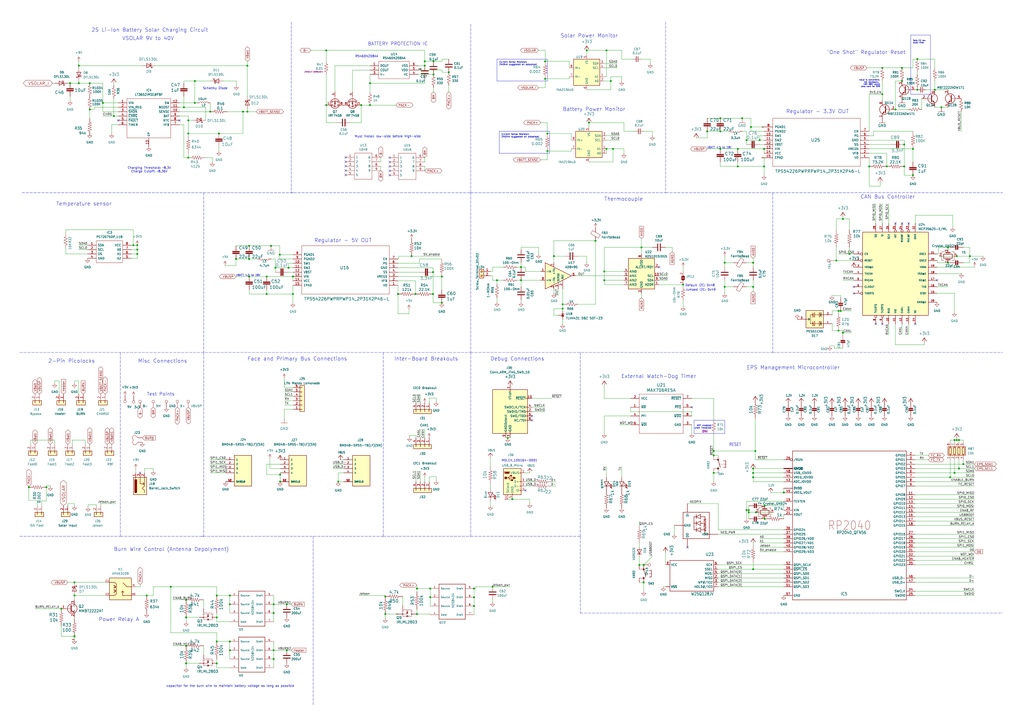
<source format=kicad_sch>
(kicad_sch (version 20231120) (generator "eeschema") (generator_version "8.0")
  (paper "A2")
  (title_block (title "Electrical Power System Circuitry") (rev "V1") (company "Blue Dot Foundation") (comment 1 "By: Nicole Maggard and Michael Pham"))
  (lib_symbols
    (symbol "1049:1049" (pin_names (offset 0.762))
      (property "Reference" "U" (at 16.51 7.62 0))
      (property "Value" "1049" (at 16.51 5.08 0))
      (symbol "1049_0_0"
        (pin passive line (at 0 0 0) (length 5.08) (name "1") (number "1"))
        (pin passive line (at 0 -2.54 0) (length 5.08) (name "2") (number "2"))
        (pin passive line (at 0 -5.08 0) (length 5.08) (name "3") (number "3"))
        (pin passive line (at 0 -7.62 0) (length 5.08) (name "4") (number "4"))
        (pin passive line (at 0 -10.16 0) (length 5.08) (name "5") (number "5"))
        (pin passive line (at 20.32 0 180) (length 5.08) (name "6") (number "6"))
        (pin passive line (at 20.32 -2.54 180) (length 5.08) (name "7") (number "7"))
        (pin passive line (at 20.32 -5.08 180) (length 5.08) (name "8") (number "8"))
        (pin passive line (at 20.32 -7.62 180) (length 5.08) (name "9") (number "9"))
      )
    )
    (symbol "APAN3105:APAN3105" (pin_names (offset 1.016))
      (property "Reference" "K" (at -5.0833 8.1333 0))
      (property "Value" "APAN3105" (at -5.0813 -7.622 0))
      (symbol "APAN3105_0_0"
        (pin passive line (at -7.62 5.08 0) (length 2.54) (name "~") (number "C1"))
        (pin passive line (at -7.62 -2.54 0) (length 2.54) (name "~") (number "C2"))
        (pin passive line (at 10.16 2.54 180) (length 2.54) (name "~") (number "M"))
        (pin passive line (at 10.16 -2.54 180) (length 2.54) (name "~") (number "NO"))
      )
    )
    (symbol "Adafruit Ethernet FeatherWing-eagle-import:CAP_CERAMIC0603_NO"
      (property "Reference" "C" (at -2.29 1.25 90))
      (symbol "CAP_CERAMIC0603_NO_1_0"
        (pin passive line (at 0 5.08 270) (length 2.54) (name "1") (number "1"))
        (pin passive line (at 0 -2.54 90) (length 2.54) (name "2") (number "2"))
      )
    )
    (symbol "Adafruit ItsyBitsy RP2040-eagle-import:+3V3" (power)
      (property "Value" "+3V3" (at -2.54 -5.08 90))
      (symbol "+3V3_1_0"
        (pin power_in line (at 0 -2.54 90) (length 2.54) (name "+3V3") (number "1"))
      )
    )
    (symbol "Adafruit ItsyBitsy RP2040-eagle-import:1.2V" (power)
      (property "Value" "1.2V" (at -1.524 1.016 0))
      (symbol "1.2V_1_0"
        (pin power_in line (at 0 -2.54 90) (length 2.54) (name "1.2V") (number "1"))
      )
    )
    (symbol "Adafruit ItsyBitsy RP2040-eagle-import:CAP_CERAMIC_0402NO"
      (property "Reference" "C" (at -2.29 1.25 90))
      (property "Value" "CAP_CERAMIC_0402NO" (at 2.3 1.25 90))
      (symbol "CAP_CERAMIC_0402NO_1_0"
        (pin passive line (at 0 5.08 270) (length 2.54) (name "1") (number "1"))
        (pin passive line (at 0 -2.54 90) (length 2.54) (name "2") (number "2"))
      )
    )
    (symbol "Adafruit ItsyBitsy RP2040-eagle-import:CAP_CERAMIC_0603MP"
      (property "Reference" "C" (at -2.29 1.25 90))
      (property "Value" "CAP_CERAMIC_0603MP" (at 2.3 1.25 90))
      (symbol "CAP_CERAMIC_0603MP_1_0"
        (pin passive line (at 0 5.08 270) (length 2.54) (name "1") (number "1"))
        (pin passive line (at 0 -2.54 90) (length 2.54) (name "2") (number "2"))
      )
    )
    (symbol "Adafruit ItsyBitsy RP2040-eagle-import:DIODESOD-323F"
      (property "Reference" "D16" (at -2.54 2.54 0))
      (property "Value" "NSR0320" (at -2.54 -3.81 0))
      (symbol "DIODESOD-323F_1_0"
        (pin passive line (at 2.54 0 180) (length 2.54) (name "1") (number "1"))
        (pin passive line (at -2.54 0 0) (length 2.54) (name "2") (number "2"))
      )
    )
    (symbol "Adafruit ItsyBitsy RP2040-eagle-import:LED0603_NOOUTLINE"
      (property "Reference" "D13" (at -1.27 4.445 0))
      (property "Value" "Blue" (at -1.27 -2.794 0))
      (symbol "LED0603_NOOUTLINE_1_0"
        (pin passive line (at 2.54 0 180) (length 2.54) (name "1") (number "1"))
        (pin passive line (at -5.08 0 0) (length 2.54) (name "2") (number "2"))
      )
    )
    (symbol "Adafruit ItsyBitsy RP2040-eagle-import:RP2040_QFN56"
      (property "Reference" "IC3" (at -5.08 -40.64 0))
      (property "Value" "RP2040_QFN56" (at -7.62 -5.08 0))
      (symbol "RP2040_QFN56_1_0"
        (text "RP2040" (at 0 0 0) (effects (font (size 5.08 4.318))))
        (pin power_in line (at -38.1 33.02 0) (length 5.08) (name "IOVDD") (number "1"))
        (pin power_in line (at -38.1 33.02 0) (length 5.08) (name "IOVDD") (number "10"))
        (pin bidirectional line (at 38.1 17.78 180) (length 5.08) (name "GPIO8") (number "11"))
        (pin bidirectional line (at 38.1 15.24 180) (length 5.08) (name "GPIO9") (number "12"))
        (pin bidirectional line (at 38.1 12.7 180) (length 5.08) (name "GPIO10") (number "13"))
        (pin bidirectional line (at 38.1 10.16 180) (length 5.08) (name "GPIO11") (number "14"))
        (pin bidirectional line (at 38.1 7.62 180) (length 5.08) (name "GPIO12") (number "15"))
        (pin bidirectional line (at 38.1 5.08 180) (length 5.08) (name "GPIO13") (number "16"))
        (pin bidirectional line (at 38.1 2.54 180) (length 5.08) (name "GPIO14") (number "17"))
        (pin bidirectional line (at 38.1 0 180) (length 5.08) (name "GPIO15") (number "18"))
        (pin input line (at -38.1 13.97 0) (length 5.08) (name "TESTEN") (number "19"))
        (pin bidirectional line (at 38.1 40.64 180) (length 5.08) (name "GPIO0") (number "2"))
        (pin input line (at -38.1 8.89 0) (length 5.08) (name "XIN") (number "20"))
        (pin output line (at -38.1 6.35 0) (length 5.08) (name "XOUT") (number "21"))
        (pin power_in line (at -38.1 33.02 0) (length 5.08) (name "IOVDD") (number "22"))
        (pin power_in line (at -38.1 21.59 0) (length 5.08) (name "DVDD") (number "23"))
        (pin bidirectional line (at 38.1 -38.1 180) (length 5.08) (name "SWCLK") (number "24"))
        (pin bidirectional line (at 38.1 -40.64 180) (length 5.08) (name "SWDIO") (number "25"))
        (pin bidirectional inverted (at -38.1 38.1 0) (length 5.08) (name "/RUN") (number "26"))
        (pin bidirectional line (at 38.1 -5.08 180) (length 5.08) (name "GPIO16") (number "27"))
        (pin bidirectional line (at 38.1 -7.62 180) (length 5.08) (name "GPIO17") (number "28"))
        (pin bidirectional line (at 38.1 -10.16 180) (length 5.08) (name "GPIO18") (number "29"))
        (pin bidirectional line (at 38.1 38.1 180) (length 5.08) (name "GPIO1") (number "3"))
        (pin bidirectional line (at 38.1 -12.7 180) (length 5.08) (name "GPIO19") (number "30"))
        (pin bidirectional line (at 38.1 -15.24 180) (length 5.08) (name "GPIO20") (number "31"))
        (pin bidirectional line (at 38.1 -17.78 180) (length 5.08) (name "GPIO21") (number "32"))
        (pin power_in line (at -38.1 33.02 0) (length 5.08) (name "IOVDD") (number "33"))
        (pin bidirectional line (at 38.1 -20.32 180) (length 5.08) (name "GPIO22") (number "34"))
        (pin bidirectional line (at 38.1 -22.86 180) (length 5.08) (name "GPIO23") (number "35"))
        (pin bidirectional line (at -38.1 -2.54 0) (length 5.08) (name "GPIO24") (number "36"))
        (pin bidirectional line (at -38.1 -5.08 0) (length 5.08) (name "GPIO25") (number "37"))
        (pin bidirectional line (at -38.1 -7.62 0) (length 5.08) (name "GPIO26/AD0") (number "38"))
        (pin bidirectional line (at -38.1 -10.16 0) (length 5.08) (name "GPIO27/AD1") (number "39"))
        (pin bidirectional line (at 38.1 35.56 180) (length 5.08) (name "GPIO2") (number "4"))
        (pin bidirectional line (at -38.1 -12.7 0) (length 5.08) (name "GPIO28/AD2") (number "40"))
        (pin bidirectional line (at -38.1 -15.24 0) (length 5.08) (name "GPIO29/AD3") (number "41"))
        (pin power_in line (at -38.1 33.02 0) (length 5.08) (name "IOVDD") (number "42"))
        (pin power_in line (at -38.1 25.4 0) (length 5.08) (name "ADC_IOVDD") (number "43"))
        (pin power_in line (at -38.1 27.94 0) (length 5.08) (name "VREG_IOVDD") (number "44"))
        (pin power_in line (at -38.1 19.05 0) (length 5.08) (name "VREG_VOUT") (number "45"))
        (pin bidirectional line (at 38.1 -30.48 180) (length 5.08) (name "USB_D-") (number "46"))
        (pin bidirectional line (at 38.1 -33.02 180) (length 5.08) (name "USB_D+") (number "47"))
        (pin power_in line (at -38.1 30.48 0) (length 5.08) (name "USB_IOVDD") (number "48"))
        (pin power_in line (at -38.1 33.02 0) (length 5.08) (name "IOVDD") (number "49"))
        (pin bidirectional line (at 38.1 33.02 180) (length 5.08) (name "GPIO3") (number "5"))
        (pin power_in line (at -38.1 21.59 0) (length 5.08) (name "DVDD") (number "50"))
        (pin bidirectional line (at -38.1 -35.56 0) (length 5.08) (name "QSPI_SD3") (number "51"))
        (pin bidirectional line (at -38.1 -22.86 0) (length 5.08) (name "QSPI_SCLK") (number "52"))
        (pin bidirectional line (at -38.1 -27.94 0) (length 5.08) (name "QSPI_SD0") (number "53"))
        (pin bidirectional line (at -38.1 -33.02 0) (length 5.08) (name "QSPI_SD2") (number "54"))
        (pin bidirectional line (at -38.1 -30.48 0) (length 5.08) (name "QSPI_SD1") (number "55"))
        (pin bidirectional line (at -38.1 -25.4 0) (length 5.08) (name "~{QSPI_CS}") (number "56"))
        (pin power_in line (at -38.1 -40.64 0) (length 5.08) (name "GND") (number "57"))
        (pin bidirectional line (at 38.1 30.48 180) (length 5.08) (name "GPIO4") (number "6"))
        (pin bidirectional line (at 38.1 27.94 180) (length 5.08) (name "GPIO5") (number "7"))
        (pin bidirectional line (at 38.1 25.4 180) (length 5.08) (name "GPIO6") (number "8"))
        (pin bidirectional line (at 38.1 22.86 180) (length 5.08) (name "GPIO7") (number "9"))
      )
    )
    (symbol "Adafruit ItsyBitsy RP2040-eagle-import:SPIFLASH_8PIN_4X4"
      (property "Reference" "U8" (at -12.7 12.7 0))
      (property "Value" "W25Q128JV" (at -12.7 -10.16 0))
      (symbol "SPIFLASH_8PIN_4X4_1_0"
        (pin bidirectional line (at -15.24 5.08 0) (length 2.54) (name "SSEL") (number "1"))
        (pin bidirectional line (at -15.24 0 0) (length 2.54) (name "MISO") (number "2"))
        (pin bidirectional line (at -15.24 -2.54 0) (length 2.54) (name "WP#/IO2") (number "3"))
        (pin bidirectional line (at 15.24 -5.08 180) (length 2.54) (name "VSS") (number "4"))
        (pin bidirectional line (at -15.24 2.54 0) (length 2.54) (name "MOSI") (number "5"))
        (pin bidirectional line (at -15.24 7.62 0) (length 2.54) (name "SCK") (number "6"))
        (pin bidirectional line (at -15.24 -5.08 0) (length 2.54) (name "HOLD#/IO3") (number "7"))
        (pin bidirectional line (at 15.24 7.62 180) (length 2.54) (name "VCC") (number "8"))
        (pin bidirectional line (at 15.24 -5.08 180) (length 2.54) (name "VSS") (number "PAD"))
      )
    )
    (symbol "Adafruit ItsyBitsy RP2040-eagle-import:SWITCH_TACT_SMT4.6X2.8"
      (property "Reference" "SW" (at -2.54 6.35 0))
      (property "Value" "SWITCH_TACT_SMT4.6X2.8" (at -2.54 -5.08 0))
      (symbol "SWITCH_TACT_SMT4.6X2.8_1_0"
        (pin passive line (at -5.08 0 0) (length 2.54) (name "P") (number "A"))
        (pin passive line (at -5.08 -2.54 0) (length 2.54) (name "P1") (number "A'"))
        (pin passive line (at 5.08 0 180) (length 2.54) (name "S") (number "B"))
        (pin passive line (at 5.08 -2.54 180) (length 2.54) (name "S1") (number "B'"))
      )
    )
    (symbol "Adafruit ItsyBitsy RP2040-eagle-import:VBUS" (power)
      (property "Value" "VBUS" (at -1.524 1.016 0))
      (symbol "VBUS_1_0"
        (pin power_in line (at 0 -2.54 90) (length 2.54) (name "VBUS") (number "1"))
      )
    )
    (symbol "Adafruit ItsyBitsy RP2040-eagle-import:WS2812B_SK6805_1515"
      (symbol "WS2812B_SK6805_1515_1_0"
        (text "WS2812B" (at -4.064 8.382 0) (effects (font (size 1.27 1.0795)) (justify left bottom)))
        (pin power_in line (at 5.08 15.24 270) (length 5.08) (name "VDD") (number "1"))
        (pin output line (at 12.7 -2.54 180) (length 5.08) (name "DO") (number "2"))
        (pin power_in line (at 0 -10.16 90) (length 5.08) (name "GND") (number "3"))
        (pin input line (at -12.7 -2.54 0) (length 5.08) (name "DI") (number "4"))
      )
    )
    (symbol "Analog_ADC:ADS1015IDGS"
      (property "Reference" "U" (at 2.54 13.97 0))
      (property "Value" "ADS1015IDGS" (at 7.62 11.43 0))
      (symbol "ADS1015IDGS_1_1"
        (pin input line (at 10.16 -5.08 180) (length 2.54) (name "ADDR") (number "1"))
        (pin input line (at 10.16 0 180) (length 2.54) (name "SCL") (number "10"))
        (pin output line (at 10.16 5.08 180) (length 2.54) (name "ALERT/RDY") (number "2"))
        (pin power_in line (at 0 -10.16 90) (length 2.54) (name "GND") (number "3"))
        (pin input line (at -10.16 2.54 0) (length 2.54) (name "AIN0") (number "4"))
        (pin input line (at -10.16 0 0) (length 2.54) (name "AIN1") (number "5"))
        (pin input line (at -10.16 -2.54 0) (length 2.54) (name "AIN2") (number "6"))
        (pin input line (at -10.16 -5.08 0) (length 2.54) (name "AIN3") (number "7"))
        (pin power_in line (at 0 12.7 270) (length 2.54) (name "VDD") (number "8"))
        (pin bidirectional line (at 10.16 -2.54 180) (length 2.54) (name "SDA") (number "9"))
      )
    )
    (symbol "Analog_ADC:INA219AxD"
      (property "Reference" "U" (at -6.35 8.89 0))
      (property "Value" "INA219AxD" (at 5.08 8.89 0))
      (symbol "INA219AxD_1_1"
        (pin input line (at 10.16 -2.54 180) (length 2.54) (name "A1") (number "1"))
        (pin input line (at 10.16 -5.08 180) (length 2.54) (name "A0") (number "2"))
        (pin bidirectional line (at 10.16 5.08 180) (length 2.54) (name "SDA") (number "3"))
        (pin input line (at 10.16 2.54 180) (length 2.54) (name "SCL") (number "4"))
        (pin power_in line (at 0 10.16 270) (length 2.54) (name "VS") (number "5"))
        (pin power_in line (at 0 -10.16 90) (length 2.54) (name "GND") (number "6"))
        (pin input line (at -10.16 -2.54 0) (length 2.54) (name "IN-") (number "7"))
        (pin input line (at -10.16 2.54 0) (length 2.54) (name "IN+") (number "8"))
      )
    )
    (symbol "Antenna:Burn_Wire"
      (property "Reference" "J3" (at -3.058 1.778 0))
      (property "Value" "~" (at 5.842 -2.413 0))
      (symbol "Burn_Wire_1_0"
        (pin passive line (at 0 -1.27 180) (length 2.54) (name "Power") (number "1"))
        (pin passive line (at 0 -3.81 180) (length 2.54) (name "GND") (number "2"))
      )
    )
    (symbol "BM04B-SRSS-TB_LF__SN_:BM04B-SRSS-TB(LF)(SN)" (pin_names (offset 1.016))
      (property "Reference" "J" (at -5.08 10.922 0))
      (property "Value" "BM04B-SRSS-TB(LF)(SN)" (at -5.08 -10.16 0))
      (symbol "BM04B-SRSS-TB(LF)(SN)_0_0"
        (pin passive line (at -10.16 7.62 0) (length 5.08) (name "1") (number "1"))
        (pin passive line (at -10.16 5.08 0) (length 5.08) (name "2") (number "2"))
        (pin passive line (at -10.16 2.54 0) (length 5.08) (name "3") (number "3"))
        (pin passive line (at -10.16 0 0) (length 5.08) (name "4") (number "4"))
        (pin passive line (at -10.16 -5.08 0) (length 5.08) (name "SHIELD") (number "S1"))
        (pin passive line (at -10.16 -5.08 0) (length 5.08) (name "SHIELD") (number "S2"))
      )
    )
    (symbol "Connector:Barrel_Jack_Switch" (pin_names hide)
      (property "Reference" "J" (at 0 5.334 0))
      (property "Value" "Barrel_Jack_Switch" (at 0 -5.08 0))
      (symbol "Barrel_Jack_Switch_1_1"
        (pin passive line (at 7.62 2.54 180) (length 2.54) (name "~") (number "1"))
        (pin passive line (at 7.62 -2.54 180) (length 2.54) (name "~") (number "2"))
        (pin passive line (at 7.62 0 180) (length 2.54) (name "~") (number "3"))
      )
    )
    (symbol "Connector:Conn_ARM_JTAG_SWD_10" (pin_names (offset 1.016))
      (property "Reference" "J" (at -2.54 16.51 0))
      (property "Value" "Conn_ARM_JTAG_SWD_10" (at -2.54 13.97 0))
      (symbol "Conn_ARM_JTAG_SWD_10_1_1"
        (pin power_in line (at 0 15.24 270) (length 2.54) (name "VTref") (number "1"))
        (pin open_collector line (at 12.7 7.62 180) (length 2.54) (name "~{RESET}") (number "10"))
        (pin bidirectional line (at 12.7 0 180) (length 2.54) (name "SWDIO/TMS") (number "2"))
        (pin power_in line (at 0 -15.24 90) (length 2.54) (name "GND") (number "3"))
        (pin output line (at 12.7 2.54 180) (length 2.54) (name "SWDCLK/TCK") (number "4"))
        (pin passive line (at 0 -15.24 90) (length 2.54) hide (name "GND") (number "5"))
        (pin input line (at 12.7 -2.54 180) (length 2.54) (name "SWO/TDO") (number "6"))
        (pin no_connect line (at -10.16 0 0) (length 2.54) hide (name "KEY") (number "7"))
        (pin output line (at 12.7 -5.08 180) (length 2.54) (name "NC/TDI") (number "8"))
        (pin passive line (at -2.54 -15.24 90) (length 2.54) (name "GNDDetect") (number "9"))
      )
    )
    (symbol "Connector:Screw_Terminal_01x02" (pin_names (offset 1.016) hide)
      (property "Reference" "J" (at 0 2.54 0))
      (property "Value" "Screw_Terminal_01x02" (at 0 -5.08 0))
      (symbol "Screw_Terminal_01x02_1_1"
        (pin passive line (at -5.08 0 0) (length 3.81) (name "Pin_1") (number "1"))
        (pin passive line (at -5.08 -2.54 0) (length 3.81) (name "Pin_2") (number "2"))
      )
    )
    (symbol "Connector:TestPoint" (pin_numbers hide) (pin_names (offset 0.762) hide)
      (property "Reference" "TP" (at 0 6.858 0))
      (property "Value" "TestPoint" (at 0 5.08 0))
      (symbol "TestPoint_1_1"
        (pin passive line (at 0 0 90) (length 2.54) (name "1") (number "1"))
      )
    )
    (symbol "Connector:USB_B_Micro" (pin_names (offset 1.016))
      (property "Reference" "J8" (at 0 11.938 0))
      (property "Value" "USB_B_Micro" (at 0 9.398 0))
      (symbol "USB_B_Micro_1_1"
        (pin power_out line (at 7.62 5.08 180) (length 2.54) (name "VBUS") (number "1"))
        (pin bidirectional line (at 7.62 -2.54 180) (length 2.54) (name "D-") (number "2"))
        (pin bidirectional line (at 7.62 0 180) (length 2.54) (name "D+") (number "3"))
        (pin passive line (at 7.62 -5.08 180) (length 2.54) (name "ID") (number "4"))
        (pin power_out line (at 0 -10.16 90) (length 2.54) (name "GND") (number "5"))
        (pin passive line (at -2.54 -10.16 90) (length 2.54) (name "Shield") (number "SH1"))
      )
    )
    (symbol "Connector_Generic:Conn_01x02" (pin_names (offset 1.016) hide)
      (property "Reference" "J" (at 0 2.54 0))
      (property "Value" "Conn_01x02" (at 0 -5.08 0))
      (symbol "Conn_01x02_1_1"
        (pin passive line (at -5.08 0 0) (length 3.81) (name "Pin_1") (number "1"))
        (pin passive line (at -5.08 -2.54 0) (length 3.81) (name "Pin_2") (number "2"))
      )
    )
    (symbol "Connector_Generic:Conn_01x04" (pin_names (offset 1.016) hide)
      (property "Reference" "J" (at 0 5.08 0))
      (property "Value" "Conn_01x04" (at 0 -7.62 0))
      (symbol "Conn_01x04_1_1"
        (pin passive line (at -5.08 2.54 0) (length 3.81) (name "Pin_1") (number "1"))
        (pin passive line (at -5.08 0 0) (length 3.81) (name "Pin_2") (number "2"))
        (pin passive line (at -5.08 -2.54 0) (length 3.81) (name "Pin_3") (number "3"))
        (pin passive line (at -5.08 -5.08 0) (length 3.81) (name "Pin_4") (number "4"))
      )
    )
    (symbol "Connector_Generic:Conn_01x06" (pin_names (offset 1.016) hide)
      (property "Reference" "J" (at 0 7.62 0))
      (property "Value" "Conn_01x06" (at 0 -10.16 0))
      (symbol "Conn_01x06_1_1"
        (pin passive line (at -5.08 5.08 0) (length 3.81) (name "Pin_1") (number "1"))
        (pin passive line (at -5.08 2.54 0) (length 3.81) (name "Pin_2") (number "2"))
        (pin passive line (at -5.08 0 0) (length 3.81) (name "Pin_3") (number "3"))
        (pin passive line (at -5.08 -2.54 0) (length 3.81) (name "Pin_4") (number "4"))
        (pin passive line (at -5.08 -5.08 0) (length 3.81) (name "Pin_5") (number "5"))
        (pin passive line (at -5.08 -7.62 0) (length 3.81) (name "Pin_6") (number "6"))
      )
    )
    (symbol "Device:C" (pin_numbers hide) (pin_names (offset 0.254))
      (property "Reference" "C" (at 0.635 2.54 0))
      (property "Value" "C" (at 0.635 -2.54 0))
      (symbol "C_1_1"
        (pin passive line (at 0 3.81 270) (length 2.794) (name "~") (number "1"))
        (pin passive line (at 0 -3.81 90) (length 2.794) (name "~") (number "2"))
      )
    )
    (symbol "Device:C_Small" (pin_numbers hide) (pin_names (offset 0.254) hide)
      (property "Reference" "C" (at 0.254 1.778 0))
      (property "Value" "C_Small" (at 0.254 -2.032 0))
      (symbol "C_Small_1_1"
        (pin passive line (at 0 2.54 270) (length 2.032) (name "~") (number "1"))
        (pin passive line (at 0 -2.54 90) (length 2.032) (name "~") (number "2"))
      )
    )
    (symbol "Device:Crystal_GND24" (pin_names (offset 1.016) hide)
      (property "Reference" "Y" (at 3.175 5.08 0))
      (property "Value" "Crystal_GND24" (at 3.175 3.175 0))
      (symbol "Crystal_GND24_1_1"
        (pin passive line (at -3.81 0 0) (length 1.27) (name "1") (number "1"))
        (pin passive line (at 0 5.08 270) (length 1.27) (name "2") (number "2"))
        (pin passive line (at 3.81 0 180) (length 1.27) (name "3") (number "3"))
        (pin passive line (at 0 -5.08 90) (length 1.27) (name "4") (number "4"))
      )
    )
    (symbol "Device:D_Schottky" (pin_numbers hide) (pin_names (offset 1.016) hide)
      (property "Reference" "D" (at 0 2.54 0))
      (property "Value" "D_Schottky" (at 0 -2.54 0))
      (symbol "D_Schottky_1_1"
        (pin passive line (at -3.81 0 0) (length 2.54) (name "K") (number "1"))
        (pin passive line (at 3.81 0 180) (length 2.54) (name "A") (number "2"))
      )
    )
    (symbol "Device:FerriteBead" (pin_numbers hide) (pin_names (offset 0))
      (property "Reference" "FB" (at -3.81 0.635 90))
      (property "Value" "FerriteBead" (at 3.81 0 90))
      (symbol "FerriteBead_1_1"
        (pin passive line (at 0 3.81 270) (length 2.54) (name "~") (number "1"))
        (pin passive line (at 0 -3.81 90) (length 2.54) (name "~") (number "2"))
      )
    )
    (symbol "Device:L" (pin_numbers hide) (pin_names (offset 1.016) hide)
      (property "Reference" "L" (at -1.27 0 90))
      (property "Value" "L" (at 1.905 0 90))
      (symbol "L_1_1"
        (pin passive line (at 0 3.81 270) (length 1.27) (name "1") (number "1"))
        (pin passive line (at 0 -3.81 90) (length 1.27) (name "2") (number "2"))
      )
    )
    (symbol "Device:R_Pack04" (pin_names (offset 0) hide)
      (property "Reference" "RN" (at -7.62 0 90))
      (property "Value" "R_Pack04" (at 5.08 0 90))
      (symbol "R_Pack04_1_1"
        (pin passive line (at -5.08 -5.08 90) (length 2.54) (name "R1.1") (number "1"))
        (pin passive line (at -2.54 -5.08 90) (length 2.54) (name "R2.1") (number "2"))
        (pin passive line (at 0 -5.08 90) (length 2.54) (name "R3.1") (number "3"))
        (pin passive line (at 2.54 -5.08 90) (length 2.54) (name "R4.1") (number "4"))
        (pin passive line (at 2.54 5.08 270) (length 2.54) (name "R4.2") (number "5"))
        (pin passive line (at 0 5.08 270) (length 2.54) (name "R3.2") (number "6"))
        (pin passive line (at -2.54 5.08 270) (length 2.54) (name "R2.2") (number "7"))
        (pin passive line (at -5.08 5.08 270) (length 2.54) (name "R1.2") (number "8"))
      )
    )
    (symbol "Device:R_US" (pin_numbers hide) (pin_names (offset 0))
      (property "Reference" "R" (at 2.54 0 90))
      (property "Value" "R_US" (at -2.54 0 90))
      (symbol "R_US_1_1"
        (pin passive line (at 0 3.81 270) (length 1.27) (name "~") (number "1"))
        (pin passive line (at 0 -3.81 90) (length 1.27) (name "~") (number "2"))
      )
    )
    (symbol "Jumper:SolderJumper_2_Open" (pin_names (offset 0) hide)
      (property "Reference" "JP" (at 0 2.032 0))
      (property "Value" "SolderJumper_2_Open" (at 0 -2.54 0))
      (symbol "SolderJumper_2_Open_1_1"
        (pin passive line (at -3.81 0 0) (length 2.54) (name "A") (number "1"))
        (pin passive line (at 3.81 0 180) (length 2.54) (name "B") (number "2"))
      )
    )
    (symbol "LED0603_NOOUTLINE_1"
      (property "Reference" "D14" (at -1.27 4.445 0))
      (property "Value" "green" (at -1.27 -2.794 0))
      (symbol "LED0603_NOOUTLINE_1_1_0"
        (pin passive line (at 2.54 0 180) (length 2.54) (name "1") (number "1"))
        (pin passive line (at -5.08 0 0) (length 2.54) (name "2") (number "2"))
      )
    )
    (symbol "LED0603_NOOUTLINE_2"
      (property "Reference" "D15" (at -1.27 4.445 0))
      (property "Value" "red" (at -1.27 -2.794 0))
      (symbol "LED0603_NOOUTLINE_2_1_0"
        (pin passive line (at 2.54 0 180) (length 2.54) (name "1") (number "1"))
        (pin passive line (at -5.08 0 0) (length 2.54) (name "2") (number "2"))
      )
    )
    (symbol "LT3652IMSE#PBF:LT3652IMSE#PBF" (pin_names (offset 0.762))
      (property "Reference" "IC" (at 31.75 7.62 0))
      (property "Value" "LT3652IMSE#PBF" (at 31.75 5.08 0))
      (symbol "LT3652IMSE#PBF_0_0"
        (pin passive line (at 0 0 0) (length 5.08) (name "VIN") (number "1"))
        (pin passive line (at 35.56 -5.08 180) (length 5.08) (name "SENSE") (number "10"))
        (pin passive line (at 35.56 -2.54 180) (length 5.08) (name "BOOST") (number "11"))
        (pin passive line (at 35.56 0 180) (length 5.08) (name "SW") (number "12"))
        (pin passive line (at 17.78 -25.4 90) (length 5.08) (name "EP") (number "13"))
        (pin passive line (at 0 -2.54 0) (length 5.08) (name "VIN_REG") (number "2"))
        (pin passive line (at 0 -5.08 0) (length 5.08) (name "~{SHDN}") (number "3"))
        (pin passive line (at 0 -7.62 0) (length 5.08) (name "~{CHRG}") (number "4"))
        (pin passive line (at 0 -10.16 0) (length 5.08) (name "~{FAULT}") (number "5"))
        (pin passive line (at 0 -12.7 0) (length 5.08) (name "TIMER") (number "6"))
        (pin passive line (at 35.56 -12.7 180) (length 5.08) (name "VFB") (number "7"))
        (pin passive line (at 35.56 -10.16 180) (length 5.08) (name "NTC") (number "8"))
        (pin passive line (at 35.56 -7.62 180) (length 5.08) (name "BAT") (number "9"))
      )
    )
    (symbol "MCP25625-E_ML:MCP25625-E/ML" (pin_names (offset 1.016))
      (property "Reference" "U" (at 40.652 -33.0298 0))
      (property "Value" "MCP25625-E{slash}ML" (at 40.6941 -35.6074 0))
      (symbol "MCP25625-E/ML_0_0"
        (pin bidirectional inverted (at -5.08 0 0) (length 5.08) (name "CS") (number "1"))
        (pin bidirectional line (at 15.24 -40.64 90) (length 5.08) (name "RXD") (number "10"))
        (pin bidirectional line (at 19.05 -40.64 90) (length 5.08) (name "VIO") (number "11"))
        (pin bidirectional line (at 22.86 -40.64 90) (length 5.08) (name "CANL") (number "12"))
        (pin bidirectional line (at 26.67 -40.64 90) (length 5.08) (name "CANH") (number "13"))
        (pin bidirectional line (at 30.48 -40.64 90) (length 5.08) (name "NC") (number "14"))
        (pin bidirectional line (at 43.18 -22.86 180) (length 5.08) (name "STBY") (number "15"))
        (pin bidirectional line (at 43.18 -19.05 180) (length 5.08) (name "TXD") (number "16"))
        (pin bidirectional line (at 43.18 -15.24 180) (length 5.08) (name "NC@1") (number "17"))
        (pin bidirectional line (at 43.18 -11.43 180) (length 5.08) (name "VSS@1") (number "18"))
        (pin bidirectional line (at 43.18 -7.62 180) (length 5.08) (name "VDDA") (number "19"))
        (pin bidirectional inverted (at -5.08 -3.81 0) (length 5.08) (name "RESET") (number "2"))
        (pin bidirectional line (at 43.18 -3.81 180) (length 5.08) (name "OSC2") (number "20"))
        (pin bidirectional line (at 43.18 0 180) (length 5.08) (name "OSC1") (number "21"))
        (pin bidirectional line (at 30.48 17.78 270) (length 5.08) (name "GND") (number "22"))
        (pin bidirectional inverted (at 26.67 17.78 270) (length 5.08) (name "RX1BF") (number "23"))
        (pin bidirectional inverted (at 22.86 17.78 270) (length 5.08) (name "RX0BF") (number "24"))
        (pin bidirectional inverted (at 19.05 17.78 270) (length 5.08) (name "INT") (number "25"))
        (pin bidirectional line (at 15.24 17.78 270) (length 5.08) (name "SCK") (number "26"))
        (pin bidirectional line (at 11.43 17.78 270) (length 5.08) (name "SI") (number "27"))
        (pin bidirectional line (at 7.62 17.78 270) (length 5.08) (name "SO") (number "28"))
        (pin bidirectional line (at 43.18 -27.94 180) (length 5.08) (name "GND@1") (number "29"))
        (pin bidirectional line (at -5.08 -7.62 0) (length 5.08) (name "VDD@1") (number "3"))
        (pin bidirectional line (at -5.08 -11.43 0) (length 5.08) (name "TXCAN") (number "4"))
        (pin bidirectional line (at -5.08 -15.24 0) (length 5.08) (name "RXCAN") (number "5"))
        (pin bidirectional line (at -5.08 -19.05 0) (length 5.08) (name "CLKOUT") (number "6"))
        (pin bidirectional inverted (at -5.08 -22.86 0) (length 5.08) (name "TX0RTS") (number "7"))
        (pin bidirectional inverted (at 7.62 -40.64 90) (length 5.08) (name "TX1RTS") (number "8"))
        (pin bidirectional inverted (at 11.43 -40.64 90) (length 5.08) (name "TX2RTS") (number "9"))
      )
    )
    (symbol "Max_Lib:GND" (power) (pin_names (offset 1.016))
      (property "Value" "GND" (at -2.54 -2.54 0))
      (symbol "GND_1_0"
        (pin power_in line (at 0 2.54 270) (length 2.54) (name "GND") (number "1"))
      )
    )
    (symbol "PCT2075DP_118:PCT2075DP,118" (pin_names (offset 0.762))
      (property "Reference" "IC" (at 21.59 7.62 0))
      (property "Value" "PCT2075DP,118" (at 21.59 5.08 0))
      (symbol "PCT2075DP,118_0_0"
        (pin passive line (at 0 0 0) (length 5.08) (name "SDA") (number "1"))
        (pin passive line (at 0 -2.54 0) (length 5.08) (name "SCL") (number "2"))
        (pin passive line (at 0 -5.08 0) (length 5.08) (name "OS") (number "3"))
        (pin passive line (at 0 -7.62 0) (length 5.08) (name "GND") (number "4"))
        (pin passive line (at 25.4 -7.62 180) (length 5.08) (name "A2") (number "5"))
        (pin passive line (at 25.4 -5.08 180) (length 5.08) (name "A1") (number "6"))
        (pin passive line (at 25.4 -2.54 180) (length 5.08) (name "A0") (number "7"))
        (pin passive line (at 25.4 0 180) (length 5.08) (name "VCC") (number "8"))
      )
    )
    (symbol "PESD1CAN:PESD1CAN" (pin_names (offset 1.016))
      (property "Reference" "D" (at 0 11.4366 0))
      (property "Value" "PESD1CAN" (at 0 -2.542 0))
      (symbol "PESD1CAN_0_0"
        (pin bidirectional line (at -5.08 7.62 0) (length 5.08) (name "1") (number "1"))
        (pin bidirectional line (at -5.08 2.54 0) (length 5.08) (name "2") (number "2"))
        (pin bidirectional line (at 15.24 5.08 180) (length 5.08) (name "3") (number "3"))
      )
    )
    (symbol "Reference_Voltage:TL431DBZ" (pin_numbers hide) (pin_names hide)
      (property "Reference" "U" (at -2.54 2.54 0))
      (property "Value" "TL431DBZ" (at 0 -2.54 0))
      (symbol "TL431DBZ_1_1"
        (pin passive line (at 2.54 0 180) (length 2.54) (name "K") (number "1"))
        (pin passive line (at 0 2.54 270) (length 2.54) (name "REF") (number "2"))
        (pin passive line (at -2.54 0 0) (length 2.54) (name "A") (number "3"))
      )
    )
    (symbol "Sensor_Temperature:AD8495"
      (property "Reference" "U" (at 5.08 3.81 0))
      (property "Value" "AD8495" (at 8.89 -3.81 0))
      (symbol "AD8495_1_1"
        (pin input line (at -10.16 2.54 0) (length 2.54) (name "-IN") (number "1"))
        (pin input line (at 2.54 -7.62 90) (length 5.08) (name "REF") (number "2"))
        (pin power_in line (at -2.54 -7.62 90) (length 2.54) (name "-Vs") (number "3"))
        (pin no_connect line (at -5.08 0 180) (length 2.54) hide (name "NC") (number "4"))
        (pin passive line (at 0 -7.62 90) (length 3.81) (name "SENSE") (number "5"))
        (pin output line (at 10.16 0 180) (length 2.54) (name "~") (number "6"))
        (pin power_in line (at -2.54 7.62 270) (length 2.54) (name "+Vs") (number "7"))
        (pin input line (at -10.16 -2.54 0) (length 2.54) (name "+IN") (number "8"))
      )
    )
    (symbol "Transistor_BJT:MBT2222ADW1T1" (pin_names (offset 0) hide)
      (property "Reference" "Q" (at 5.08 1.27 0))
      (property "Value" "MBT2222ADW1T1" (at 5.08 -1.27 0))
      (symbol "MBT2222ADW1T1_1_1"
        (pin passive line (at 2.54 -5.08 90) (length 2.54) (name "E1") (number "1"))
        (pin input line (at -5.08 0 0) (length 2.54) (name "B1") (number "2"))
        (pin passive line (at 2.54 5.08 270) (length 2.54) (name "C1") (number "6"))
      )
      (symbol "MBT2222ADW1T1_2_1"
        (pin passive line (at 2.54 5.08 270) (length 2.54) (name "C2") (number "3"))
        (pin passive line (at 2.54 -5.08 90) (length 2.54) (name "E2") (number "4"))
        (pin input line (at -5.08 0 0) (length 2.54) (name "B2") (number "5"))
      )
    )
    (symbol "Transistor_FET:IRF7404" (pin_names hide)
      (property "Reference" "Q" (at 5.08 1.905 0))
      (property "Value" "IRF7404" (at 5.08 0 0))
      (symbol "IRF7404_1_1"
        (pin passive line (at 2.54 -5.08 90) (length 2.54) (name "S") (number "1"))
        (pin passive line (at 2.54 -5.08 90) (length 2.54) hide (name "S") (number "2"))
        (pin passive line (at 2.54 -5.08 90) (length 2.54) hide (name "S") (number "3"))
        (pin passive line (at -5.08 0 0) (length 2.54) (name "G") (number "4"))
        (pin passive line (at 2.54 5.08 270) (length 2.54) hide (name "D") (number "5"))
        (pin passive line (at 2.54 5.08 270) (length 2.54) hide (name "D") (number "6"))
        (pin passive line (at 2.54 5.08 270) (length 2.54) hide (name "D") (number "7"))
        (pin passive line (at 2.54 5.08 270) (length 2.54) (name "D") (number "8"))
      )
    )
    (symbol "batteryboard-rescue:R5460N233AF-symbols" (pin_names (offset 0.762))
      (property "Reference" "U" (at 12.7 3.81 0))
      (property "Value" "R5460N233AF-symbols" (at 7.62 -8.89 0))
      (symbol "R5460N233AF-symbols_0_0"
        (pin unspecified line (at 0 0 0) (length 5.08) (name "DOUT") (number "1"))
        (pin unspecified line (at 0 -2.54 0) (length 5.08) (name "COUT") (number "2"))
        (pin unspecified line (at 0 -5.08 0) (length 5.08) (name "V-") (number "3"))
        (pin unspecified line (at 27.94 -5.08 180) (length 5.08) (name "VC") (number "4"))
        (pin unspecified line (at 27.94 -2.54 180) (length 5.08) (name "VDD") (number "5"))
        (pin unspecified line (at 27.94 0 180) (length 5.08) (name "VSS") (number "6"))
      )
    )
    (symbol "mainboard:1.0UF-0603-16V-10%" (pin_names (offset 1.016))
      (property "Reference" "C" (at 1.524 2.921 0))
      (property "Value" "1.0UF-0603-16V-10%" (at 1.524 -2.159 0))
      (symbol "1.0UF-0603-16V-10%_1_0"
        (pin passive line (at 0 5.08 270) (length 2.54) (name "1") (number "1"))
        (pin passive line (at 0 -2.54 90) (length 2.54) (name "2") (number "2"))
      )
    )
    (symbol "mainboard:10KOHM-1_10W-1%(0603)0603" (pin_names (offset 1.016))
      (property "Reference" "R" (at -3.81 1.4986 0))
      (property "Value" "10KOHM-1_10W-1%(0603)0603" (at -3.81 -3.302 0))
      (symbol "10KOHM-1_10W-1%(0603)0603_1_0"
        (pin passive line (at -5.08 0 0) (length 2.54) (name "1") (number "1"))
        (pin passive line (at 5.08 0 180) (length 2.54) (name "2") (number "2"))
      )
    )
    (symbol "mainboard:10UF-0603-6.3V-20%" (pin_names (offset 1.016))
      (property "Reference" "C" (at 1.524 2.921 0))
      (property "Value" "10UF-0603-6.3V-20%" (at 1.524 -2.159 0))
      (symbol "10UF-0603-6.3V-20%_1_0"
        (pin passive line (at 0 5.08 270) (length 2.54) (name "1") (number "1"))
        (pin passive line (at 0 -2.54 90) (length 2.54) (name "2") (number "2"))
      )
    )
    (symbol "mainboard:22UF-0805-6.3V-20%" (pin_names (offset 1.016))
      (property "Reference" "C" (at 1.524 2.921 0))
      (property "Value" "22UF-0805-6.3V-20%" (at 1.524 -2.159 0))
      (symbol "22UF-0805-6.3V-20%_1_0"
        (pin passive line (at 0 5.08 270) (length 2.54) (name "1") (number "1"))
        (pin passive line (at 0 -2.54 90) (length 2.54) (name "2") (number "2"))
      )
    )
    (symbol "mainboard:22UF-1210-16V-20%" (pin_names (offset 1.016))
      (property "Reference" "C" (at 1.524 2.921 0))
      (property "Value" "22UF-1210-16V-20%" (at 1.524 -2.159 0))
      (symbol "22UF-1210-16V-20%_1_0"
        (pin passive line (at 0 5.08 270) (length 2.54) (name "1") (number "1"))
        (pin passive line (at 0 -2.54 90) (length 2.54) (name "2") (number "2"))
      )
    )
    (symbol "mainboard:3.3NF-0603-100V-10%" (pin_names (offset 1.016))
      (property "Reference" "C" (at 1.524 2.921 0))
      (property "Value" "3.3NF-0603-100V-10%" (at 1.524 -2.159 0))
      (symbol "3.3NF-0603-100V-10%_1_0"
        (pin passive line (at 0 5.08 270) (length 2.54) (name "1") (number "1"))
        (pin passive line (at 0 -2.54 90) (length 2.54) (name "2") (number "2"))
      )
    )
    (symbol "mainboard:GND" (power) (pin_names (offset 1.016))
      (property "Value" "GND" (at -2.54 -2.54 0))
      (symbol "GND_1_0"
        (pin power_in line (at 0 2.54 270) (length 2.54) (name "GND") (number "1"))
      )
    )
    (symbol "mainboard:IRLML2803TRPBF" (pin_names (offset 1.016))
      (property "Reference" "Q" (at -11.43 1.27 0))
      (property "Value" "IRLML2803TRPBF" (at -11.43 3.81 0))
      (symbol "IRLML2803TRPBF_1_0"
        (pin passive line (at -2.54 -2.54 0) (length 2.54) (name "G") (number "1"))
        (pin passive line (at 2.54 -5.08 90) (length 2.54) (name "S") (number "2"))
        (pin passive line (at 2.54 5.08 270) (length 2.54) (name "D") (number "3"))
      )
    )
    (symbol "mainboard:MAX708RESA-T" (pin_names (offset 1.016))
      (property "Reference" "U" (at 15.5956 9.1186 0))
      (property "Value" "MAX708RESA-T" (at 14.9606 6.5786 0))
      (symbol "MAX708RESA-T_1_0"
        (pin input line (at 2.54 -2.54 0) (length 5.08) (name "~{MR}") (number "1"))
        (pin power_in line (at 2.54 2.54 0) (length 5.08) (name "VCC") (number "2"))
        (pin power_in line (at 38.1 -12.7 180) (length 5.08) (name "GND") (number "3"))
        (pin input line (at 2.54 -7.62 0) (length 5.08) (name "PFI") (number "4"))
        (pin output line (at 38.1 -2.54 180) (length 5.08) (name "~{PFO}") (number "5"))
        (pin input line (at 2.54 -12.7 0) (length 5.08) (name "~{WDI}") (number "6"))
        (pin output line (at 38.1 2.54 180) (length 5.08) (name "~{RESET}") (number "7"))
        (pin output line (at 38.1 -7.62 180) (length 5.08) (name "~{WDO}") (number "8"))
      )
    )
    (symbol "mainboard:MMBT2222AT" (pin_names (offset 1.016) hide)
      (property "Reference" "Q" (at -8.89 3.81 0))
      (property "Value" "MMBT2222AT" (at 2.54 -1.27 0))
      (symbol "MMBT2222AT_1_1"
        (pin input line (at -7.62 0 0) (length 2.54) (name "B") (number "1"))
        (pin passive line (at 0 -5.08 90) (length 2.54) (name "E") (number "2"))
        (pin passive line (at 0 5.08 270) (length 2.54) (name "C") (number "3"))
      )
    )
    (symbol "mainboard:NDS8434" (pin_names (offset 1.016))
      (symbol "NDS8434_0_0"
        (pin bidirectional line (at -12.7 7.62 0) (length 5.08) (name "Source") (number "1"))
        (pin bidirectional line (at -12.7 2.54 0) (length 5.08) (name "Source") (number "2"))
        (pin bidirectional line (at -12.7 -2.54 0) (length 5.08) (name "Source") (number "3"))
        (pin bidirectional line (at -12.7 -7.62 0) (length 5.08) (name "Gate") (number "4"))
        (pin bidirectional line (at 12.7 7.62 180) (length 5.08) (name "Drain") (number "5"))
        (pin bidirectional line (at 12.7 2.54 180) (length 5.08) (name "Drain") (number "6"))
        (pin bidirectional line (at 12.7 -7.62 180) (length 5.08) (name "Drain") (number "7"))
        (pin bidirectional line (at 12.7 -2.54 180) (length 5.08) (name "Drain") (number "8"))
      )
    )
    (symbol "mainboard:R-US_R0603" (pin_names (offset 1.016))
      (property "Reference" "R" (at -3.81 1.4986 0))
      (property "Value" "R-US_R0603" (at -3.81 -3.302 0))
      (symbol "R-US_R0603_1_0"
        (pin passive line (at -5.08 0 0) (length 2.54) (name "1") (number "1"))
        (pin passive line (at 5.08 0 180) (length 2.54) (name "2") (number "2"))
      )
    )
    (symbol "mainboard:R-US_R2512" (pin_names (offset 1.016))
      (property "Reference" "R" (at -3.81 1.4986 0))
      (property "Value" "R-US_R2512" (at -3.81 -3.302 0))
      (symbol "R-US_R2512_1_0"
        (pin passive line (at -5.08 0 0) (length 2.54) (name "1") (number "1"))
        (pin passive line (at 5.08 0 180) (length 2.54) (name "2") (number "2"))
      )
    )
    (symbol "mainboard:RESISTOR0603" (pin_names (offset 1.016))
      (property "Reference" "R" (at 0 1.524 0))
      (property "Value" "RESISTOR0603" (at 0 -1.524 0))
      (symbol "RESISTOR0603_1_0"
        (pin passive line (at -5.08 0 0) (length 2.54) (name "1") (number "1"))
        (pin passive line (at 5.08 0 180) (length 2.54) (name "2") (number "2"))
      )
    )
    (symbol "mainboard:TPS54226PWPRPWP14_2P31X2P46-L" (pin_names (offset 1.016))
      (property "Reference" "U" (at 28.2956 9.1186 0))
      (property "Value" "TPS54226PWPRPWP14_2P31X2P46-L" (at 27.6606 6.5786 0))
      (symbol "TPS54226PWPRPWP14_2P31X2P46-L_1_0"
        (pin output line (at 2.54 0 0) (length 5.08) (name "VO") (number "1"))
        (pin passive line (at 63.5 -12.7 180) (length 5.08) (name "SW1") (number "10"))
        (pin passive line (at 63.5 -10.16 180) (length 5.08) (name "SW2") (number "11"))
        (pin input line (at 63.5 -7.62 180) (length 5.08) (name "VBST") (number "12"))
        (pin input line (at 63.5 -5.08 180) (length 5.08) (name "VIN") (number "13"))
        (pin input line (at 63.5 -2.54 180) (length 5.08) (name "VCC") (number "14"))
        (pin passive line (at 63.5 0 180) (length 5.08) (name "EPAD") (number "15"))
        (pin input line (at 2.54 -2.54 0) (length 5.08) (name "VFB") (number "2"))
        (pin output line (at 2.54 -5.08 0) (length 5.08) (name "VREG5") (number "3"))
        (pin passive line (at 2.54 -7.62 0) (length 5.08) (name "SS") (number "4"))
        (pin power_in line (at 2.54 -10.16 0) (length 5.08) (name "GND") (number "5"))
        (pin output line (at 2.54 -12.7 0) (length 5.08) (name "PG") (number "6"))
        (pin input line (at 2.54 -15.24 0) (length 5.08) (name "EN") (number "7"))
        (pin power_in line (at 63.5 -17.78 180) (length 5.08) (name "PGND1") (number "8"))
        (pin power_in line (at 63.5 -15.24 180) (length 5.08) (name "PGND2") (number "9"))
      )
    )
    (symbol "power:+3V3" (power) (pin_names (offset 0))
      (property "Value" "+3V3" (at 0 3.556 0))
      (symbol "+3V3_1_1"
        (pin power_in line (at 0 0 90) (length 0) hide (name "+3V3") (number "1"))
      )
    )
    (symbol "power:+5V" (power) (pin_names (offset 0))
      (property "Value" "+5V" (at 0 3.556 0))
      (symbol "+5V_1_1"
        (pin power_in line (at 0 0 90) (length 0) hide (name "+5V") (number "1"))
      )
    )
    (symbol "power:+9V" (power) (pin_numbers hide) (pin_names (offset 0) hide)
      (property "Value" "+9V" (at 0 3.556 0))
      (symbol "+9V_1_1"
        (pin power_in line (at 0 0 90) (length 0) (name "~") (number "1"))
      )
    )
    (symbol "power:GND" (power) (pin_names (offset 0))
      (property "Value" "GND" (at 0 -3.81 0))
      (symbol "GND_1_1"
        (pin power_in line (at 0 0 270) (length 0) hide (name "GND") (number "1"))
      )
    )
    (symbol "solar-panel-side-Z-rescue:+3.3V-power" (power) (pin_names (offset 0))
      (property "Value" "+3.3V-power" (at 0 3.556 0))
      (symbol "+3.3V-power_1_1"
        (pin power_in line (at 0 0 90) (length 0) hide (name "+3V3") (number "1"))
      )
    )
  )
  (junction (at 136.906 150.241))
  (junction (at 43.18 337.82))
  (junction (at 274.9804 351.536))
  (junction (at 433.07 81.28))
  (junction (at 144.526 142.621))
  (junction (at 169.926 160.401))
  (junction (at 127 77.47))
  (junction (at 133.35 372.11))
  (junction (at 144.526 160.401))
  (junction (at 427.99 96.52))
  (junction (at 326.39 179.07))
  (junction (at 373.4054 327.7108))
  (junction (at 443.611 300.99))
  (junction (at 443.23 96.52))
  (junction (at 443.23 86.36))
  (junction (at 140.97 64.77))
  (junction (at 345.44 139.7))
  (junction (at 43.18 369.0874))
  (junction (at 435.61 73.66))
  (junction (at 351.79 86.36))
  (junction (at 436.88 271.78))
  (junction (at 144.526 150.241))
  (junction (at 487.68 180.34))
  (junction (at 249.5804 341.376))
  (junction (at 434.34 295.91))
  (junction (at 436.88 152.4))
  (junction (at 316.23 45.72))
  (junction (at 556.26 271.78))
  (junction (at 492.76 147.32))
  (junction (at 351.79 29.21))
  (junction (at 154.686 170.561))
  (junction (at 52.07 63.5))
  (junction (at 133.35 350.52))
  (junction (at 438.531 297.18))
  (junction (at 157.226 142.621))
  (junction (at 167.386 155.321))
  (junction (at 532.13 34.29))
  (junction (at 241.046 170.561))
  (junction (at 294.5384 254))
  (junction (at 488.95 193.04))
  (junction (at 542.29 52.07))
  (junction (at 251.46 43.18))
  (junction (at 436.88 330.2))
  (junction (at 45.72 48.26))
  (junction (at 99.06 340.36))
  (junction (at 551.18 276.86))
  (junction (at 554.99 255.27))
  (junction (at 251.206 170.561))
  (junction (at 246.38 35.56))
  (junction (at 59.69 59.69))
  (junction (at 45.72 38.1))
  (junction (at 43.1292 369.0874))
  (junction (at 436.88 274.32))
  (junction (at 420.37 152.4))
  (junction (at 285.75 340.36))
  (junction (at 553.72 274.32))
  (junction (at 410.21 76.2))
  (junction (at 246.38 38.1))
  (junction (at 433.07 295.91))
  (junction (at 238.76 148.59))
  (junction (at 355.6 86.36))
  (junction (at 214.63 48.26))
  (junction (at 214.63 60.96))
  (junction (at 125.73 358.14))
  (junction (at 166.37 350.52))
  (junction (at 249.5804 346.456))
  (junction (at 341.63 71.12))
  (junction (at 133.35 345.44))
  (junction (at 77.343 142.24))
  (junction (at 317.5 77.47))
  (junction (at 43.18 369.1128))
  (junction (at 488.95 127))
  (junction (at 523.24 39.37))
  (junction (at 486.41 180.34))
  (junction (at 79.629 144.78))
  (junction (at 189.23 29.21))
  (junction (at 297.18 289.56))
  (junction (at 40.64 48.26))
  (junction (at 16.764 282.6512))
  (junction (at 532.13 52.07))
  (junction (at 143.51 38.1))
  (junction (at 159.766 155.321))
  (junction (at 350.52 157.48))
  (junction (at 546.1 62.23))
  (junction (at 43.18 345.44))
  (junction (at 553.72 255.27))
  (junction (at 321.31 148.59))
  (junction (at 125.73 345.44))
  (junction (at 52.07 48.26))
  (junction (at 427.99 86.36))
  (junction (at 109.22 77.47))
  (junction (at 524.51 96.52))
  (junction (at 274.9804 346.456))
  (junction (at 162.4838 275.336))
  (junction (at 106.68 62.23))
  (junction (at 420.37 166.37))
  (junction (at 514.35 96.52))
  (junction (at 373.38 327.66))
  (junction (at 554.99 148.59))
  (junction (at 162.306 147.701))
  (junction (at 417.83 76.2))
  (junction (at 511.81 39.37))
  (junction (at 241.8588 356.1842))
  (junction (at 396.24 165.1))
  (junction (at 256.286 160.401))
  (junction (at 109.22 69.85))
  (junction (at 158.75 377.19))
  (junction (at 326.39 176.53))
  (junction (at 504.19 96.52))
  (junction (at 154.686 160.401))
  (junction (at 209.55 60.96))
  (junction (at 166.37 377.19))
  (junction (at 79.629 142.24))
  (junction (at 158.75 355.6))
  (junction (at 66.04 67.31))
  (junction (at 434.34 297.18))
  (junction (at 372.11 143.51))
  (junction (at 529.59 101.6))
  (junction (at 158.75 350.52))
  (junction (at 107.95 384.81))
  (junction (at 169.926 170.561))
  (junction (at 443.611 293.37))
  (junction (at 438.15 261.62))
  (junction (at 523.24 46.99))
  (junction (at 35.56 353.06))
  (junction (at 354.33 46.99))
  (junction (at 288.29 162.56))
  (junction (at 223.4946 356.1842))
  (junction (at 511.81 54.61))
  (junction (at 370.8654 327.7108))
  (junction (at 414.02 274.32))
  (junction (at 107.95 374.65))
  (junction (at 414.02 264.16))
  (junction (at 440.69 81.28))
  (junction (at 125.73 372.11))
  (junction (at 121.92 64.77))
  (junction (at 241.8588 341.4014))
  (junction (at 558.8 269.24))
  (junction (at 26.924 282.6512))
  (junction (at 162.4838 279.4))
  (junction (at 260.35 41.91))
  (junction (at 143.51 64.77))
  (junction (at 340.36 29.21))
  (junction (at 430.53 68.58))
  (junction (at 251.206 157.861))
  (junction (at 417.83 68.58))
  (junction (at 486.41 191.77))
  (junction (at 109.22 91.44))
  (junction (at 529.59 86.36))
  (junction (at 454.66 285.75))
  (junction (at 417.83 86.36))
  (junction (at 196.215 279.4))
  (junction (at 223.4946 346.0242))
  (junction (at 302.26 162.56))
  (junction (at 373.4054 337.8708))
  (junction (at 350.52 162.56))
  (junction (at 549.91 143.51))
  (junction (at 549.91 152.4))
  (junction (at 302.26 154.94))
  (junction (at 125.73 384.81))
  (junction (at 556.26 255.27))
  (junction (at 113.03 46.99))
  (junction (at 107.95 358.14))
  (junction (at 317.5 87.63))
  (junction (at 274.9804 341.376))
  (junction (at 485.14 151.13))
  (junction (at 256.286 175.641))
  (junction (at 158.75 382.27))
  (junction (at 113.03 59.69))
  (junction (at 107.95 347.98))
  (junction (at 79.629 147.32))
  (junction (at 251.46 35.56))
  (junction (at 436.88 166.37))
  (junction (at 562.61 148.59))
  (junction (at 436.88 276.86))
  (junction (at 414.02 261.62))
  (junction (at 519.43 63.5))
  (junction (at 230.886 170.561))
  (junction (at 316.23 35.56))
  (junction (at 133.35 377.19))
  (junction (at 189.23 60.96))
  (junction (at 524.51 83.82))
  (junction (at 85.09 345.44))
  (no_connect (at 68.58 69.85))
  (no_connect (at 104.14 69.85))
  (no_connect (at 495.3 166.37))
  (no_connect (at 401.32 236.22))
  (no_connect (at 519.43 129.54))
  (no_connect (at 398.78 317.5))
  (no_connect (at 523.24 129.54))
  (no_connect (at 495.3 170.18))
  (no_connect (at 200.533 93.853))
  (no_connect (at 226.06 101.6))
  (no_connect (at 226.06 99.06))
  (no_connect (at 226.06 96.52))
  (no_connect (at 200.533 101.473))
  (no_connect (at 226.06 93.98))
  (no_connect (at 200.533 91.313))
  (no_connect (at 200.533 96.393))
  (no_connect (at 200.533 98.933))
  (no_connect (at 226.06 91.44))
  (no_connect (at 527.05 129.54))
  (no_connect (at 508 187.96))
  (no_connect (at 81.28 274.32))
  (no_connect (at 530.86 187.96))
  (no_connect (at 511.81 187.96))
  (no_connect (at 543.56 162.56))
  (no_connect (at 308.61 241.3))
  (no_connect (at 382.27 154.94))
  (no_connect (at 304.8 284.48))
  (no_connect (at 308.61 243.84))
  (polyline (pts (xy 118.237 111.76) (xy 118.11 204.47)) (stroke (width 0) (type dash)))
  (wire (pts (xy 551.18 276.86) (xy 565.15 276.86)))
  (polyline (pts (xy 12.7 111.76) (xy 273.05 111.76)) (stroke (width 0) (type dash)))
  (wire (pts (xy 196.215 274.32) (xy 196.215 279.4)))
  (wire (pts (xy 304.8 157.48) (xy 304.8 154.94)))
  (wire (pts (xy 166.37 350.52) (xy 168.91 350.52)))
  (wire (pts (xy 519.43 187.96) (xy 519.43 199.9742)))
  (wire (pts (xy 317.5 87.63) (xy 317.5 92.71)))
  (wire (pts (xy 39.37 337.82) (xy 43.18 337.82)))
  (wire (pts (xy 39.37 292.1) (xy 39.37 293.37)))
  (wire (pts (xy 320.04 279.4) (xy 322.58 279.4)))
  (wire (pts (xy 237.236 181.991) (xy 237.236 179.451)))
  (wire (pts (xy 543.6616 151.13) (xy 543.56 151.13)))
  (wire (pts (xy 243.84 248.92) (xy 243.84 254)))
  (polyline (pts (xy 528.32 54.61) (xy 528.32 20.32)))
  (wire (pts (xy 351.79 86.36) (xy 355.6 86.36)))
  (wire (pts (xy 530.86 269.24) (xy 558.8 269.24)))
  (wire (pts (xy 143.51 35.56) (xy 143.51 38.1)))
  (polyline (pts (xy 386.08 12.7) (xy 386.08 111.76)) (stroke (width 0) (type dash)))
  (wire (pts (xy 335.28 176.53) (xy 345.44 176.53)))
  (wire (pts (xy 443.23 78.74) (xy 440.69 78.74)))
  (wire (pts (xy 143.51 63.5) (xy 143.51 64.77)))
  (wire (pts (xy 109.22 91.44) (xy 106.68 91.44)))
  (wire (pts (xy 511.81 46.99) (xy 511.81 54.61)))
  (wire (pts (xy 121.92 269.24) (xy 130.81 269.24)))
  (wire (pts (xy 302.26 173.99) (xy 302.26 175.26)))
  (wire (pts (xy 326.39 185.42) (xy 326.39 187.96)))
  (wire (pts (xy 302.26 144.78) (xy 302.26 143.51)))
  (wire (pts (xy 169.926 170.561) (xy 169.926 175.641)))
  (wire (pts (xy 454.66 271.78) (xy 436.88 271.78)))
  (wire (pts (xy 403.86 80.01) (xy 410.21 80.01)))
  (wire (pts (xy 565.15 297.18) (xy 530.86 297.18)))
  (wire (pts (xy 252.984 276.606) (xy 252.984 278.765)))
  (wire (pts (xy 360.68 46.99) (xy 360.68 44.45)))
  (wire (pts (xy 435.61 76.2) (xy 443.23 76.2)))
  (wire (pts (xy 119.38 62.23) (xy 106.68 62.23)))
  (wire (pts (xy 246.38 48.26) (xy 214.63 48.26)))
  (wire (pts (xy 288.29 162.56) (xy 292.1 162.56)))
  (wire (pts (xy 355.6 93.98) (xy 355.6 86.36)))
  (wire (pts (xy 79.629 144.78) (xy 79.629 142.24)))
  (polyline (pts (xy 288.29 46.99) (xy 288.29 34.29)))
  (wire (pts (xy 350.52 157.48) (xy 350.52 143.51)))
  (wire (pts (xy 246.38 91.44) (xy 246.38 93.98)))
  (wire (pts (xy 275.9964 341.376) (xy 274.9804 341.376)))
  (wire (pts (xy 530.86 342.9) (xy 565.15 342.9)))
  (wire (pts (xy 68.58 62.23) (xy 54.61 62.23)))
  (wire (pts (xy 144.526 150.241) (xy 149.606 150.241)))
  (polyline (pts (xy 273.05 311.15) (xy 273.05 204.47)) (stroke (width 0) (type dash)))
  (wire (pts (xy 340.36 29.21) (xy 351.79 29.21)))
  (wire (pts (xy 530.86 294.64) (xy 565.15 294.64)))
  (wire (pts (xy 241.8588 339.4964) (xy 241.8588 341.4014)))
  (wire (pts (xy 440.69 317.5) (xy 454.66 317.5)))
  (wire (pts (xy 107.95 358.14) (xy 107.95 360.68)))
  (wire (pts (xy 436.88 276.86) (xy 436.88 274.32)))
  (wire (pts (xy 241.8588 353.4918) (xy 241.8588 356.1842)))
  (wire (pts (xy 106.68 72.39) (xy 104.14 72.39)))
  (wire (pts (xy 530.86 274.32) (xy 553.72 274.32)))
  (wire (pts (xy 433.07 81.28) (xy 433.07 76.2)))
  (wire (pts (xy 158.75 355.6) (xy 158.75 350.52)))
  (wire (pts (xy 294.64 289.56) (xy 297.18 289.56)))
  (wire (pts (xy 544.3728 143.51) (xy 544.3728 147.32)))
  (polyline (pts (xy 317.5 46.99) (xy 288.29 46.99)))
  (wire (pts (xy 331.47 87.63) (xy 331.47 86.36)))
  (wire (pts (xy 246.38 35.56) (xy 246.38 29.21)))
  (wire (pts (xy 414.02 231.14) (xy 414.02 243.84)))
  (polyline (pts (xy 448.31 204.47) (xy 581.66 204.47)) (stroke (width 0) (type dash)))
  (wire (pts (xy 38.1 133.223) (xy 77.343 133.223)))
  (wire (pts (xy 162.4838 275.336) (xy 162.4838 279.4)))
  (wire (pts (xy 447.04 285.75) (xy 454.66 285.75)))
  (wire (pts (xy 515.62 194.31) (xy 515.62 187.96)))
  (wire (pts (xy 531.0378 124.8156) (xy 531.0378 129.9464)))
  (wire (pts (xy 433.07 295.91) (xy 434.34 295.91)))
  (wire (pts (xy 382.27 165.1) (xy 396.24 165.1)))
  (wire (pts (xy 107.95 384.81) (xy 107.95 387.35)))
  (wire (pts (xy 504.19 54.61) (xy 511.81 54.61)))
  (wire (pts (xy 565.3278 154.686) (xy 565.3278 154.94)))
  (wire (pts (xy 317.5 77.47) (xy 317.5 71.12)))
  (wire (pts (xy 416.56 309.88) (xy 454.66 309.88)))
  (wire (pts (xy 275.9964 340.36) (xy 275.9964 341.376)))
  (wire (pts (xy 360.68 270.51) (xy 360.68 276.86)))
  (wire (pts (xy 251.206 155.321) (xy 251.206 157.861)))
  (wire (pts (xy 90.17 38.1) (xy 143.51 38.1)))
  (wire (pts (xy 312.42 143.51) (xy 312.42 147.32)))
  (wire (pts (xy 552.6278 124.8156) (xy 531.0378 124.8156)))
  (wire (pts (xy 557.7078 158.496) (xy 557.7078 158.75)))
  (wire (pts (xy 109.22 77.47) (xy 127 77.47)))
  (wire (pts (xy 434.34 295.91) (xy 434.34 297.18)))
  (wire (pts (xy 246.38 276.86) (xy 246.38 279.4)))
  (wire (pts (xy 454.66 312.42) (xy 440.69 312.42)))
  (polyline (pts (xy 273.05 13.97) (xy 273.05 111.76)) (stroke (width 0) (type dash)))
  (wire (pts (xy 377.19 34.29) (xy 372.11 34.29)))
  (wire (pts (xy 309.88 279.4) (xy 304.8 279.4)))
  (wire (pts (xy 76.2 147.32) (xy 79.629 147.32)))
  (wire (pts (xy 274.9804 346.456) (xy 274.9804 341.376)))
  (wire (pts (xy 195.58 71.12) (xy 189.23 71.12)))
  (wire (pts (xy 416.56 337.82) (xy 454.66 337.82)))
  (wire (pts (xy 52.07 48.26) (xy 59.69 48.26)))
  (wire (pts (xy 251.46 35.56) (xy 256.54 35.56)))
  (wire (pts (xy 504.19 76.2) (xy 504.19 54.61)))
  (wire (pts (xy 293.37 254) (xy 294.5384 254)))
  (wire (pts (xy 43.18 369.1128) (xy 43.3578 369.1128)))
  (wire (pts (xy 284.48 157.48) (xy 285.75 157.48)))
  (wire (pts (xy 115.57 358.14) (xy 107.95 358.14)))
  (wire (pts (xy 416.56 332.74) (xy 454.66 332.74)))
  (wire (pts (xy 154.686 269.24) (xy 154.686 275.336)))
  (wire (pts (xy 203.2 71.12) (xy 209.55 71.12)))
  (wire (pts (xy 565.15 320.04) (xy 530.86 320.04)))
  (wire (pts (xy 274.9804 356.616) (xy 274.9804 351.536)))
  (polyline (pts (xy 222.25 311.15) (xy 273.05 311.15)) (stroke (width 0) (type dash)))
  (wire (pts (xy 321.31 139.7) (xy 321.31 148.59)))
  (wire (pts (xy 284.48 290.83) (xy 284.48 293.37)))
  (wire (pts (xy 109.22 69.85) (xy 109.22 77.47)))
  (wire (pts (xy 354.33 46.99) (xy 354.33 44.45)))
  (polyline (pts (xy 402.59 251.46) (xy 420.37 251.46)))
  (wire (pts (xy 169.926 155.321) (xy 167.386 155.321)))
  (wire (pts (xy 256.54 35.56) (xy 256.54 34.29)))
  (wire (pts (xy 487.68 171.45) (xy 482.6 171.45)))
  (wire (pts (xy 377.19 36.83) (xy 377.19 34.29)))
  (wire (pts (xy 554.99 254) (xy 554.99 255.27)))
  (wire (pts (xy 144.526 160.401) (xy 154.686 160.401)))
  (wire (pts (xy 316.23 35.56) (xy 330.2 35.56)))
  (wire (pts (xy 438.15 261.62) (xy 414.02 261.62)))
  (wire (pts (xy 243.84 228.6) (xy 243.84 233.68)))
  (wire (pts (xy 350.52 44.45) (xy 351.79 44.45)))
  (wire (pts (xy 119.38 69.85) (xy 119.38 62.23)))
  (wire (pts (xy 55.88 292.8112) (xy 55.88 293.37)))
  (wire (pts (xy 275.9964 340.36) (xy 285.75 340.36)))
  (wire (pts (xy 485.14 151.13) (xy 495.3 151.13)))
  (wire (pts (xy 162.306 150.241) (xy 169.926 150.241)))
  (wire (pts (xy 549.91 143.51) (xy 549.91 144.78)))
  (wire (pts (xy 519.43 46.99) (xy 523.24 46.99)))
  (wire (pts (xy 316.23 238.76) (xy 308.61 238.76)))
  (wire (pts (xy 233.6546 351.1042) (xy 233.6546 346.0242)))
  (wire (pts (xy 76.2 144.78) (xy 79.629 144.78)))
  (wire (pts (xy 350.52 162.56) (xy 361.95 162.56)))
  (wire (pts (xy 249.5804 341.376) (xy 249.5804 346.456)))
  (wire (pts (xy 327.66 176.53) (xy 326.39 176.53)))
  (wire (pts (xy 433.07 83.82) (xy 433.07 81.28)))
  (wire (pts (xy 542.29 34.29) (xy 542.29 39.37)))
  (wire (pts (xy 127 85.09) (xy 127 87.63)))
  (wire (pts (xy 143.51 64.77) (xy 148.59 64.77)))
  (wire (pts (xy 506.73 78.74) (xy 504.19 78.74)))
  (wire (pts (xy 288.29 162.56) (xy 288.29 165.1)))
  (wire (pts (xy 436.88 330.2) (xy 454.66 330.2)))
  (wire (pts (xy 511.81 118.11) (xy 511.81 129.54)))
  (wire (pts (xy 317.5 77.47) (xy 331.47 77.47)))
  (wire (pts (xy 241.046 162.941) (xy 241.046 170.561)))
  (wire (pts (xy 223.4946 345.44) (xy 223.4946 346.0242)))
  (wire (pts (xy 530.86 271.78) (xy 556.26 271.78)))
  (wire (pts (xy 164.846 224.79) (xy 170.18 224.79)))
  (polyline (pts (xy 317.5 34.29) (xy 317.5 46.99)))
  (wire (pts (xy 530.86 287.02) (xy 565.15 287.02)))
  (wire (pts (xy 321.31 148.59) (xy 327.66 148.59)))
  (wire (pts (xy 99.06 340.36) (xy 125.73 340.36)))
  (wire (pts (xy 396.24 173.99) (xy 396.24 177.8)))
  (wire (pts (xy 304.8 281.94) (xy 309.245 281.94)))
  (wire (pts (xy 558.8 269.24) (xy 565.15 269.24)))
  (polyline (pts (xy 273.05 111.76) (xy 386.08 111.76)) (stroke (width 0) (type dash)))
  (wire (pts (xy 312.42 50.8) (xy 316.23 50.8)))
  (wire (pts (xy 107.95 374.65) (xy 100.33 374.65)))
  (wire (pts (xy 553.72 255.27) (xy 551.18 255.27)))
  (wire (pts (xy 443.23 96.52) (xy 443.23 101.6)))
  (wire (pts (xy 313.69 71.12) (xy 317.5 71.12)))
  (wire (pts (xy 214.63 48.26) (xy 214.63 43.18)))
  (wire (pts (xy 436.88 274.32) (xy 436.88 271.78)))
  (polyline (pts (xy 118.11 204.47) (xy 118.11 311.15)) (stroke (width 0) (type dash)))
  (polyline (pts (xy 448.31 111.76) (xy 448.31 204.47)) (stroke (width 0) (type dash)))
  (wire (pts (xy 162.56 269.24) (xy 154.686 269.24)))
  (wire (pts (xy 169.926 157.861) (xy 167.386 157.861)))
  (wire (pts (xy 66.04 57.15) (xy 66.04 67.31)))
  (wire (pts (xy 113.03 59.69) (xy 114.3 59.69)))
  (wire (pts (xy 565.3278 154.94) (xy 543.56 154.94)))
  (wire (pts (xy 154.686 170.561) (xy 169.926 170.561)))
  (wire (pts (xy 350.52 231.14) (xy 350.52 223.52)))
  (wire (pts (xy 361.95 76.2) (xy 361.95 71.12)))
  (polyline (pts (xy 539.75 54.61) (xy 539.75 20.32)))
  (wire (pts (xy 326.39 179.07) (xy 326.39 180.34)))
  (wire (pts (xy 515.62 118.11) (xy 515.62 129.54)))
  (wire (pts (xy 414.02 261.62) (xy 414.02 264.16)))
  (polyline (pts (xy 289.56 76.2) (xy 318.77 76.2)))
  (wire (pts (xy 443.611 300.99) (xy 444.5 300.99)))
  (wire (pts (xy 260.35 53.34) (xy 260.35 49.53)))
  (wire (pts (xy 189.23 29.21) (xy 180.34 29.21)))
  (wire (pts (xy 502.92 39.37) (xy 511.81 39.37)))
  (wire (pts (xy 43.18 345.44) (xy 43.18 347.98)))
  (wire (pts (xy 256.54 40.64) (xy 256.54 41.91)))
  (wire (pts (xy 204.47 40.64) (xy 204.47 53.34)))
  (wire (pts (xy 85.09 345.44) (xy 88.9 345.44)))
  (polyline (pts (xy 386.08 111.76) (xy 581.66 111.76)) (stroke (width 0) (type dash)))
  (wire (pts (xy 321.31 152.4) (xy 321.31 148.59)))
  (wire (pts (xy 488.95 193.04) (xy 494.03 193.04)))
  (wire (pts (xy 242.57 43.18) (xy 251.46 43.18)))
  (wire (pts (xy 508 118.11) (xy 508 129.54)))
  (polyline (pts (xy 273.05 111.76) (xy 273.05 204.47)) (stroke (width 0) (type dash)))
  (wire (pts (xy 370.8654 317.5508) (xy 370.8654 315.0108)))
  (wire (pts (xy 543.6616 152.4) (xy 543.6616 151.13)))
  (wire (pts (xy 302.26 152.4) (xy 302.26 154.94)))
  (wire (pts (xy 67.31 292.1) (xy 58.42 292.1)))
  (wire (pts (xy 562.61 148.59) (xy 570.23 148.59)))
  (wire (pts (xy 438.531 297.18) (xy 448.691 297.18)))
  (wire (pts (xy 553.72 266.7) (xy 553.72 274.32)))
  (wire (pts (xy 488.95 162.56) (xy 495.3 162.56)))
  (wire (pts (xy 427.99 86.36) (xy 443.23 86.36)))
  (wire (pts (xy 43.18 370.967) (xy 43.18 369.1128)))
  (wire (pts (xy 159.766 155.321) (xy 159.766 150.241)))
  (wire (pts (xy 41.91 257.81) (xy 41.91 255.27)))
  (wire (pts (xy 558.8 256.54) (xy 558.8 255.27)))
  (wire (pts (xy 544.3728 143.51) (xy 549.91 143.51)))
  (wire (pts (xy 410.21 80.01) (xy 410.21 76.2)))
  (wire (pts (xy 241.2746 356.1842) (xy 241.8588 356.1842)))
  (wire (pts (xy 482.7778 191.77) (xy 486.41 191.77)))
  (wire (pts (xy 109.22 77.47) (xy 109.22 78.74)))
  (wire (pts (xy 427.99 96.52) (xy 443.23 96.52)))
  (wire (pts (xy 304.8 274.32) (xy 307.34 274.32)))
  (wire (pts (xy 243.84 273.05) (xy 243.84 279.4)))
  (wire (pts (xy 79.629 144.78) (xy 79.629 147.32)))
  (wire (pts (xy 133.35 345.44) (xy 125.73 345.44)))
  (wire (pts (xy 49.53 255.27) (xy 49.53 257.81)))
  (wire (pts (xy 196.215 279.4) (xy 199.39 279.4)))
  (wire (pts (xy 119.38 91.44) (xy 123.19 91.44)))
  (wire (pts (xy 144.526 170.561) (xy 154.686 170.561)))
  (wire (pts (xy 416.56 340.36) (xy 454.66 340.36)))
  (wire (pts (xy 361.95 88.9) (xy 361.95 86.36)))
  (wire (pts (xy 396.24 165.1) (xy 396.24 166.37)))
  (wire (pts (xy 530.86 279.4) (xy 565.15 279.4)))
  (wire (pts (xy 436.88 326.39) (xy 436.88 330.2)))
  (wire (pts (xy 483.87 200.66) (xy 481.33 200.66)))
  (wire (pts (xy 169.926 147.701) (xy 162.306 147.701)))
  (wire (pts (xy 156.591 266.065) (xy 156.591 271.78)))
  (wire (pts (xy 77.343 142.24) (xy 76.2 142.24)))
  (wire (pts (xy 109.22 69.85) (xy 111.76 69.85)))
  (wire (pts (xy 284.48 280.67) (xy 284.48 283.21)))
  (wire (pts (xy 487.68 180.34) (xy 494.03 180.34)))
  (wire (pts (xy 158.75 360.68) (xy 158.75 355.6)))
  (wire (pts (xy 165.1 234.95) (xy 170.18 234.95)))
  (wire (pts (xy 482.7778 180.34) (xy 486.41 180.34)))
  (wire (pts (xy 436.88 149.86) (xy 436.88 152.4)))
  (wire (pts (xy 154.686 170.561) (xy 154.686 168.021)))
  (wire (pts (xy 435.61 68.58) (xy 435.61 73.66)))
  (wire (pts (xy 51.054 292.8112) (xy 55.88 292.8112)))
  (wire (pts (xy 158.75 387.35) (xy 158.75 382.27)))
  (wire (pts (xy 543.6616 152.4) (xy 549.91 152.4)))
  (wire (pts (xy 562.61 148.59) (xy 562.61 152.4)))
  (wire (pts (xy 378.4854 322.6308) (xy 373.4054 327.7108)))
  (wire (pts (xy 556.26 255.27) (xy 554.99 255.27)))
  (wire (pts (xy 158.75 382.27) (xy 158.75 377.19)))
  (wire (pts (xy 78.74 271.78) (xy 78.74 274.32)))
  (wire (pts (xy 401.32 246.38) (xy 401.32 251.46)))
  (wire (pts (xy 256.54 34.29) (xy 260.35 34.29)))
  (wire (pts (xy 285.75 154.94) (xy 292.1 154.94)))
  (wire (pts (xy 223.4946 356.1842) (xy 223.4946 358.7242)))
  (wire (pts (xy 35.56 369.0874) (xy 35.56 363.22)))
  (wire (pts (xy 43.18 337.82) (xy 60.96 337.82)))
  (wire (pts (xy 487.68 171.45) (xy 487.68 172.72)))
  (wire (pts (xy 52.07 78.74) (xy 52.07 77.47)))
  (wire (pts (xy 335.28 148.59) (xy 340.36 148.59)))
  (wire (pts (xy 104.14 59.69) (xy 113.03 59.69)))
  (wire (pts (xy 26.924 290.576) (xy 24.13 290.576)))
  (wire (pts (xy 542.29 46.99) (xy 542.29 52.07)))
  (wire (pts (xy 144.526 160.401) (xy 136.906 160.401)))
  (wire (pts (xy 485.14 127) (xy 488.95 127)))
  (wire (pts (xy 562.61 143.51) (xy 562.61 148.59)))
  (wire (pts (xy 386.08 143.51) (xy 389.89 143.51)))
  (wire (pts (xy 323.85 171.45) (xy 323.85 167.64)))
  (wire (pts (xy 170.18 237.49) (xy 164.846 237.49)))
  (wire (pts (xy 144.526 142.621) (xy 157.226 142.621)))
  (wire (pts (xy 133.35 387.35) (xy 125.73 387.35)))
  (wire (pts (xy 26.924 281.686) (xy 26.924 282.6512)))
  (wire (pts (xy 341.63 93.98) (xy 355.6 93.98)))
  (polyline (pts (xy 168.91 111.76) (xy 170.18 111.76)))
  (wire (pts (xy 237.5662 252.603) (xy 241.3 252.603)))
  (wire (pts (xy 504.19 86.36) (xy 529.59 86.36)))
  (wire (pts (xy 538.48 266.7) (xy 530.86 266.7)))
  (wire (pts (xy 391.16 309.88) (xy 391.16 304.8)))
  (wire (pts (xy 551.18 266.7) (xy 551.18 276.86)))
  (wire (pts (xy 285.75 162.56) (xy 288.29 162.56)))
  (wire (pts (xy 238.76 148.59) (xy 255.27 148.59)))
  (wire (pts (xy 488.95 125.73) (xy 488.95 127)))
  (wire (pts (xy 350.52 46.99) (xy 354.33 46.99)))
  (wire (pts (xy 553.72 274.32) (xy 565.15 274.32)))
  (wire (pts (xy 351.79 81.28) (xy 359.41 81.28)))
  (wire (pts (xy 246.38 35.56) (xy 246.38 38.1)))
  (wire (pts (xy 78.74 340.36) (xy 81.28 340.36)))
  (wire (pts (xy 430.53 76.2) (xy 433.07 76.2)))
  (wire (pts (xy 164.846 219.456) (xy 164.846 224.79)))
  (wire (pts (xy 416.56 292.1) (xy 398.78 292.1)))
  (wire (pts (xy 246.38 96.52) (xy 246.38 99.06)))
  (wire (pts (xy 544.3728 147.32) (xy 543.56 147.32)))
  (wire (pts (xy 157.226 150.241) (xy 159.766 150.241)))
  (wire (pts (xy 43.3578 369.1128) (xy 43.3578 369.0874)))
  (wire (pts (xy 302.26 143.51) (xy 312.42 143.51)))
  (wire (pts (xy 552.6278 124.8156) (xy 552.6278 131.826)))
  (wire (pts (xy 355.6 86.36) (xy 361.95 86.36)))
  (wire (pts (xy 52.07 63.5) (xy 52.07 68.58)))
  (wire (pts (xy 204.47 40.64) (xy 214.63 40.64)))
  (wire (pts (xy 326.39 176.53) (xy 326.39 179.07)))
  (wire (pts (xy 246.38 29.21) (xy 189.23 29.21)))
  (wire (pts (xy 350.52 157.48) (xy 361.95 157.48)))
  (wire (pts (xy 159.766 157.861) (xy 159.766 155.321)))
  (wire (pts (xy 549.91 52.07) (xy 542.29 52.07)))
  (wire (pts (xy 285.75 162.56) (xy 285.75 160.02)))
  (wire (pts (xy 417.83 86.36) (xy 410.21 86.36)))
  (polyline (pts (xy 539.75 20.32) (xy 528.32 20.32)))
  (wire (pts (xy 50.8 147.32) (xy 38.1 147.32)))
  (wire (pts (xy 551.18 255.27) (xy 551.18 256.54)))
  (wire (pts (xy 523.24 194.31) (xy 523.24 187.96)))
  (wire (pts (xy 169.926 162.941) (xy 169.926 160.401)))
  (wire (pts (xy 504.19 88.9) (xy 514.35 88.9)))
  (wire (pts (xy 88.9 345.44) (xy 88.9 340.36)))
  (wire (pts (xy 241.3 252.603) (xy 241.3 254)))
  (wire (pts (xy 199.39 266.7) (xy 197.485 266.7)))
  (wire (pts (xy 373.4054 337.8708) (xy 373.4054 342.9508)))
  (wire (pts (xy 527.05 194.31) (xy 527.05 187.96)))
  (wire (pts (xy 165.1 229.87) (xy 170.18 229.87)))
  (wire (pts (xy 189.23 29.21) (xy 189.23 35.56)))
  (wire (pts (xy 21.59 293.37) (xy 21.59 290.322)))
  (wire (pts (xy 534.67 63.5) (xy 534.67 57.15)))
  (wire (pts (xy 125.73 387.35) (xy 125.73 384.81)))
  (wire (pts (xy 256.286 150.241) (xy 243.332 150.241)))
  (wire (pts (xy 285.75 347.98) (xy 285.75 349.25)))
  (wire (pts (xy 199.39 274.32) (xy 196.215 274.32)))
  (wire (pts (xy 524.51 81.28) (xy 524.51 83.82)))
  (wire (pts (xy 162.56 279.4) (xy 162.4838 279.4)))
  (wire (pts (xy 330.2 45.72) (xy 330.2 44.45)))
  (wire (pts (xy 316.23 45.72) (xy 330.2 45.72)))
  (wire (pts (xy 88.9 271.78) (xy 88.9 273.05)))
  (polyline (pts (xy 336.55 311.15) (xy 336.55 355.6)) (stroke (width 0) (type dash)))
  (wire (pts (xy 167.386 155.321) (xy 159.766 155.321)))
  (wire (pts (xy 532.13 41.91) (xy 532.13 43.18)))
  (wire (pts (xy 488.95 191.77) (xy 486.41 191.77)))
  (wire (pts (xy 107.95 347.98) (xy 100.33 347.98)))
  (polyline (pts (xy 11.43 311.15) (xy 69.85 311.15)) (stroke (width 0) (type dash)))
  (wire (pts (xy 410.21 76.2) (xy 417.83 76.2)))
  (wire (pts (xy 351.79 270.51) (xy 351.79 276.86)))
  (wire (pts (xy 45.72 35.56) (xy 45.72 38.1)))
  (wire (pts (xy 243.332 150.241) (xy 243.332 152.781)))
  (wire (pts (xy 420.37 152.4) (xy 425.45 152.4)))
  (polyline (pts (xy 118.11 311.15) (xy 116.84 311.15)) (stroke (width 0) (type dash)))
  (wire (pts (xy 565.15 325.12) (xy 530.86 325.12)))
  (wire (pts (xy 340.36 52.07) (xy 354.33 52.07)))
  (wire (pts (xy 554.99 255.27) (xy 553.72 255.27)))
  (wire (pts (xy 16.764 282.194) (xy 16.764 282.6512)))
  (wire (pts (xy 530.86 264.16) (xy 538.48 264.16)))
  (wire (pts (xy 230.886 165.481) (xy 230.886 170.561)))
  (wire (pts (xy 530.86 52.07) (xy 532.13 52.07)))
  (wire (pts (xy 378.46 78.74) (xy 378.46 76.2)))
  (wire (pts (xy 307.34 289.56) (xy 307.34 292.1)))
  (wire (pts (xy 530.86 337.82) (xy 565.15 337.82)))
  (wire (pts (xy 370.8654 304.8508) (xy 370.8654 302.3108)))
  (wire (pts (xy 436.88 152.4) (xy 436.88 154.94)))
  (wire (pts (xy 156.591 271.78) (xy 162.56 271.78)))
  (polyline (pts (xy 318.77 76.2) (xy 318.77 88.9)))
  (wire (pts (xy 162.306 147.701) (xy 162.306 150.241)))
  (wire (pts (xy 133.35 355.6) (xy 133.35 350.52)))
  (wire (pts (xy 529.59 34.29) (xy 532.13 34.29)))
  (wire (pts (xy 361.95 76.2) (xy 368.3 76.2)))
  (wire (pts (xy 59.69 48.26) (xy 59.69 59.69)))
  (wire (pts (xy 78.74 345.44) (xy 85.09 345.44)))
  (wire (pts (xy 41.91 255.27) (xy 49.53 255.27)))
  (wire (pts (xy 137.16 46.99) (xy 137.16 49.53)))
  (wire (pts (xy 64.77 72.39) (xy 64.77 77.47)))
  (wire (pts (xy 242.57 38.1) (xy 246.38 38.1)))
  (wire (pts (xy 433.07 152.4) (xy 436.88 152.4)))
  (wire (pts (xy 454.66 300.99) (xy 454.66 298.45)))
  (wire (pts (xy 334.01 160.02) (xy 361.95 160.02)))
  (wire (pts (xy 106.68 62.23) (xy 104.14 62.23)))
  (wire (pts (xy 350.52 39.37) (xy 358.14 39.37)))
  (wire (pts (xy 372.11 143.51) (xy 378.46 143.51)))
  (wire (pts (xy 370.967 327.7108) (xy 370.8654 327.7108)))
  (wire (pts (xy 35.56 369.0874) (xy 43.1292 369.0874)))
  (wire (pts (xy 530.86 312.42) (xy 565.15 312.42)))
  (wire (pts (xy 441.96 293.37) (xy 443.611 293.37)))
  (wire (pts (xy 220.853 96.393) (xy 220.853 98.933)))
  (wire (pts (xy 530.86 276.86) (xy 551.18 276.86)))
  (wire (pts (xy 504.19 91.44) (xy 504.19 96.52)))
  (wire (pts (xy 319.405 281.94) (xy 322.58 281.94)))
  (wire (pts (xy 504.19 107.95) (xy 510.54 107.95)))
  (wire (pts (xy 241.3 228.6) (xy 241.3 233.68)))
  (wire (pts (xy 248.92 230.886) (xy 252.984 230.886)))
  (wire (pts (xy 435.61 73.66) (xy 435.61 76.2)))
  (wire (pts (xy 401.32 231.14) (xy 414.02 231.14)))
  (wire (pts (xy 162.306 142.621) (xy 162.306 147.701)))
  (wire (pts (xy 43.18 220.98) (xy 43.18 222.25)))
  (wire (pts (xy 436.88 279.4) (xy 436.88 276.86)))
  (wire (pts (xy 365.76 238.76) (xy 365.76 236.22)))
  (polyline (pts (xy 222.25 311.15) (xy 222.25 204.47)) (stroke (width 0) (type dash)))
  (wire (pts (xy 230.886 170.561) (xy 230.886 181.991)))
  (wire (pts (xy 537.21 52.07) (xy 542.29 52.07)))
  (wire (pts (xy 386.08 320.04) (xy 386.08 327.66)))
  (wire (pts (xy 440.69 320.04) (xy 454.66 320.04)))
  (wire (pts (xy 109.22 88.9) (xy 109.22 91.44)))
  (wire (pts (xy 486.41 147.32) (xy 492.76 147.32)))
  (wire (pts (xy 21.59 290.322) (xy 16.764 290.322)))
  (wire (pts (xy 488.95 193.04) (xy 488.95 191.77)))
  (wire (pts (xy 248.92 233.68) (xy 248.92 230.886)))
  (wire (pts (xy 454.66 274.32) (xy 436.88 274.32)))
  (wire (pts (xy 556.26 256.54) (xy 556.26 255.27)))
  (wire (pts (xy 510.54 107.95) (xy 510.54 105.41)))
  (wire (pts (xy 440.69 81.28) (xy 433.07 81.28)))
  (wire (pts (xy 125.73 382.27) (xy 125.73 384.81)))
  (wire (pts (xy 308.61 231.14) (xy 320.04 231.14)))
  (wire (pts (xy 51.054 294.132) (xy 51.054 292.8112)))
  (polyline (pts (xy 289.56 88.9) (xy 289.56 76.2)))
  (wire (pts (xy 165.1 232.41) (xy 170.18 232.41)))
  (wire (pts (xy 158.75 350.52) (xy 166.37 350.52)))
  (wire (pts (xy 158.75 350.52) (xy 158.75 345.44)))
  (wire (pts (xy 251.46 53.34) (xy 251.46 50.8)))
  (wire (pts (xy 249.5804 346.456) (xy 249.5804 351.536)))
  (wire (pts (xy 558.8 152.4) (xy 562.61 152.4)))
  (wire (pts (xy 443.611 300.99) (xy 441.96 300.99)))
  (wire (pts (xy 208.28 345.44) (xy 223.4946 345.44)))
  (wire (pts (xy 340.36 29.21) (xy 340.36 31.75)))
  (wire (pts (xy 341.63 71.12) (xy 361.95 71.12)))
  (wire (pts (xy 414.02 279.4) (xy 414.02 274.32)))
  (wire (pts (xy 524.51 101.6) (xy 529.59 101.6)))
  (wire (pts (xy 43.1292 369.0874) (xy 43.1292 369.1128)))
  (wire (pts (xy 529.59 39.37) (xy 523.24 39.37)))
  (wire (pts (xy 565.15 327.66) (xy 530.86 327.66)))
  (wire (pts (xy 321.31 182.88) (xy 323.85 182.88)))
  (wire (pts (xy 104.14 67.31) (xy 109.22 67.31)))
  (wire (pts (xy 274.9804 351.536) (xy 274.9804 346.456)))
  (wire (pts (xy 438.15 261.62) (xy 438.15 266.7)))
  (wire (pts (xy 340.36 148.59) (xy 340.36 152.4)))
  (wire (pts (xy 370.967 327.66) (xy 373.38 327.66)))
  (wire (pts (xy 389.89 143.51) (xy 389.89 146.05)))
  (wire (pts (xy 302.26 162.56) (xy 302.26 166.37)))
  (wire (pts (xy 162.56 266.7) (xy 162.4838 266.7)))
  (wire (pts (xy 209.55 71.12) (xy 209.55 60.96)))
  (wire (pts (xy 372.11 170.18) (xy 372.11 172.72)))
  (wire (pts (xy 252.984 230.886) (xy 252.984 233.045)))
  (wire (pts (xy 416.56 274.32) (xy 414.02 274.32)))
  (wire (pts (xy 359.41 246.38) (xy 365.76 246.38)))
  (wire (pts (xy 530.86 299.72) (xy 565.15 299.72)))
  (wire (pts (xy 549.91 62.23) (xy 546.1 62.23)))
  (wire (pts (xy 214.63 60.96) (xy 229.616 60.96)))
  (wire (pts (xy 350.52 36.83) (xy 358.14 36.83)))
  (wire (pts (xy 157.226 142.621) (xy 162.306 142.621)))
  (wire (pts (xy 341.63 71.12) (xy 341.63 73.66)))
  (wire (pts (xy 483.87 200.66) (xy 483.87 201.93)))
  (wire (pts (xy 140.97 64.77) (xy 143.51 64.77)))
  (wire (pts (xy 249.5804 356.1842) (xy 249.5804 356.616)))
  (wire (pts (xy 482.7778 187.706) (xy 482.7778 191.77)))
  (wire (pts (xy 430.53 68.58) (xy 435.61 68.58)))
  (wire (pts (xy 417.83 96.52) (xy 427.99 96.52)))
  (wire (pts (xy 237.5662 253.5174) (xy 237.5662 252.603)))
  (wire (pts (xy 158.75 377.19) (xy 158.75 372.11)))
  (wire (pts (xy 434.34 297.18) (xy 438.531 297.18)))
  (wire (pts (xy 519.43 199.9742) (xy 536.1432 199.9742)))
  (wire (pts (xy 373.634 327.66) (xy 373.38 327.66)))
  (wire (pts (xy 136.906 150.241) (xy 144.526 150.241)))
  (wire (pts (xy 297.18 289.56) (xy 307.34 289.56)))
  (wire (pts (xy 558.8 143.51) (xy 562.61 143.51)))
  (wire (pts (xy 370.967 327.66) (xy 370.967 327.7108)))
  (wire (pts (xy 43.18 369.0874) (xy 43.3578 369.0874)))
  (wire (pts (xy 243.332 152.781) (xy 230.886 152.781)))
  (wire (pts (xy 454.66 293.37) (xy 454.66 295.91)))
  (wire (pts (xy 354.33 44.45) (xy 360.68 44.45)))
  (wire (pts (xy 519.43 63.5) (xy 519.43 46.99)))
  (wire (pts (xy 144.526 170.561) (xy 144.526 168.021)))
  (wire (pts (xy 488.95 194.31) (xy 488.95 193.04)))
  (wire (pts (xy 29.2354 282.1178) (xy 29.2354 281.686)))
  (wire (pts (xy 443.23 88.9) (xy 443.23 86.36)))
  (wire (pts (xy 351.79 29.21) (xy 360.68 29.21)))
  (wire (pts (xy 118.11 353.06) (xy 118.11 347.98)))
  (wire (pts (xy 386.08 340.36) (xy 384.81 340.36)))
  (wire (pts (xy 313.69 157.48) (xy 304.8 157.48)))
  (wire (pts (xy 164.846 237.49) (xy 164.846 242.824)))
  (wire (pts (xy 121.92 59.69) (xy 121.92 64.77)))
  (wire (pts (xy 68.58 72.39) (xy 64.77 72.39)))
  (wire (pts (xy 194.31 38.1) (xy 214.63 38.1)))
  (wire (pts (xy 158.75 377.19) (xy 166.37 377.19)))
  (wire (pts (xy 34.29 220.98) (xy 31.75 220.98)))
  (wire (pts (xy 530.86 345.44) (xy 565.15 345.44)))
  (wire (pts (xy 45.72 38.1) (xy 45.72 39.37)))
  (wire (pts (xy 417.83 96.52) (xy 417.83 93.98)))
  (wire (pts (xy 532.13 50.8) (xy 532.13 52.07)))
  (wire (pts (xy 127 77.47) (xy 140.97 77.47)))
  (wire (pts (xy 136.906 154.051) (xy 136.906 150.241)))
  (wire (pts (xy 372.11 138.43) (xy 372.11 143.51)))
  (wire (pts (xy 530.86 292.1) (xy 565.15 292.1)))
  (wire (pts (xy 417.83 76.2) (xy 422.91 76.2)))
  (wire (pts (xy 79.629 142.24) (xy 77.343 142.24)))
  (wire (pts (xy 530.86 281.94) (xy 565.15 281.94)))
  (wire (pts (xy 351.79 78.74) (xy 359.41 78.74)))
  (wire (pts (xy 79.629 147.32) (xy 79.629 149.86)))
  (wire (pts (xy 59.69 64.77) (xy 68.58 64.77)))
  (wire (pts (xy 350.52 165.1) (xy 350.52 162.56)))
  (wire (pts (xy 420.37 152.4) (xy 420.37 154.94)))
  (wire (pts (xy 118.11 379.73) (xy 118.11 374.65)))
  (wire (pts (xy 530.86 309.88) (xy 565.15 309.88)))
  (wire (pts (xy 351.79 86.36) (xy 351.79 88.9)))
  (wire (pts (xy 26.924 282.6512) (xy 26.924 290.576)))
  (wire (pts (xy 106.68 55.88) (xy 106.68 62.23)))
  (wire (pts (xy 294.5384 254) (xy 295.91 254)))
  (wire (pts (xy 504.19 81.28) (xy 524.51 81.28)))
  (wire (pts (xy 529.59 86.36) (xy 529.59 93.98)))
  (wire (pts (xy 43.18 293.37) (xy 43.18 292.1)))
  (wire (pts (xy 17.78 257.81) (xy 17.78 255.27)))
  (wire (pts (xy 31.75 48.26) (xy 30.48 48.26)))
  (wire (pts (xy 350.52 231.14) (xy 365.76 231.14)))
  (wire (pts (xy 312.42 29.21) (xy 316.23 29.21)))
  (wire (pts (xy 256.286 160.401) (xy 256.286 168.021)))
  (wire (pts (xy 331.47 77.47) (xy 331.47 81.28)))
  (wire (pts (xy 544.83 148.59) (xy 554.99 148.59)))
  (wire (pts (xy 165.1 227.33) (xy 170.18 227.33)))
  (wire (pts (xy 436.88 316.23) (xy 436.88 314.96)))
  (wire (pts (xy 83.82 271.78) (xy 88.9 271.78)))
  (polyline (pts (xy 420.37 243.84) (xy 402.59 243.84)))
  (wire (pts (xy 527.05 63.5) (xy 519.43 63.5)))
  (wire (pts (xy 529.59 76.2) (xy 506.73 76.2)))
  (wire (pts (xy 81.28 340.36) (xy 81.28 339.09)))
  (wire (pts (xy 251.206 175.641) (xy 256.286 175.641)))
  (wire (pts (xy 565.15 322.58) (xy 530.86 322.58)))
  (wire (pts (xy 553.72 255.27) (xy 553.72 256.54)))
  (wire (pts (xy 434.34 293.37) (xy 434.34 295.91)))
  (wire (pts (xy 241.8588 341.4014) (xy 249.5804 341.376)))
  (wire (pts (xy 530.86 335.28) (xy 565.15 335.28)))
  (wire (pts (xy 554.99 148.59) (xy 562.61 148.59)))
  (wire (pts (xy 492.76 147.32) (xy 495.3 147.32)))
  (wire (pts (xy 511.81 39.37) (xy 523.24 39.37)))
  (wire (pts (xy 20.32 353.06) (xy 35.56 353.06)))
  (wire (pts (xy 140.97 64.77) (xy 132.08 64.77)))
  (wire (pts (xy 492.76 127) (xy 492.76 133.35)))
  (wire (pts (xy 416.56 335.28) (xy 454.66 335.28)))
  (wire (pts (xy 31.75 255.27) (xy 31.75 257.81)))
  (wire (pts (xy 443.23 83.82) (xy 440.69 83.82)))
  (wire (pts (xy 299.72 162.56) (xy 302.26 162.56)))
  (wire (pts (xy 241.8588 356.1842) (xy 249.5804 356.1842)))
  (wire (pts (xy 483.87 151.13) (xy 485.14 151.13)))
  (wire (pts (xy 54.61 63.5) (xy 52.07 63.5)))
  (wire (pts (xy 99.06 367.03) (xy 99.06 340.36)))
  (wire (pts (xy 365.76 241.3) (xy 350.52 241.3)))
  (wire (pts (xy 194.31 53.34) (xy 194.31 38.1)))
  (wire (pts (xy 360.68 34.29) (xy 367.03 34.29)))
  (wire (pts (xy 321.31 167.64) (xy 321.31 170.18)))
  (wire (pts (xy 45.72 38.1) (xy 82.55 38.1)))
  (wire (pts (xy 326.39 167.64) (xy 326.39 176.53)))
  (wire (pts (xy 557.53 76.2) (xy 557.53 64.77)))
  (wire (pts (xy 143.51 38.1) (xy 143.51 55.88)))
  (wire (pts (xy 38.1 143.51) (xy 38.1 147.32)))
  (wire (pts (xy 373.38 327.66) (xy 373.38 327.7108)))
  (wire (pts (xy 302.26 154.94) (xy 304.8 154.94)))
  (wire (pts (xy 299.72 154.94) (xy 302.26 154.94)))
  (wire (pts (xy 106.68 91.44) (xy 106.68 72.39)))
  (polyline (pts (xy 181.61 311.15) (xy 181.61 408.94)) (stroke (width 0) (type dash)))
  (wire (pts (xy 230.886 181.991) (xy 237.236 181.991)))
  (wire (pts (xy 40.64 55.88) (xy 40.64 58.42)))
  (wire (pts (xy 193.04 271.78) (xy 199.39 271.78)))
  (wire (pts (xy 321.31 179.07) (xy 321.31 182.88)))
  (wire (pts (xy 230.886 157.861) (xy 243.586 157.861)))
  (wire (pts (xy 486.41 180.34) (xy 486.41 181.61)))
  (wire (pts (xy 454.66 279.4) (xy 436.88 279.4)))
  (wire (pts (xy 549.91 143.51) (xy 551.18 143.51)))
  (wire (pts (xy 130.556 154.051) (xy 136.906 154.051)))
  (wire (pts (xy 530.86 289.56) (xy 565.15 289.56)))
  (wire (pts (xy 40.64 48.26) (xy 45.72 48.26)))
  (wire (pts (xy 136.906 142.621) (xy 144.526 142.621)))
  (wire (pts (xy 370.8654 327.7108) (xy 370.8654 322.6308)))
  (wire (pts (xy 416.56 307.34) (xy 416.56 292.1)))
  (wire (pts (xy 288.29 172.72) (xy 288.29 175.26)))
  (polyline (pts (xy 318.77 88.9) (xy 289.56 88.9)))
  (wire (pts (xy 125.73 360.68) (xy 125.73 358.14)))
  (wire (pts (xy 485.14 127) (xy 485.14 133.35)))
  (wire (pts (xy 246.38 35.56) (xy 251.46 35.56)))
  (wire (pts (xy 316.23 45.72) (xy 316.23 50.8)))
  (wire (pts (xy 113.03 46.99) (xy 106.68 46.99)))
  (wire (pts (xy 38.1 135.89) (xy 38.1 133.223)))
  (wire (pts (xy 316.23 236.22) (xy 308.61 236.22)))
  (wire (pts (xy 530.86 314.96) (xy 565.15 314.96)))
  (wire (pts (xy 531.0378 129.9464) (xy 530.86 129.9464)))
  (wire (pts (xy 414.02 251.46) (xy 414.02 261.62)))
  (wire (pts (xy 45.72 144.78) (xy 50.8 144.78)))
  (polyline (pts (xy 420.37 251.46) (xy 420.37 243.84)))
  (wire (pts (xy 162.56 274.32) (xy 162.56 275.336)))
  (wire (pts (xy 106.68 46.99) (xy 106.68 48.26)))
  (wire (pts (xy 330.2 35.56) (xy 330.2 39.37)))
  (wire (pts (xy 556.26 266.7) (xy 556.26 271.78)))
  (wire (pts (xy 189.23 60.96) (xy 189.23 43.18)))
  (wire (pts (xy 440.69 81.28) (xy 440.69 78.74)))
  (wire (pts (xy 440.69 314.96) (xy 454.66 314.96)))
  (wire (pts (xy 241.3 273.05) (xy 241.3 279.4)))
  (wire (pts (xy 256.54 41.91) (xy 260.35 41.91)))
  (wire (pts (xy 354.33 52.07) (xy 354.33 46.99)))
  (wire (pts (xy 485.14 143.51) (xy 485.14 151.13)))
  (wire (pts (xy 169.926 152.781) (xy 167.386 152.781)))
  (wire (pts (xy 524.51 83.82) (xy 524.51 96.52)))
  (wire (pts (xy 396.24 154.94) (xy 396.24 157.48)))
  (wire (pts (xy 558.8 266.7) (xy 558.8 269.24)))
  (polyline (pts (xy 168.91 12.7) (xy 168.91 111.76)) (stroke (width 0) (type dash)))
  (polyline (pts (xy 273.05 204.47) (xy 448.31 204.47)) (stroke (width 0) (type dash)))
  (wire (pts (xy 549.91 166.37) (xy 543.56 166.37)))
  (wire (pts (xy 43.18 358.9274) (xy 43.18 358.14)))
  (wire (pts (xy 248.92 279.4) (xy 248.92 276.606)))
  (wire (pts (xy 246.38 45.72) (xy 246.38 48.26)))
  (wire (pts (xy 189.23 71.12) (xy 189.23 60.96)))
  (wire (pts (xy 54.61 62.23) (xy 54.61 63.5)))
  (wire (pts (xy 133.35 382.27) (xy 133.35 377.19)))
  (wire (pts (xy 133.35 360.68) (xy 125.73 360.68)))
  (wire (pts (xy 313.69 92.71) (xy 317.5 92.71)))
  (wire (pts (xy 125.73 340.36) (xy 125.73 345.44)))
  (wire (pts (xy 162.56 275.336) (xy 162.4838 275.336)))
  (wire (pts (xy 543.56 170.18) (xy 553.6438 170.18)))
  (wire (pts (xy 410.21 68.58) (xy 417.83 68.58)))
  (wire (pts (xy 482.7778 182.626) (xy 482.7778 180.34)))
  (wire (pts (xy 16.764 282.6512) (xy 16.764 290.322)))
  (wire (pts (xy 504.19 96.52) (xy 504.19 107.95)))
  (wire (pts (xy 486.41 180.34) (xy 487.68 180.34)))
  (wire (pts (xy 416.56 330.2) (xy 436.88 330.2)))
  (wire (pts (xy 285.75 340.36) (xy 295.91 340.36)))
  (wire (pts (xy 77.343 133.223) (xy 77.343 142.24)))
  (wire (pts (xy 530.86 317.5) (xy 565.15 317.5)))
  (wire (pts (xy 251.206 175.641) (xy 251.206 170.561)))
  (wire (pts (xy 169.926 165.481) (xy 169.926 170.561)))
  (wire (pts (xy 483.87 201.93) (xy 488.95 201.93)))
  (wire (pts (xy 436.88 162.56) (xy 436.88 166.37)))
  (wire (pts (xy 414.02 264.16) (xy 416.56 264.16)))
  (polyline (pts (xy 539.75 54.61) (xy 528.32 54.61)))
  (wire (pts (xy 45.72 48.26) (xy 52.07 48.26)))
  (polyline (pts (xy 69.85 311.15) (xy 222.25 311.15)) (stroke (width 0) (type dash)))
  (wire (pts (xy 121.92 271.78) (xy 130.81 271.78)))
  (wire (pts (xy 417.83 86.36) (xy 427.99 86.36)))
  (wire (pts (xy 246.38 248.92) (xy 246.38 254)))
  (wire (pts (xy 360.68 34.29) (xy 360.68 29.21)))
  (wire (pts (xy 420.37 148.59) (xy 420.37 152.4)))
  (wire (pts (xy 438.15 242.57) (xy 438.15 261.62)))
  (wire (pts (xy 370.8654 337.8708) (xy 373.4054 337.8708)))
  (wire (pts (xy 443.23 73.66) (xy 435.61 73.66)))
  (wire (pts (xy 76.2 149.86) (xy 79.629 149.86)))
  (wire (pts (xy 420.37 166.37) (xy 425.45 166.37)))
  (wire (pts (xy 345.44 139.7) (xy 345.44 176.53)))
  (wire (pts (xy 434.34 297.18) (xy 434.34 300.99)))
  (wire (pts (xy 104.14 64.77) (xy 121.92 64.77)))
  (wire (pts (xy 443.23 81.28) (xy 440.69 81.28)))
  (wire (pts (xy 59.69 59.69) (xy 68.58 59.69)))
  (wire (pts (xy 88.9 340.36) (xy 99.06 340.36)))
  (wire (pts (xy 45.72 228.6) (xy 45.72 220.98)))
  (wire (pts (xy 45.72 142.24) (xy 50.8 142.24)))
  (wire (pts (xy 125.73 367.03) (xy 99.06 367.03)))
  (wire (pts (xy 166.37 377.19) (xy 168.91 377.19)))
  (polyline (pts (xy 288.29 34.29) (xy 317.5 34.29)))
  (wire (pts (xy 113.03 59.69) (xy 113.03 46.99)))
  (wire (pts (xy 125.73 355.6) (xy 125.73 358.14)))
  (wire (pts (xy 532.13 34.29) (xy 542.29 34.29)))
  (wire (pts (xy 345.44 139.7) (xy 321.31 139.7)))
  (wire (pts (xy 530.86 129.9464) (xy 530.86 129.54)))
  (polyline (pts (xy 273.05 311.15) (xy 336.55 311.15)) (stroke (width 0) (type dash)))
  (wire (pts (xy 43.18 292.1) (xy 39.37 292.1)))
  (wire (pts (xy 68.58 67.31) (xy 66.04 67.31)))
  (wire (pts (xy 241.8588 341.4014) (xy 241.8588 343.3318)))
  (wire (pts (xy 506.73 76.2) (xy 506.73 78.74)))
  (wire (pts (xy 316.23 35.56) (xy 316.23 29.21)))
  (wire (pts (xy 361.95 165.1) (xy 350.52 165.1)))
  (wire (pts (xy 382.27 160.02) (xy 387.35 160.02)))
  (wire (pts (xy 284.48 160.02) (xy 285.75 160.02)))
  (wire (pts (xy 556.26 271.78) (xy 565.15 271.78)))
  (wire (pts (xy 378.46 76.2) (xy 373.38 76.2)))
  (wire (pts (xy 115.57 384.81) (xy 107.95 384.81)))
  (wire (pts (xy 39.37 48.26) (xy 40.64 48.26)))
  (wire (pts (xy 401.32 241.3) (xy 401.32 238.76)))
  (wire (pts (xy 125.73 367.03) (xy 125.73 372.11)))
  (wire (pts (xy 317.5 87.63) (xy 331.47 87.63)))
  (wire (pts (xy 214.63 53.34) (xy 214.63 48.26)))
  (wire (pts (xy 417.83 68.58) (xy 430.53 68.58)))
  (wire (pts (xy 401.32 238.76) (xy 365.76 238.76)))
  (wire (pts (xy 373.38 327.7108) (xy 373.4054 327.7108)))
  (wire (pts (xy 433.07 300.99) (xy 433.07 295.91)))
  (wire (pts (xy 438.15 266.7) (xy 454.66 266.7)))
  (wire (pts (xy 529.59 34.29) (xy 529.59 39.37)))
  (wire (pts (xy 530.86 302.26) (xy 565.15 302.26)))
  (wire (pts (xy 167.386 155.321) (xy 167.386 152.781)))
  (wire (pts (xy 26.924 281.686) (xy 29.2354 281.686)))
  (wire (pts (xy 530.86 304.8) (xy 565.15 304.8)))
  (wire (pts (xy 443.611 293.37) (xy 454.66 293.37)))
  (wire (pts (xy 242.57 40.64) (xy 256.54 40.64)))
  (wire (pts (xy 43.18 345.44) (xy 60.96 345.44)))
  (wire (pts (xy 350.52 162.56) (xy 350.52 157.48)))
  (wire (pts (xy 154.686 160.401) (xy 169.926 160.401)))
  (wire (pts (xy 129.54 46.99) (xy 137.16 46.99)))
  (wire (pts (xy 454.66 283.21) (xy 454.66 285.75)))
  (wire (pts (xy 109.22 67.31) (xy 109.22 69.85)))
  (wire (pts (xy 549.91 152.4) (xy 551.18 152.4)))
  (wire (pts (xy 113.03 46.99) (xy 121.92 46.99)))
  (wire (pts (xy 66.04 48.26) (xy 66.04 49.53)))
  (wire (pts (xy 251.206 157.861) (xy 251.206 170.561)))
  (wire (pts (xy 58.42 292.1) (xy 58.42 293.37)))
  (wire (pts (xy 351.79 44.45) (xy 351.79 29.21)))
  (wire (pts (xy 557.7078 158.75) (xy 543.56 158.75)))
  (wire (pts (xy 230.886 160.401) (xy 256.286 160.401)))
  (wire (pts (xy 231.1146 356.1842) (xy 223.4946 356.1842)))
  (wire (pts (xy 59.69 59.69) (xy 59.69 64.77)))
  (wire (pts (xy 524.51 101.6) (xy 524.51 96.52)))
  (wire (pts (xy 372.11 143.51) (xy 372.11 147.32)))
  (wire (pts (xy 492.76 143.51) (xy 492.76 147.32)))
  (wire (pts (xy 285.75 154.94) (xy 285.75 157.48)))
  (wire (pts (xy 433.07 290.83) (xy 454.66 290.83)))
  (wire (pts (xy 121.92 274.32) (xy 130.81 274.32)))
  (wire (pts (xy 321.31 179.07) (xy 326.39 179.07)))
  (wire (pts (xy 536.1432 199.9742) (xy 536.1432 198.501)))
  (wire (pts (xy 546.1 62.23) (xy 542.29 62.23)))
  (wire (pts (xy 45.72 46.99) (xy 45.72 48.26)))
  (wire (pts (xy 248.92 276.606) (xy 252.984 276.606)))
  (wire (pts (xy 43.1292 369.0874) (xy 43.18 369.0874)))
  (wire (pts (xy 43.18 220.98) (xy 45.72 220.98)))
  (wire (pts (xy 436.88 166.37) (xy 436.88 168.91)))
  (wire (pts (xy 350.52 143.51) (xy 372.11 143.51)))
  (wire (pts (xy 230.886 155.321) (xy 251.206 155.321)))
  (wire (pts (xy 553.6438 170.18) (xy 553.6438 181.102)))
  (wire (pts (xy 24.13 293.37) (xy 24.13 290.576)))
  (wire (pts (xy 34.29 228.6) (xy 34.29 220.98)))
  (wire (pts (xy 488.95 158.75) (xy 495.3 158.75)))
  (wire (pts (xy 231.14 150.241) (xy 230.886 150.241)))
  (polyline (pts (xy 402.59 243.84) (xy 402.59 251.46)))
  (wire (pts (xy 133.35 377.19) (xy 133.35 372.11)))
  (wire (pts (xy 133.35 372.11) (xy 125.73 372.11)))
  (polyline (pts (xy 11.43 204.47) (xy 273.05 204.47)) (stroke (width 0) (type dash)))
  (polyline (pts (xy 69.85 204.47) (xy 69.85 311.15)) (stroke (width 0) (type dash)))
  (wire (pts (xy 420.37 162.56) (xy 420.37 166.37)))
  (wire (pts (xy 420.37 166.37) (xy 420.37 170.18)))
  (wire (pts (xy 350.52 241.3) (xy 350.52 251.46)))
  (wire (pts (xy 31.75 220.98) (xy 31.75 222.25)))
  (wire (pts (xy 121.92 266.7) (xy 130.81 266.7)))
  (wire (pts (xy 514.35 88.9) (xy 514.35 96.52)))
  (wire (pts (xy 133.35 350.52) (xy 133.35 345.44)))
  (wire (pts (xy 209.55 60.96) (xy 214.63 60.96)))
  (wire (pts (xy 454.66 276.86) (xy 436.88 276.86)))
  (wire (pts (xy 231.14 148.59) (xy 238.76 148.59)))
  (wire (pts (xy 511.81 54.61) (xy 511.81 58.42)))
  (wire (pts (xy 220.853 91.313) (xy 220.853 93.853)))
  (polyline (pts (xy 336.55 311.15) (xy 336.55 204.47)) (stroke (width 0) (type dash)))
  (wire (pts (xy 382.27 162.56) (xy 387.35 162.56)))
  (wire (pts (xy 59.69 67.31) (xy 66.04 67.31)))
  (wire (pts (xy 43.1292 369.1128) (xy 43.18 369.1128)))
  (wire (pts (xy 17.78 255.27) (xy 31.75 255.27)))
  (wire (pts (xy 488.95 127) (xy 492.76 127)))
  (wire (pts (xy 154.686 275.336) (xy 162.4838 275.336)))
  (wire (pts (xy 433.07 290.83) (xy 433.07 295.91)))
  (wire (pts (xy 140.97 77.47) (xy 140.97 64.77)))
  (wire (pts (xy 193.04 269.24) (xy 199.39 269.24)))
  (wire (pts (xy 123.19 91.44) (xy 123.19 93.98)))
  (wire (pts (xy 416.56 327.66) (xy 454.66 327.66)))
  (wire (pts (xy 284.48 270.51) (xy 284.48 265.43)))
  (wire (pts (xy 558.8 255.27) (xy 556.26 255.27)))
  (wire (pts (xy 230.886 162.941) (xy 241.046 162.941)))
  (polyline (pts (xy 336.55 355.6) (xy 581.66 355.6)) (stroke (width 0) (type dash)))
  (wire (pts (xy 443.23 91.44) (xy 443.23 96.52)))
  (wire (pts (xy 427.99 96.52) (xy 427.99 93.98)))
  (wire (pts (xy 454.66 307.34) (xy 416.56 307.34)))
  (wire (pts (xy 504.19 83.82) (xy 516.89 83.82)))
  (wire (pts (xy 302.26 162.56) (xy 313.69 162.56)))
  (wire (pts (xy 433.07 166.37) (xy 436.88 166.37)))
  (wire (pts (xy 83.82 274.32) (xy 83.82 271.78)))
  (wire (pts (xy 231.14 148.59) (xy 231.14 150.241)))
  (text "Must install low-side before high-side" (at 205.74 80.01 0) (effects (font (size 1.27 1.27)) (justify left bottom)))
  (text "Test Points" (at 85.09 229.87 0) (effects (font (size 1.905 1.905)) (justify left bottom)))
  (text "EPS Management Microcontroller" (at 433.07 214.63 0) (effects (font (size 2.159 2.159)) (justify left bottom)))
  (text "RESET" (at 422.91 259.08 0) (effects (font (size 1.778 1.5113)) (justify left bottom)))
  (text "Current Sense Resistor:\n2mOhm suggested on datasheet\n" (at 289.56 38.1 0) (effects (font (size 0.889 0.889)) (justify left bottom)))
  (text "\"One Shot\" Regulator Reset" (at 479.298 31.75 0) (effects (font (size 2.159 2.159)) (justify left bottom)))
  (text "VSOLAR 9V to 40V" (at 70.866 23.622 0) (effects (font (size 2.159 2.159)) (justify left bottom)))
  (text "Current Sense Resistor:\n2mOhm suggested on datasheet\n" (at 290.83 80.01 0) (effects (font (size 0.889 0.889)) (justify left bottom)))
  (text "Regulator - 3.3V OUT" (at 455.93 66.04 0) (effects (font (size 2.159 2.159)) (justify left bottom)))
  (text "Battery Power Monitor" (at 326.39 64.77 0) (effects (font (size 2.159 2.159)) (justify left bottom)))
  (text "CAN Bus Controller" (at 499.11 115.57 0) (effects (font (size 2.159 2.159)) (justify left bottom)))
  (text "Solar Power Monitor" (at 325.12 22.098 0) (effects (font (size 2.159 2.159)) (justify left bottom)))
  (text "WDT enabled\nwhen installed" (at 412.75 248.92 0) (effects (font (size 0.889 0.889)) (justify right bottom)))
  (text "Sets EN low\ndwell time" (at 529.59 25.4 0) (effects (font (size 0.7874 0.7874)) (justify left bottom)))
  (text "Jumped I2C: 0x49" (at 397.51 168.91 0) (effects (font (size 1.27 1.27)) (justify left bottom)))
  (text "BATTERY PROTECTION IC" (at 213.36 26.67 0) (effects (font (size 1.905 1.905)) (justify left bottom)))
  (text "Default I2C: 0x48" (at 397.51 166.37 0) (effects (font (size 1.27 1.27)) (justify left bottom)))
  (text "Misc Connections" (at 80.01 210.82 0) (effects (font (size 2.159 2.159)) (justify left bottom)))
  (text "2S Li-Ion Battery Solar Charging Circuit" (at 53.086 18.796 0) (effects (font (size 2.159 2.159)) (justify left bottom)))
  (text "Face and Primary Bus Connections" (at 143.51 209.55 0) (effects (font (size 2.159 2.159)) (justify left bottom)))
  (text "Thermocouple" (at 350.52 116.84 0) (effects (font (size 2.159 2.159)) (justify left bottom)))
  (text "2-Pin Picolocks" (at 27.94 210.82 0) (effects (font (size 2.159 2.159)) (justify left bottom)))
  (text "MOLEX_105164-0001" (at 290.83 267.97 0) (effects (font (size 1.27 1.27)) (justify left bottom)))
  (text "R5460N208AA\n" (at 205.994 33.528 0) (effects (font (size 1.27 1.27)) (justify left bottom)))
  (text "External Watch-Dog Timer" (at 403.86 219.71 0) (effects (font (size 2.159 2.159)) (justify right bottom)))
  (text "Burn Wire Control (Antenna Depolyment)" (at 66.04 320.04 0) (effects (font (size 2.159 2.159)) (justify left bottom)))
  (text "Temperature sensor" (at 32.512 119.634 0) (effects (font (size 2.159 2.159)) (justify left bottom)))
  (text "Debug Connections\n" (at 284.48 209.55 0) (effects (font (size 2.159 2.159)) (justify left bottom)))
  (text "Power Relay A" (at 57.15 360.68 0) (effects (font (size 2.159 2.159)) (justify left bottom)))
  (text "capacitor for the burn wire to maintain battery voltage as long as possible" (at 96.52 398.78 0) (effects (font (size 1.27 1.27)) (justify left bottom)))
  (text "Value is convenient,\nnot necessary. \n10K-80K would\nalso work for R29" (at 510.54 50.8 0) (effects (font (size 0.7874 0.7874)) (justify right bottom)))
  (text "Schottky Diode\n" (at 132.08 52.07 0) (effects (font (size 1.27 1.27)) (justify right bottom)))
  (text "VBATT 4.5 to 18V" (at 410.21 86.36 0) (effects (font (size 1.0668 1.0668)) (justify left bottom)))
  (text "Charging Threshold: ~8.3V\nCharge Cutoff: ~8.36V" (at 86.614 98.552 0) (effects (font (size 1.27 1.27))))
  (text "VBATT 4.5 to 18V" (at 136.906 160.401 0) (effects (font (size 1.0668 1.0668)) (justify left bottom)))
  (text "Regulator - 5V OUT" (at 182.245 140.843 0) (effects (font (size 2.159 2.159)) (justify left bottom)))
  (text "Inter-Board Breakouts" (at 228.6 209.55 0) (effects (font (size 2.159 2.159)) (justify left bottom)))
  (label "SPI0_MISO" (at 565.15 287.02 180))
  (label "5V_enable" (at 440.69 320.04 0))
  (label "SPI1_MISO" (at 121.92 274.32 0))
  (label "BURN_RELAY_A" (at 565.15 304.8 180))
  (label "OUT" (at 323.85 171.45 90))
  (label "SWDIO" (at 316.23 238.76 180))
  (label "USBBOOT" (at 565.15 299.72 180) (effects (font (size 1.2446 1.2446))))
  (label "OUT" (at 335.28 160.02 0))
  (label "CANH" (at 246.38 248.92 270))
  (label "SDA1" (at 165.1 227.33 0))
  (label "SPI1_MISO" (at 565.15 309.88 180))
  (label "SPI1_SCK" (at 121.92 269.24 0))
  (label "TXCAN" (at 488.95 158.75 0))
  (label "VDD" (at 242.57 40.64 0) (effects (font (size 0.635 0.635))))
  (label "D+" (at 322.58 279.4 180) (effects (font (size 1.2446 1.2446))))
  (label "TX" (at 360.68 273.05 90) (effects (font (size 1.2446 1.2446))))
  (label "Jetson" (at 208.28 345.44 0))
  (label "SPI1_CS0" (at 565.15 312.42 180))
  (label "SPI0_MISO" (at 508 118.11 270))
  (label "SPI0_SCK" (at 515.62 118.11 270))
  (label "SWCLK" (at 316.23 236.22 180))
  (label "QSPI_SCK" (at 430.53 327.66 180) (effects (font (size 1.2446 1.2446))))
  (label "5V_enable" (at 255.27 148.59 180))
  (label "SDA0" (at 243.84 228.6 270))
  (label "SPI1_MOSI" (at 565.15 317.5 180))
  (label "VBURN2" (at 168.91 377.19 180))
  (label "VBURN1" (at 168.91 350.52 180))
  (label "TX" (at 533.4 264.16 0) (effects (font (size 1.2446 1.2446))))
  (label "USB_D+" (at 304.8 279.4 0))
  (label "QSPI_DATA[3]" (at 430.53 340.36 180) (effects (font (size 1.2446 1.2446))))
  (label "D0" (at 565.15 320.04 180))
  (label "CANL" (at 243.84 248.92 270))
  (label "SDA0" (at 565.15 274.32 180))
  (label "SCL0" (at 565.15 276.86 180))
  (label "CANL" (at 523.24 194.31 90))
  (label "WDT_WDI" (at 359.41 246.38 0))
  (label "FC_RESET" (at 565.15 281.94 180))
  (label "SCL0" (at 241.3 228.6 270))
  (label "SCL0" (at 359.41 81.28 180))
  (label "~{RESET}" (at 439.42 266.7 0) (effects (font (size 1.2446 1.2446))))
  (label "SCL0" (at 358.14 39.37 180))
  (label "QSPI_CS" (at 430.53 330.2 180) (effects (font (size 1.2446 1.2446))))
  (label "USBBOOT" (at 378.4854 322.6308 90) (effects (font (size 1.2446 1.2446))))
  (label "RXCAN" (at 515.62 194.31 90))
  (label "RXCAN" (at 488.95 162.56 0))
  (label "SWDIO" (at 565.15 345.44 180) (effects (font (size 1.2446 1.2446))))
  (label "D-" (at 565.15 335.28 180) (effects (font (size 1.2446 1.2446))))
  (label "D-" (at 322.58 281.94 180) (effects (font (size 1.2446 1.2446))))
  (label "TXCAN" (at 549.91 166.37 180))
  (label "CANL" (at 494.03 193.04 180))
  (label "~{RESET}" (at 414.02 264.16 90) (effects (font (size 1.2446 1.2446))))
  (label "SDA0" (at 358.14 36.83 180))
  (label "QSPI_DATA[2]" (at 430.53 337.82 180) (effects (font (size 1.2446 1.2446))))
  (label "SDA1" (at 243.84 273.05 270))
  (label "CHRG'" (at 59.69 67.31 0))
  (label "CANH" (at 527.05 194.31 90))
  (label "RX" (at 533.4 266.7 0) (effects (font (size 1.2446 1.2446))))
  (label "~{RESET}" (at 320.04 231.14 0) (effects (font (size 1.2446 1.2446))))
  (label "SDA0" (at 387.35 162.56 180))
  (label "VBUS_RESET" (at 557.53 76.2 90))
  (label "SDA0" (at 359.41 78.74 180))
  (label "SPI0_MOSI" (at 511.81 118.11 270))
  (label "USB_D-" (at 193.04 269.24 0))
  (label "SCL0" (at 387.35 160.02 180))
  (label "QSPI_DATA[1]" (at 430.53 335.28 180) (effects (font (size 1.2446 1.2446))))
  (label "WDT_WDI" (at 565.15 322.58 180))
  (label "TX" (at 165.1 234.95 0))
  (label "SPI0_SCK" (at 565.15 292.1 180))
  (label "ENAB_BURN" (at 100.33 347.98 0))
  (label "SPI0_CS0" (at 486.41 147.32 0))
  (label "NEO_PWR" (at 417.83 309.88 0) (effects (font (size 1.2446 1.2446))))
  (label "QSPI_DATA[0]" (at 430.53 332.74 180) (effects (font (size 1.2446 1.2446))))
  (label "A1" (at 440.69 314.96 0) (effects (font (size 1.2446 1.2446))))
  (label "SPI0_CS0" (at 565.15 289.56 180))
  (label "Jetson" (at 440.69 317.5 0))
  (label "BURN_RELAY_A" (at 20.32 353.06 0))
  (label "SDA0" (at 45.72 142.24 0))
  (label "D+" (at 565.15 337.82 180) (effects (font (size 1.2446 1.2446))))
  (label "SWCLK" (at 565.15 342.9 180) (effects (font (size 1.2446 1.2446))))
  (label "VBUS_RESET" (at 565.15 302.26 180))
  (label "USB_D+" (at 193.04 271.78 0))
  (label "Jetson_pwr" (at 295.91 340.36 180))
  (label "Jetson_pwr" (at 67.31 292.1 180))
  (label "SPI1_SCK" (at 565.15 314.96 180))
  (label "RX" (at 165.1 232.41 0))
  (label "SPI0_MOSI" (at 565.15 294.64 180))
  (label "QSPI_CS" (at 370.8654 304.8508 0) (effects (font (size 1.2446 1.2446))))
  (label "A0" (at 440.69 312.42 0) (effects (font (size 1.2446 1.2446))))
  (label "SCL1" (at 565.15 271.78 180))
  (label "CANH" (at 494.03 180.34 180))
  (label "RX" (at 351.79 273.05 90) (effects (font (size 1.2446 1.2446))))
  (label "ENAB_HEATER" (at 565.15 325.12 180))
  (label "3V3_EN" (at 504.19 54.61 0))
  (label "USB_D-" (at 304.8 281.94 0))
  (label "ENAB_HEATER" (at 100.33 374.65 0))
  (label "SCL1" (at 241.3 273.05 270))
  (label "SDA1" (at 565.15 269.24 180))
  (label "ENAB_RF" (at 565.15 297.18 180))
  (label "CHRG'" (at 565.15 327.66 180))
  (label "SCL0" (at 45.72 144.78 0))
  (label "NEOPIX" (at 400.05 292.1 0) (effects (font (size 1.2446 1.2446))))
  (label "ENABLE_BURN" (at 565.15 279.4 180))
  (label "SPI1_CS0" (at 121.92 266.7 0))
  (label "SCL1" (at 165.1 229.87 0))
  (label "SPI1_MOSI" (at 121.92 271.78 0))
  (global_label "GND" (shape bidirectional) (at 43.18 370.967 180) (effects (font (size 0.254 0.254))) (property "Intersheetrefs" "${INTERSHEET_REFS}" (effects (hide yes))))
  (global_label "EPS_SCL1" (shape bidirectional) (at 565.15 271.78 0) (property "Intersheetrefs" "${INTERSHEET_REFS}" (effects (hide yes))))
  (global_label "B-" (shape bidirectional) (at 180.34 29.21 180) (property "Intersheetrefs" "${INTERSHEET_REFS}" (effects (hide yes))))
  (global_label "AGND" (shape input) (at 436.88 168.91 270) (property "Intersheetrefs" "${INTERSHEET_REFS}" (effects (hide yes))))
  (global_label "B-" (shape bidirectional) (at 220.853 91.313 90) (property "Intersheetrefs" "${INTERSHEET_REFS}" (effects (hide yes))))
  (global_label "VBUSP" (shape bidirectional) (at 410.21 86.36 180) (property "Intersheetrefs" "${INTERSHEET_REFS}" (effects (hide yes))))
  (global_label "PACK+" (shape bidirectional) (at 313.69 71.12 180) (property "Intersheetrefs" "${INTERSHEET_REFS}" (effects (hide yes))))
  (global_label "PACK+" (shape bidirectional) (at 260.35 53.34 270) (property "Intersheetrefs" "${INTERSHEET_REFS}" (effects (hide yes))))
  (global_label "EPS_SDA1" (shape bidirectional) (at 565.15 269.24 0) (property "Intersheetrefs" "${INTERSHEET_REFS}" (effects (hide yes))))
  (global_label "PACK+" (shape bidirectional) (at 241.8588 339.4964 180) (property "Intersheetrefs" "${INTERSHEET_REFS}" (effects (hide yes))))
  (global_label "D0" (shape input) (at 565.15 320.04 0) (property "Intersheetrefs" "${INTERSHEET_REFS}" (effects (hide yes))))
  (global_label "VSOLAR_I" (shape bidirectional) (at 312.42 50.8 180) (property "Intersheetrefs" "${INTERSHEET_REFS}" (effects (hide yes))))
  (global_label "VBatt" (shape bidirectional) (at 20.32 257.81 90) (property "Intersheetrefs" "${INTERSHEET_REFS}" (effects (hide yes))))
  (global_label "GND" (shape bidirectional) (at 231.1146 356.1842 180) (effects (font (size 0.254 0.254))) (property "Intersheetrefs" "${INTERSHEET_REFS}" (effects (hide yes))))
  (global_label "VBATT_SENSE" (shape bidirectional) (at 313.69 92.71 180) (property "Intersheetrefs" "${INTERSHEET_REFS}" (effects (hide yes))))
  (global_label "BM" (shape bidirectional) (at 220.853 98.933 270) (property "Intersheetrefs" "${INTERSHEET_REFS}" (effects (hide yes))))
  (global_label "VBatt" (shape bidirectional) (at 20.32 228.6 90) (property "Intersheetrefs" "${INTERSHEET_REFS}" (effects (hide yes))))
  (global_label "VBatt" (shape bidirectional) (at 143.51 35.56 90) (property "Intersheetrefs" "${INTERSHEET_REFS}" (effects (hide yes))))
  (global_label "BM" (shape bidirectional) (at 88.9 236.22 270) (property "Intersheetrefs" "${INTERSHEET_REFS}" (effects (hide yes))))
  (global_label "PACK+" (shape bidirectional) (at 81.28 339.09 90) (property "Intersheetrefs" "${INTERSHEET_REFS}" (effects (hide yes))))
  (global_label "FC_TX" (shape bidirectional) (at 538.48 266.7 0) (property "Intersheetrefs" "${INTERSHEET_REFS}" (effects (hide yes))))
  (global_label "VBUSP" (shape bidirectional) (at 39.37 337.82 180) (property "Intersheetrefs" "${INTERSHEET_REFS}" (effects (hide yes))))
  (global_label "PACK-" (shape bidirectional) (at 229.616 60.96 0) (property "Intersheetrefs" "${INTERSHEET_REFS}" (effects (hide yes))))
  (global_label "Heater" (shape input) (at 36.83 228.6 90) (property "Intersheetrefs" "${INTERSHEET_REFS}" (effects (hide yes))))
  (global_label "BURN" (shape input) (at 168.91 350.52 0) (property "Intersheetrefs" "${INTERSHEET_REFS}" (effects (hide yes))))
  (global_label "PACK+" (shape bidirectional) (at 246.38 99.06 0) (property "Intersheetrefs" "${INTERSHEET_REFS}" (effects (hide yes))))
  (global_label "VBUSP" (shape bidirectional) (at 136.906 160.401 180) (property "Intersheetrefs" "${INTERSHEET_REFS}" (effects (hide yes))))
  (global_label "BM" (shape bidirectional) (at 251.46 53.34 270) (property "Intersheetrefs" "${INTERSHEET_REFS}" (effects (hide yes))))
  (global_label "VBUSP" (shape bidirectional) (at 62.23 257.81 90) (property "Intersheetrefs" "${INTERSHEET_REFS}" (effects (hide yes))))
  (global_label "VSOLAR" (shape bidirectional) (at 312.42 29.21 180) (property "Intersheetrefs" "${INTERSHEET_REFS}" (effects (hide yes))))
  (global_label "VBATT_SENSE" (shape bidirectional) (at 148.59 64.77 0) (property "Intersheetrefs" "${INTERSHEET_REFS}" (effects (hide yes))))
  (global_label "AGND" (shape input) (at 389.89 146.05 270) (property "Intersheetrefs" "${INTERSHEET_REFS}" (effects (hide yes))))
  (global_label "BM" (shape bidirectional) (at 246.38 91.44 90) (property "Intersheetrefs" "${INTERSHEET_REFS}" (effects (hide yes))))
  (global_label "BURN" (shape input) (at 48.26 228.6 90) (property "Intersheetrefs" "${INTERSHEET_REFS}" (effects (hide yes))))
  (global_label "VBUSP" (shape bidirectional) (at 109.22 236.22 270) (property "Intersheetrefs" "${INTERSHEET_REFS}" (effects (hide yes))))
  (global_label "VBATT_SENSE" (shape bidirectional) (at 58.42 228.6 90) (property "Intersheetrefs" "${INTERSHEET_REFS}" (effects (hide yes))))
  (global_label "AVDD" (shape input) (at 436.88 149.86 90) (property "Intersheetrefs" "${INTERSHEET_REFS}" (effects (hide yes))))
  (global_label "B-" (shape bidirectional) (at 81.28 236.22 270) (property "Intersheetrefs" "${INTERSHEET_REFS}" (effects (hide yes))))
  (global_label "VSOLAR" (shape bidirectional) (at 36.83 293.37 90) (effects (font (size 1.778 1.778))) (property "Intersheetrefs" "${INTERSHEET_REFS}" (effects (hide yes))))
  (global_label "BURN" (shape input) (at 82.55 254 0) (property "Intersheetrefs" "${INTERSHEET_REFS}" (effects (hide yes))))
  (global_label "GND" (shape bidirectional) (at 443.23 91.44 180) (effects (font (size 0.254 0.254))) (property "Intersheetrefs" "${INTERSHEET_REFS}" (effects (hide yes))))
  (global_label "AGND" (shape input) (at 372.11 172.72 270) (property "Intersheetrefs" "${INTERSHEET_REFS}" (effects (hide yes))))
  (global_label "VBUSP" (shape bidirectional) (at 22.86 228.6 90) (property "Intersheetrefs" "${INTERSHEET_REFS}" (effects (hide yes))))
  (global_label "VBatt1" (shape bidirectional) (at 64.77 257.81 90) (property "Intersheetrefs" "${INTERSHEET_REFS}" (effects (hide yes))))
  (global_label "FC_RX" (shape bidirectional) (at 538.48 264.16 0) (property "Intersheetrefs" "${INTERSHEET_REFS}" (effects (hide yes))))
  (global_label "VSOLAR_I" (shape bidirectional) (at 30.48 48.26 180) (effects (font (size 1.778 1.778))) (property "Intersheetrefs" "${INTERSHEET_REFS}" (effects (hide yes))))
  (global_label "GND" (shape bidirectional) (at 443.23 73.66 180) (effects (font (size 0.254 0.254))) (property "Intersheetrefs" "${INTERSHEET_REFS}" (effects (hide yes))))
  (global_label "VBatt1" (shape bidirectional) (at 52.07 257.81 90) (property "Intersheetrefs" "${INTERSHEET_REFS}" (effects (hide yes))))
  (global_label "AVDD" (shape input) (at 372.11 138.43 90) (property "Intersheetrefs" "${INTERSHEET_REFS}" (effects (hide yes))))
  (global_label "PACK+" (shape bidirectional) (at 102.87 236.22 270) (property "Intersheetrefs" "${INTERSHEET_REFS}" (effects (hide yes))))
  (global_label "VBUSP" (shape bidirectional) (at 502.92 39.37 180) (property "Intersheetrefs" "${INTERSHEET_REFS}" (effects (hide yes))))
  (global_label "VBatt1" (shape bidirectional) (at 29.21 257.81 90) (property "Intersheetrefs" "${INTERSHEET_REFS}" (effects (hide yes))))
  (global_label "PACK-" (shape bidirectional) (at 60.96 228.6 90) (property "Intersheetrefs" "${INTERSHEET_REFS}" (effects (hide yes))))
  (global_label "Heater" (shape input) (at 168.91 377.19 0) (property "Intersheetrefs" "${INTERSHEET_REFS}" (effects (hide yes))))
  (global_label "VBatt" (shape bidirectional) (at 39.37 257.81 90) (property "Intersheetrefs" "${INTERSHEET_REFS}" (effects (hide yes))))
  (global_label "PACK-" (shape bidirectional) (at 16.764 282.194 90) (property "Intersheetrefs" "${INTERSHEET_REFS}" (effects (hide yes))))
  (symbol (lib_id "power:GND") (at 457.2 241.3 0) (unit 1)
    (property "Reference" "#PWR0157" (effects (hide yes)))
    (property "Value" "GND" (at 457.2 246.38 0))
    (instances (project "flat_sat_dev_board" (path "" (reference "#PWR0157") (unit 1))) (project "Battery_Board_V3a" (path "" (reference "#PWR047") (unit 1))))
  )
  (symbol (lib_id "Jumper:SolderJumper_2_Open") (at 396.24 161.29 90) (unit 1)
    (property "Reference" "JP12" (at 397.891 160.4553 90) (effects (justify right)))
    (property "Value" "SolderJumper_2_Open" (effects (hide yes)))
    (property "Footprint" "Jumper:SolderJumper-2_P1.3mm_Open_RoundedPad1.0x1.5mm" (effects (hide yes)))
    (instances (project "flat_sat_dev_board" (path "" (reference "JP12") (unit 1))) (project "Battery_Board_V3a" (path "" (reference "JP2") (unit 1))) (project "solar-panel-side-Z" (path "" (reference "JP1") (unit 1))))
  )
  (symbol (lib_id "Transistor_BJT:MBT2222ADW1T1") (at 539.75 57.15 0) (unit 1)
    (property "Reference" "Q12" (at 537.21 60.96 0) (effects (justify left)))
    (property "Value" "MBT2222ADW1T1" (at 543.56 50.8 0) (effects (justify left)))
    (property "Footprint" "Package_TO_SOT_SMD:SOT-363_SC-70-6" (effects (hide yes)))
    (property "Datasheet" "http://www.onsemi.com/pub_link/Collateral/MBT2222ADW1T1-D.PDF" (effects (hide yes)))
    (property "Description" "Dual NPN BJT - 2NPN" (effects (hide yes)))
    (property "Flight" "MBT2222ADW1T1G" (effects (hide yes)))
    (property "Manufacturer_Name" "ON Semiconductor" (effects (hide yes)))
    (property "Manufacturer_Part_Number" "MBT2222ADW1T1G" (effects (hide yes)))
    (property "Proto" "MBT2222ADW1T1G" (effects (hide yes)))
    (instances (project "flat_sat_dev_board" (path "" (reference "Q12") (unit 1))) (project "Battery_Board_V3a" (path "" (reference "Q5") (unit 1))))
  )
  (symbol (lib_id "Adafruit ItsyBitsy RP2040-eagle-import:CAP_CERAMIC_0402NO") (at 464.82 236.22 180) (unit 1)
    (property "Reference" "C80" (at 467.11 237.47 90))
    (property "Value" "0.1uF" (at 462.52 237.47 90))
    (property "Footprint" "Capacitor_SMD:C_0402_1005Metric" (effects (hide yes)))
    (instances (project "flat_sat_dev_board" (path "" (reference "C80") (unit 1))) (project "Battery_Board_V3a" (path "" (reference "C25") (unit 1))))
  )
  (symbol (lib_id "BM04B-SRSS-TB_LF__SN_:BM04B-SRSS-TB(LF)(SN)") (at 172.72 274.32 0) (unit 1)
    (property "Reference" "J27" (at 168.91 255.27 0) (effects (justify left)))
    (property "Value" "BM04B-SRSS-TB(LF)(SN)" (at 158.75 257.81 0) (effects (justify left)))
    (property "Footprint" "flat-sat:JST_BM04B-SRSS-TB(LF)(SN)" (effects (hide yes)))
    (property "PARTREV" "N/A" (effects (hide yes)))
    (property "SNAPEDA_PN" "BM04B-SRSS-TB(LF)(SN)" (effects (hide yes)))
    (property "STANDARD" "Manufacturer Recommendations" (effects (hide yes)))
    (property "MAXIMUM_PACKAGE_HEIGHT" "6.3 mm" (effects (hide yes)))
    (property "MANUFACTURER" "JST Sales America Inc." (effects (hide yes)))
    (instances (project "flat_sat_dev_board" (path "" (reference "J27") (unit 1))) (project "Battery_Board_V3a" (path "" (reference "J19") (unit 1))) (project "flight_computer_dev_board_rfm98pw" (path "" (reference "J11") (unit 1))))
  )
  (symbol (lib_id "Adafruit ItsyBitsy RP2040-eagle-import:CAP_CERAMIC_0402NO") (at 528.32 238.76 0) (unit 1)
    (property "Reference" "C90" (at 526.03 237.51 90))
    (property "Value" "0.1uF" (at 530.62 237.51 90))
    (property "Footprint" "Capacitor_SMD:C_0402_1005Metric" (effects (hide yes)))
    (instances (project "flat_sat_dev_board" (path "" (reference "C90") (unit 1))) (project "Battery_Board_V3a" (path "" (reference "C33") (unit 1))))
  )
  (symbol (lib_id "power:GND") (at 284.48 293.37 0) (unit 1)
    (property "Reference" "#PWR0127" (effects (hide yes)))
    (property "Value" "GND" (at 284.48 298.45 0))
    (instances (project "flat_sat_dev_board" (path "" (reference "#PWR0127") (unit 1))) (project "Battery_Board_V3a" (path "" (reference "#PWR097") (unit 1))))
  )
  (symbol (lib_id "Adafruit ItsyBitsy RP2040-eagle-import:CAP_CERAMIC_0603MP") (at 482.6 238.76 0) (unit 1)
    (property "Reference" "C82" (at 480.31 237.51 90))
    (property "Value" "1uF" (at 484.9 237.51 90))
    (property "Footprint" "Capacitor_SMD:C_0603_1608Metric" (effects (hide yes)))
    (instances (project "flat_sat_dev_board" (path "" (reference "C82") (unit 1))) (project "Battery_Board_V3a" (path "" (reference "C28") (unit 1))))
  )
  (symbol (lib_name "LED0603_NOOUTLINE_1") (lib_id "Adafruit ItsyBitsy RP2040-eagle-import:LED0603_NOOUTLINE") (at 351.79 281.94 270) (unit 1)
    (property "Reference" "D14" (at 356.235 280.67 0))
    (property "Value" "green" (at 348.996 280.67 0))
    (property "Footprint" "Diode_SMD:D_0603_1608Metric_Pad1.05x0.95mm_HandSolder" (effects (hide yes)))
    (instances (project "flat_sat_dev_board" (path "" (reference "D14") (unit 1))) (project "Battery_Board_V3a" (path "" (reference "D2") (unit 1))))
  )
  (symbol (lib_id "mainboard:GND") (at 157.226 145.161 0) (unit 1)
    (property "Reference" "#U02" (effects (hide yes)))
    (property "Value" "GND" (at 154.686 147.701 0) (effects (font (size 1.4986 1.4986)) (justify left bottom)))
    (instances (project "flat_sat_dev_board" (path "" (reference "#U02") (unit 1))) (project "Battery_Board_V3a" (path "" (reference "#U05") (unit 1))))
  )
  (symbol (lib_id "Reference_Voltage:TL431DBZ") (at 326.39 182.88 90) (unit 1)
    (property "Reference" "U18" (at 328.168 182.0453 90) (effects (justify right)))
    (property "Value" "TLVH431 DBZ SOT-23" (at 328.168 184.5822 90) (effects (justify right)))
    (property "Footprint" "Package_TO_SOT_SMD:SOT-23" (effects (hide yes)))
    (property "Datasheet" "http://www.ti.com/lit/ds/symlink/tl431.pdf" (effects (hide yes)))
    (instances (project "flat_sat_dev_board" (path "" (reference "U18") (unit 1))) (project "Battery_Board_V3a" (path "" (reference "U10") (unit 1))) (project "solar-panel-side-Z" (path "" (reference "U6") (unit 1))))
  )
  (symbol (lib_id "power:GND") (at 373.4054 342.9508 0) (unit 1)
    (property "Reference" "#PWR0143" (effects (hide yes)))
    (property "Value" "GND" (at 373.4054 348.0308 0))
    (instances (project "flat_sat_dev_board" (path "" (reference "#PWR0143") (unit 1))) (project "Battery_Board_V3a" (path "" (reference "#PWR094") (unit 1))))
  )
  (symbol (lib_id "Connector:Barrel_Jack_Switch") (at 81.28 281.94 90) (unit 1)
    (property "Reference" "J18" (at 86.36 280.6699 90) (effects (justify right)))
    (property "Value" "Barrel_Jack_Switch" (at 86.36 283.2099 90) (effects (justify right)))
    (property "Footprint" "Connector_BarrelJack:BarrelJack_GCT_DCJ200-10-A_Horizontal" (effects (hide yes)))
    (property "Description" "DC Barrel Jack with an internal switch" (effects (hide yes)))
  )
  (symbol (lib_id "Connector_Generic:Conn_01x02") (at 31.75 262.89 270) (unit 1)
    (property "Reference" "J15" (at 31.75 266.7 90) (effects (justify right)))
    (property "Value" "Foot1" (at 33.02 269.24 90) (effects (justify right)))
    (property "Footprint" "flat-sat:MOLEX_504050-0291" (effects (hide yes)))
    (instances (project "flat_sat_dev_board" (path "" (reference "J15") (unit 1))) (project "Battery_Board_V3a" (path "" (reference "J6") (unit 1))))
  )
  (symbol (lib_id "Device:R_US") (at 511.81 43.18 0) (mirror y) (unit 1)
    (property "Reference" "R79" (at 510.1082 42.0116 0) (effects (justify left)))
    (property "Value" "73.2K" (at 510.1082 44.323 0) (effects (justify left)))
    (property "Footprint" "Resistor_SMD:R_0603_1608Metric" (effects (hide yes)))
    (property "Description" "73.2K 0603" (effects (hide yes)))
    (instances (project "flat_sat_dev_board" (path "" (reference "R79") (unit 1))) (project "Battery_Board_V3a" (path "" (reference "R7") (unit 1))))
  )
  (symbol (lib_id "APAN3105:APAN3105") (at 68.58 342.9 0) (unit 1)
    (property "Reference" "K1" (at 69.85 330.2 0))
    (property "Value" "APAN3109" (at 69.85 332.74 0))
    (property "Footprint" "flat-sat:RELAY_APAN3105" (effects (hide yes)))
    (property "MANUFACTURER" "Panasonic" (effects (hide yes)))
    (property "STANDARD" "Manufacturer recommendations" (effects (hide yes)))
  )
  (symbol (lib_id "mainboard:GND") (at 546.1 64.77 0) (unit 1)
    (property "Reference" "#U06" (effects (hide yes)))
    (property "Value" "GND" (at 543.56 67.31 0) (effects (font (size 1.4986 1.4986)) (justify left bottom)))
    (instances (project "flat_sat_dev_board" (path "" (reference "#U06") (unit 1))) (project "Battery_Board_V3a" (path "" (reference "#U04") (unit 1))))
  )
  (symbol (lib_id "batteryboard-rescue:R5460N233AF-symbols") (at 214.63 38.1 0) (unit 1)
    (property "Reference" "U14" (at 228.6 31.369 0))
    (property "Value" "R5460N208AA" (at 228.6 33.6804 0))
    (property "Footprint" "Package_TO_SOT_SMD:SOT-23-6" (effects (hide yes)))
    (property "Datasheet" "http://www.mouser.com/datasheet/2/792/r5460-e-1085730.pdf" (effects (hide yes)))
    (property "Description" "Battery Management 2-Cell Li-ion Protection IC" (effects (hide yes)))
    (property "Height" "1.3" (effects (hide yes)))
    (property "Manufacturer_Name" "Ricoh Electronic Devices Company" (effects (hide yes)))
    (property "Manufacturer_Part_Number" "R5460N233AF-TR-FE" (effects (hide yes)))
    (property "Mouser Part Number" "848-R5460N233AFTRFE" (effects (hide yes)))
    (property "Mouser Price/Stock" "https://www.mouser.com/Search/Refine.aspx?Keyword=848-R5460N233AFTRFE" (effects (hide yes)))
    (instances (project "flat_sat_dev_board" (path "" (reference "U14") (unit 1))) (project "Battery_Board_V3a" (path "" (reference "U1") (unit 1))))
  )
  (symbol (lib_id "Device:R_US") (at 396.24 170.18 180) (unit 1)
    (property "Reference" "R70" (at 393.7 168.91 90) (effects (justify left)))
    (property "Value" "10k-Ohm" (at 391.16 166.37 90) (effects (justify left)))
    (property "Footprint" "Resistor_SMD:R_0603_1608Metric" (effects (hide yes)))
    (instances (project "flat_sat_dev_board" (path "" (reference "R70") (unit 1))) (project "Battery_Board_V3a" (path "" (reference "R35") (unit 1))) (project "solar-panel-side-Z" (path "" (reference "R6") (unit 1))))
  )
  (symbol (lib_id "Connector_Generic:Conn_01x02") (at 52.07 262.89 270) (unit 1)
    (property "Reference" "J20" (at 52.07 266.7 90) (effects (justify right)))
    (property "Value" "Foot3" (at 53.34 269.24 90) (effects (justify right)))
    (property "Footprint" "flat-sat:MOLEX_504050-0291" (effects (hide yes)))
    (instances (project "flat_sat_dev_board" (path "" (reference "J20") (unit 1))) (project "Battery_Board_V3a" (path "" (reference "J8") (unit 1))))
  )
  (symbol (lib_id "Adafruit ItsyBitsy RP2040-eagle-import:CAP_CERAMIC_0402NO") (at 505.46 238.76 0) (unit 1)
    (property "Reference" "C87" (at 503.17 237.51 90))
    (property "Value" "0.1uF" (at 507.76 237.51 90))
    (property "Footprint" "Capacitor_SMD:C_0402_1005Metric" (effects (hide yes)))
    (instances (project "flat_sat_dev_board" (path "" (reference "C87") (unit 1))) (project "Battery_Board_V3a" (path "" (reference "C31") (unit 1))))
  )
  (symbol (lib_id "Adafruit ItsyBitsy RP2040-eagle-import:CAP_CERAMIC_0402NO") (at 472.44 236.22 180) (unit 1)
    (property "Reference" "C81" (at 474.73 237.47 90))
    (property "Value" "0.1uF" (at 470.14 237.47 90))
    (property "Footprint" "Capacitor_SMD:C_0402_1005Metric" (effects (hide yes)))
    (instances (project "flat_sat_dev_board" (path "" (reference "C81") (unit 1))) (project "Battery_Board_V3a" (path "" (reference "C26") (unit 1))))
  )
  (symbol (lib_id "mainboard:RESISTOR0603") (at 113.03 374.65 180) (unit 1)
    (property "Reference" "R42" (at 113.03 376.174 0) (effects (font (size 1.778 1.778)) (justify bottom)))
    (property "Value" "4.7k" (at 113.03 373.126 0) (effects (font (size 1.778 1.778)) (justify top)))
    (property "Footprint" "Resistor_SMD:R_0603_1608Metric" (effects (hide yes)))
    (property "Description" "4.7k 0603" (effects (hide yes)))
    (instances (project "flat_sat_dev_board" (path "" (reference "R42") (unit 1))) (project "Battery_Board_V3a" (path "" (reference "R24") (unit 1))))
  )
  (symbol (lib_id "mainboard:R-US_R2512") (at 317.5 82.55 90) (unit 1)
    (property "Reference" "R65" (at 314.96 80.01 90) (effects (font (size 1.4986 1.4986)) (justify left bottom)))
    (property "Value" "0.002" (at 314.96 82.55 90) (effects (font (size 1.4986 1.4986)) (justify left bottom)))
    (property "Footprint" "Resistor_SMD:R_2512_6332Metric" (effects (hide yes)))
    (property "Description" "0.1 1% 2W 2512" (effects (hide yes)))
    (instances (project "flat_sat_dev_board" (path "" (reference "R65") (unit 1))) (project "Battery_Board_V3a" (path "" (reference "R50") (unit 1))))
  )
  (symbol (lib_id "Device:R_Pack04") (at 556.26 261.62 0) (unit 1)
    (property "Reference" "R87" (at 561.34 260.3499 0) (effects (justify left)))
    (property "Value" "10k" (at 561.34 262.8899 0) (effects (justify left)))
    (property "Footprint" "Resistor_SMD:R_Array_Convex_4x0603" (effects (hide yes)))
    (instances (project "flat_sat_dev_board" (path "" (reference "R87") (unit 1))) (project "Battery_Board_V3a" (path "" (reference "R48") (unit 1))))
  )
  (symbol (lib_id "Adafruit ItsyBitsy RP2040-eagle-import:+3V3") (at 495.3 152.4 0) (unit 1)
    (property "Reference" "#+3V045" (effects (hide yes)))
    (property "Value" "+3V3" (at 495.3 149.86 0) (effects (font (size 1.778 1.5113))))
    (property "Footprint" "Adafruit ItsyBitsy RP2040:" (effects (hide yes)))
    (instances (project "flat_sat_dev_board" (path "" (reference "#+3V045") (unit 1))) (project "Battery_Board_V3a" (path "" (reference "#+3V010") (unit 1))) (project "flight_computer_dev_board_rfm98pw" (path "" (reference "#+3V027") (unit 1))))
  )
  (symbol (lib_id "Device:C") (at 285.75 344.17 0) (unit 1)
    (property "Reference" "C62" (at 289.56 342.9 0) (effects (justify left)))
    (property "Value" "100uF" (at 288.29 345.44 0) (effects (justify left)))
    (property "Footprint" "Capacitor_SMD:C_1210_3225Metric" (effects (hide yes)))
    (instances (project "flat_sat_dev_board" (path "" (reference "C62") (unit 1))) (project "Battery_Board_V3a" (path "" (reference "C50") (unit 1))))
  )
  (symbol (lib_id "Adafruit ItsyBitsy RP2040-eagle-import:1.2V") (at 457.2 231.14 0) (unit 1)
    (property "Reference" "#U$023" (effects (hide yes)))
    (property "Value" "1.2V" (at 455.676 230.124 0) (effects (font (size 1.27 1.0795)) (justify left bottom)))
    (property "Footprint" "Adafruit ItsyBitsy RP2040:" (effects (hide yes)))
    (instances (project "flat_sat_dev_board" (path "" (reference "#U$023") (unit 1))) (project "Battery_Board_V3a" (path "" (reference "#U$02") (unit 1))))
  )
  (symbol (lib_id "mainboard:10KOHM-1_10W-1%(0603)0603") (at 492.76 138.43 270) (unit 1)
    (property "Reference" "R77" (at 499.2116 134.366 90) (effects (font (size 1.4986 1.4986)) (justify right)))
    (property "Value" "10k" (at 499.2116 136.906 90) (effects (font (size 1.4986 1.4986)) (justify right)))
    (property "Footprint" "Resistor_SMD:R_0603_1608Metric" (effects (hide yes)))
    (property "Description" "10k 0603" (effects (hide yes)))
    (instances (project "flat_sat_dev_board" (path "" (reference "R77") (unit 1))) (project "Battery_Board_V3a" (path "" (reference "R42") (unit 1))) (project "flight_computer_dev_board_rfm98pw" (path "" (reference "R23") (unit 1))))
  )
  (symbol (lib_id "power:GND") (at 64.77 77.47 0) (unit 1)
    (property "Reference" "#PWR091" (effects (hide yes)))
    (property "Value" "GND" (at 64.77 82.55 0))
    (instances (project "flat_sat_dev_board" (path "" (reference "#PWR091") (unit 1))) (project "Battery_Board_V3a" (path "" (reference "#PWR075") (unit 1))))
  )
  (symbol (lib_id "power:GND") (at 482.6 241.3 0) (unit 1)
    (property "Reference" "#PWR0163" (effects (hide yes)))
    (property "Value" "GND" (at 482.6 246.38 0))
    (instances (project "flat_sat_dev_board" (path "" (reference "#PWR0163") (unit 1))) (project "Battery_Board_V3a" (path "" (reference "#PWR056") (unit 1))))
  )
  (symbol (lib_id "power:GND") (at 360.68 294.64 0) (unit 1)
    (property "Reference" "#PWR0141" (effects (hide yes)))
    (property "Value" "GND" (at 360.68 299.72 0))
    (instances (project "flat_sat_dev_board" (path "" (reference "#PWR0141") (unit 1))) (project "Battery_Board_V3a" (path "" (reference "#PWR055") (unit 1))))
  )
  (symbol (lib_id "Connector_Generic:Conn_01x06") (at 175.26 232.41 0) (mirror x) (unit 1)
    (property "Reference" "J25" (at 175.26 219.71 0))
    (property "Value" "Life Makes Lemonade" (at 175.26 222.25 0))
    (property "Footprint" "Connector_PinHeader_2.54mm:PinHeader_1x06_P2.54mm_Vertical" (effects (hide yes)))
    (instances (project "flat_sat_dev_board" (path "" (reference "J25") (unit 1))) (project "Battery_Board_V3a" (path "" (reference "J25") (unit 1))) (project "flight_computer_dev_board_rfm98pw" (path "" (reference "J3") (unit 1))))
  )
  (symbol (lib_id "mainboard:RESISTOR0603") (at 241.8588 348.4118 90) (unit 1)
    (property "Reference" "R53" (at 240.3348 348.4118 0) (effects (font (size 1.778 1.778)) (justify bottom)))
    (property "Value" "100k" (at 243.3828 348.4118 0) (effects (font (size 1.778 1.778)) (justify top)))
    (property "Footprint" "Resistor_SMD:R_0603_1608Metric" (effects (hide yes)))
    (property "Description" "100K 0603" (effects (hide yes)))
    (instances (project "flat_sat_dev_board" (path "" (reference "R53") (unit 1))) (project "Battery_Board_V3a" (path "" (reference "R59") (unit 1))))
  )
  (symbol (lib_id "power:+9V") (at 45.72 35.56 0) (unit 1)
    (property "Reference" "#PWR085" (effects (hide yes)))
    (property "Value" "+9V" (at 45.72 30.48 0))
    (property "Description" "Power symbol creates a global label with name \"+9V\"" (effects (hide yes)))
  )
  (symbol (lib_id "Adafruit ItsyBitsy RP2040-eagle-import:VBUS") (at 284.48 262.89 0) (unit 1)
    (property "Reference" "#U$020" (effects (hide yes)))
    (property "Value" "VBUS" (at 282.956 261.874 0) (effects (font (size 1.27 1.0795)) (justify left bottom)))
    (property "Footprint" "Adafruit ItsyBitsy RP2040:" (effects (hide yes)))
    (instances (project "flat_sat_dev_board" (path "" (reference "#U$020") (unit 1))) (project "Battery_Board_V3a" (path "" (reference "#U$07") (unit 1))))
  )
  (symbol (lib_id "power:GND") (at 557.7078 158.496 0) (unit 1)
    (property "Reference" "#PWR0173" (effects (hide yes)))
    (property "Value" "GND" (at 557.7078 163.576 0))
    (instances (project "flat_sat_dev_board" (path "" (reference "#PWR0173") (unit 1))) (project "Battery_Board_V3a" (path "" (reference "#PWR064") (unit 1))) (project "flight_computer_dev_board_rfm98pw" (path "" (reference "#PWR067") (unit 1))))
  )
  (symbol (lib_id "Adafruit Ethernet FeatherWing-eagle-import:CAP_CERAMIC0603_NO") (at 488.95 199.39 0) (unit 1)
    (property "Reference" "C84" (at 486.66 200.0196 90))
    (property "Value" "47pf" (at 492.125 199.3392 90))
    (property "Footprint" "Capacitor_SMD:C_0402_1005Metric" (effects (hide yes)))
    (instances (project "flat_sat_dev_board" (path "" (reference "C84") (unit 1))) (project "Adafruit Ethernet FeatherWing" (path "" (reference "C13") (unit 1))) (project "Battery_Board_V3a" (path "" (reference "C37") (unit 1))) (project "flight_computer_dev_board_rfm98pw" (path "" (reference "C39") (unit 1))))
  )
  (symbol (lib_id "Device:R_US") (at 331.47 176.53 90) (unit 1)
    (property "Reference" "R66" (at 332.74 179.07 90) (effects (justify left)))
    (property "Value" "1k" (at 332.613 174.8028 90) (effects (justify left)))
    (property "Footprint" "Resistor_SMD:R_0603_1608Metric" (effects (hide yes)))
    (instances (project "flat_sat_dev_board" (path "" (reference "R66") (unit 1))) (project "Battery_Board_V3a" (path "" (reference "R37") (unit 1))) (project "solar-panel-side-Z" (path "" (reference "R5") (unit 1))))
  )
  (symbol (lib_id "LT3652IMSE#PBF:LT3652IMSE#PBF") (at 68.58 59.69 0) (unit 1)
    (property "Reference" "IC4" (at 86.36 52.324 0))
    (property "Value" "LT3652IMSE#PBF" (at 86.36 54.864 0))
    (property "Footprint" "Package_SO:MSOP-12-1EP_3x4mm_P0.65mm_EP1.65x2.85mm" (effects (hide yes)))
    (property "Datasheet" "https://www.analog.com/media/en/technical-documentation/data-sheets/3652fe.pdf" (effects (hide yes)))
    (property "Description" "Battery Management Power Tracking 2A Battery Charger for Solar Power" (effects (hide yes)))
    (property "Height" "1.1" (effects (hide yes)))
    (property "Mouser Part Number" "584-LT3652IMSE#PBF" (effects (hide yes)))
    (property "Mouser Price/Stock" "https://www.mouser.co.uk/ProductDetail/Analog-Devices/LT3652IMSEPBF?qs=hVkxg5c3xu%2FU%2FMmx%252BnQrjg%3D%3D" (effects (hide yes)))
    (property "Manufacturer_Name" "Analog Devices" (effects (hide yes)))
    (property "Manufacturer_Part_Number" "LT3652IMSE#PBF" (effects (hide yes)))
  )
  (symbol (lib_id "Connector_Generic:Conn_01x02") (at 41.91 262.89 270) (unit 1)
    (property "Reference" "J17" (at 41.91 266.7 90) (effects (justify right)))
    (property "Value" "Foot2" (at 43.18 269.24 90) (effects (justify right)))
    (property "Footprint" "flat-sat:MOLEX_504050-0291" (effects (hide yes)))
    (instances (project "flat_sat_dev_board" (path "" (reference "J17") (unit 1))) (project "Battery_Board_V3a" (path "" (reference "J7") (unit 1))))
  )
  (symbol (lib_id "Device:C") (at 166.37 381 0) (unit 1)
    (property "Reference" "C55" (at 170.18 379.73 0) (effects (justify left)))
    (property "Value" "200uF" (at 168.91 382.27 0) (effects (justify left)))
    (property "Footprint" "Capacitor_SMD:C_1210_3225Metric" (effects (hide yes)))
    (instances (project "flat_sat_dev_board" (path "" (reference "C55") (unit 1))) (project "Battery_Board_V3a" (path "" (reference "C15") (unit 1))))
  )
  (symbol (lib_id "Device:C_Small") (at 534.67 52.07 270) (unit 1)
    (property "Reference" "C92" (at 535.94 46.99 90))
    (property "Value" "10uF" (at 536.448 49.53 90))
    (property "Footprint" "Capacitor_SMD:C_0603_1608Metric" (effects (hide yes)))
    (property "Description" "10uF +-20% 10V X5R" (effects (hide yes)))
    (instances (project "flat_sat_dev_board" (path "" (reference "C92") (unit 1))) (project "Battery_Board_V3a" (path "" (reference "C12") (unit 1))))
  )
  (symbol (lib_id "power:GND") (at 528.32 241.3 0) (unit 1)
    (property "Reference" "#PWR0168" (effects (hide yes)))
    (property "Value" "GND" (at 528.32 246.38 0))
    (instances (project "flat_sat_dev_board" (path "" (reference "#PWR0168") (unit 1))) (project "Battery_Board_V3a" (path "" (reference "#PWR062") (unit 1))))
  )
  (symbol (lib_id "Device:R_US") (at 557.53 60.96 0) (mirror y) (unit 1)
    (property "Reference" "R88" (at 559.2572 59.7916 0) (effects (justify right)))
    (property "Value" "10K" (at 559.2572 62.103 0) (effects (justify right)))
    (property "Footprint" "Resistor_SMD:R_0603_1608Metric" (effects (hide yes)))
    (property "Description" "10K 0603" (effects (hide yes)))
    (instances (project "flat_sat_dev_board" (path "" (reference "R88") (unit 1))) (project "Battery_Board_V3a" (path "" (reference "R17") (unit 1))))
  )
  (symbol (lib_id "mainboard:RESISTOR0603") (at 113.03 347.98 180) (unit 1)
    (property "Reference" "R41" (at 113.03 349.504 0) (effects (font (size 1.778 1.778)) (justify bottom)))
    (property "Value" "4.7k" (at 113.03 346.456 0) (effects (font (size 1.778 1.778)) (justify top)))
    (property "Footprint" "Resistor_SMD:R_0603_1608Metric" (effects (hide yes)))
    (property "Description" "4.7k 0603" (effects (hide yes)))
    (instances (project "flat_sat_dev_board" (path "" (reference "R41") (unit 1))) (project "Battery_Board_V3a" (path "" (reference "R23") (unit 1))))
  )
  (symbol (lib_id "Device:D_Schottky") (at 115.57 69.85 180) (unit 1)
    (property "Reference" "D10" (at 117.856 72.39 0) (effects (font (size 1.4986 1.4986)) (justify left bottom)))
    (property "Value" "DFLS130L" (at 131.318 69.088 0) (effects (font (size 1.4986 1.4986)) (justify left bottom)))
    (property "Footprint" "Diode_SMD:D_PowerDI-123" (effects (hide yes)))
    (property "Description" "Schottky diode" (effects (hide yes)))
    (property "Flight" "DFLS130L-7" (effects (hide yes)))
    (property "Manufacturer_Name" "Diodes Incorporated" (effects (hide yes)))
    (property "Manufacturer_Part_Number" "DFLS130L-7" (effects (hide yes)))
    (property "Proto" "DFLS130L" (effects (hide yes)))
    (property "DNI" "DNI" (effects (hide yes)))
    (instances (project "flat_sat_dev_board" (path "" (reference "D10") (unit 1))) (project "Battery_Board_V3a" (path "" (reference "D6") (unit 1))))
  )
  (symbol (lib_id "Connector:USB_B_Micro") (at 297.18 279.4 0) (unit 1)
    (property "Reference" "J36" (at 296.291 263.906 0))
    (property "Value" "USB_B_Micro" (at 297.18 270.002 0))
    (property "Footprint" "flat-sat:MOLEX_105164-0001" (effects (hide yes)))
    (instances (project "flat_sat_dev_board" (path "" (reference "J36") (unit 1))) (project "Battery_Board_V3a" (path "" (reference "J24") (unit 1))) (project "flight_computer_dev_board_rfm98pw" (path "" (reference "J8") (unit 1))))
  )
  (symbol (lib_id "mainboard:10UF-0603-6.3V-20%") (at 40.64 53.34 0) (unit 1)
    (property "Reference" "C46" (at 31.75 54.61 0) (effects (font (size 1.778 1.778)) (justify left bottom)))
    (property "Value" "10uF" (at 43.18 53.34 0) (effects (font (size 1.778 1.778)) (justify left bottom)))
    (property "Footprint" "Capacitor_SMD:C_0603_1608Metric" (effects (hide yes)))
    (property "Description" "10uF +-20% 10V X5R" (effects (hide yes)))
    (instances (project "flat_sat_dev_board" (path "" (reference "C46") (unit 1))) (project "Battery_Board_V3a" (path "" (reference "C34") (unit 1))))
  )
  (symbol (lib_id "power:GND") (at 384.81 340.36 0) (mirror y) (unit 1)
    (property "Reference" "#PWR0146" (effects (hide yes)))
    (property "Value" "GND" (at 384.81 344.8034 0))
    (instances (project "flat_sat_dev_board" (path "" (reference "#PWR0146") (unit 1))) (project "Battery_Board_V3a" (path "" (reference "#PWR044") (unit 1))) (project "flight_computer_dev_board_rfm98pw" (path "" (reference "#PWR049") (unit 1))))
  )
  (symbol (lib_id "power:GND") (at 86.36 85.09 0) (unit 1)
    (property "Reference" "#PWR097" (effects (hide yes)))
    (property "Value" "GND" (at 86.36 90.17 0))
    (instances (project "flat_sat_dev_board" (path "" (reference "#PWR097") (unit 1))) (project "Battery_Board_V3a" (path "" (reference "#PWR080") (unit 1))))
  )
  (symbol (lib_id "Connector_Generic:Conn_01x02") (at 48.26 233.68 270) (unit 1)
    (property "Reference" "J19" (at 48.26 237.49 90) (effects (justify right)))
    (property "Value" "BURN" (at 49.53 240.03 90) (effects (justify right)))
    (property "Footprint" "flat-sat:MOLEX_504050-0291" (effects (hide yes)))
    (instances (project "flat_sat_dev_board" (path "" (reference "J19") (unit 1))) (project "Battery_Board_V3a" (path "" (reference "J3") (unit 1))))
  )
  (symbol (lib_id "power:GND") (at 43.18 370.967 0) (unit 1)
    (property "Reference" "#PWR084" (effects (hide yes)))
    (property "Value" "GND" (at 43.18 376.047 0))
    (instances (project "flat_sat_dev_board" (path "" (reference "#PWR084") (unit 1))) (project "Battery_Board_V3a" (path "" (reference "#PWR010") (unit 1))))
  )
  (symbol (lib_id "Adafruit ItsyBitsy RP2040-eagle-import:+3V3") (at 403.86 77.47 0) (unit 1)
    (property "Reference" "#+3V038" (effects (hide yes)))
    (property "Value" "+3V3" (at 403.86 74.93 0) (effects (font (size 1.778 1.5113))))
    (property "Footprint" "Adafruit ItsyBitsy RP2040:" (effects (hide yes)))
    (instances (project "flat_sat_dev_board" (path "" (reference "#+3V038") (unit 1))) (project "Battery_Board_V3a" (path "" (reference "#+3V01") (unit 1))))
  )
  (symbol (lib_id "Adafruit Ethernet FeatherWing-eagle-import:CAP_CERAMIC0603_NO") (at 556.26 143.51 90) (unit 1)
    (property "Reference" "C93" (at 556.895 138.811 90))
    (property "Value" "22pf" (at 556.895 141.351 90))
    (property "Footprint" "Capacitor_SMD:C_0402_1005Metric" (effects (hide yes)))
    (instances (project "flat_sat_dev_board" (path "" (reference "C93") (unit 1))) (project "Adafruit Ethernet FeatherWing" (path "" (reference "C13") (unit 1))) (project "Battery_Board_V3a" (path "" (reference "C35") (unit 1))) (project "flight_computer_dev_board_rfm98pw" (path "" (reference "C38") (unit 1))))
  )
  (symbol (lib_id "Device:C") (at 251.46 39.37 0) (unit 1)
    (property "Reference" "C59" (at 248.92 31.75 0) (effects (justify left)))
    (property "Value" "0.1uF" (at 248.92 34.29 0) (effects (justify left)))
    (property "Footprint" "Capacitor_SMD:C_0603_1608Metric" (effects (hide yes)))
    (instances (project "flat_sat_dev_board" (path "" (reference "C59") (unit 1))) (project "Battery_Board_V3a" (path "" (reference "C8") (unit 1))))
  )
  (symbol (lib_id "power:+5V") (at 72.5424 229.6414 0) (unit 1)
    (property "Reference" "#PWR092" (effects (hide yes)))
    (property "Value" "+5V" (at 72.5424 224.5614 0))
    (instances (project "flat_sat_dev_board" (path "" (reference "#PWR092") (unit 1))) (project "Battery_Board_V3a" (path "" (reference "#PWR027") (unit 1))))
  )
  (symbol (lib_id "Transistor_BJT:MBT2222ADW1T1") (at 552.45 57.15 0) (mirror y) (unit 2)
    (property "Reference" "Q12" (at 554.99 60.96 0) (effects (justify left)))
    (property "Value" "MBT2222ADW1T1" (effects (hide yes)))
    (property "Footprint" "Package_TO_SOT_SMD:SOT-363_SC-70-6" (effects (hide yes)))
    (property "Datasheet" "http://www.onsemi.com/pub_link/Collateral/MBT2222ADW1T1-D.PDF" (effects (hide yes)))
    (property "Description" "Dual NPN BJT - 2NPN" (effects (hide yes)))
    (property "Flight" "MBT2222ADW1T1G" (effects (hide yes)))
    (property "Manufacturer_Name" "ON Semiconductor" (effects (hide yes)))
    (property "Manufacturer_Part_Number" "MBT2222ADW1T1G" (effects (hide yes)))
    (property "Proto" "MBT2222ADW1T1G" (effects (hide yes)))
    (instances (project "flat_sat_dev_board" (path "" (reference "Q12") (unit 2))) (project "Battery_Board_V3a" (path "" (reference "Q5") (unit 2))))
  )
  (symbol (lib_id "power:+5V") (at 130.556 154.051 0) (unit 1)
    (property "Reference" "#PWR0103" (effects (hide yes)))
    (property "Value" "+5V" (at 130.556 148.971 0))
    (instances (project "flat_sat_dev_board" (path "" (reference "#PWR0103") (unit 1))) (project "Battery_Board_V3a" (path "" (reference "#PWR014") (unit 1))))
  )
  (symbol (lib_id "power:GND") (at 130.81 279.4 0) (unit 1)
    (property "Reference" "#PWR0104" (effects (hide yes)))
    (property "Value" "GND" (at 130.81 283.8434 0))
    (instances (project "flat_sat_dev_board" (path "" (reference "#PWR0104") (unit 1))) (project "Battery_Board_V3a" (path "" (reference "#PWR076") (unit 1))) (project "flight_computer_dev_board_rfm98pw" (path "" (reference "#PWR058") (unit 1))))
  )
  (symbol (lib_id "power:GND") (at 107.95 360.68 0) (unit 1)
    (property "Reference" "#PWR099" (effects (hide yes)))
    (property "Value" "GND" (at 107.95 365.76 0))
    (instances (project "flat_sat_dev_board" (path "" (reference "#PWR099") (unit 1))) (project "Battery_Board_V3a" (path "" (reference "#PWR017") (unit 1))))
  )
  (symbol (lib_id "power:GND") (at 50.8 149.86 0) (unit 1)
    (property "Reference" "#PWR087" (effects (hide yes)))
    (property "Value" "GND" (at 50.8 154.94 0))
    (instances (project "flat_sat_dev_board" (path "" (reference "#PWR087") (unit 1))) (project "Battery_Board_V3a" (path "" (reference "#PWR03") (unit 1))))
  )
  (symbol (lib_id "power:GND") (at 137.16 49.53 0) (unit 1)
    (property "Reference" "#PWR0105" (effects (hide yes)))
    (property "Value" "GND" (at 137.16 54.61 0))
    (instances (project "flat_sat_dev_board" (path "" (reference "#PWR0105") (unit 1))) (project "Battery_Board_V3a" (path "" (reference "#PWR092") (unit 1))))
  )
  (symbol (lib_id "Transistor_FET:IRF7404") (at 194.31 58.42 270) (unit 1)
    (property "Reference" "Q7" (at 194.31 64.7446 90))
    (property "Value" "IRF7458" (at 194.31 67.056 90))
    (property "Footprint" "Package_SO:SOIC-8_3.9x4.9mm_P1.27mm" (effects (hide yes)))
    (property "Datasheet" "http://www.infineon.com/dgdl/irf7404.pdf?fileId=5546d462533600a4015355fa2b5b1b9e" (effects (hide yes)))
    (instances (project "flat_sat_dev_board" (path "" (reference "Q7") (unit 1))) (project "Battery_Board_V3a" (path "" (reference "Q1") (unit 1))))
  )
  (symbol (lib_id "mainboard:R-US_R2512") (at 21.844 282.6512 180) (unit 1)
    (property "Reference" "R30" (at 19.304 285.1912 90) (effects (font (size 1.4986 1.4986)) (justify left bottom)))
    (property "Value" "0.002" (at 21.844 285.1912 90) (effects (font (size 1.4986 1.4986)) (justify left bottom)))
    (property "Footprint" "Resistor_SMD:R_2512_6332Metric" (effects (hide yes)))
    (property "Description" "0.1 1% 2W 2512" (effects (hide yes)))
    (instances (project "flat_sat_dev_board" (path "" (reference "R30") (unit 1))) (project "Battery_Board_V3a" (path "" (reference "R58") (unit 1))))
  )
  (symbol (lib_id "mainboard:R-US_R0603") (at 519.43 96.52 180) (unit 1)
    (property "Reference" "R80" (at 519.43 91.44 0) (effects (font (size 1.4986 1.4986))))
    (property "Value" "22.1K" (at 519.43 93.98 0) (effects (font (size 1.4986 1.4986))))
    (property "Footprint" "Resistor_SMD:R_0603_1608Metric" (effects (hide yes)))
    (property "Description" "22.1K 0603" (effects (hide yes)))
    (instances (project "flat_sat_dev_board" (path "" (reference "R80") (unit 1))) (project "Battery_Board_V3a" (path "" (reference "R8") (unit 1))))
  )
  (symbol (lib_id "power:+5V") (at 156.591 266.065 0) (unit 1)
    (property "Reference" "#PWR0108" (effects (hide yes)))
    (property "Value" "+5V" (at 156.591 261.239 0))
    (instances (project "flat_sat_dev_board" (path "" (reference "#PWR0108") (unit 1))) (project "Battery_Board_V3a" (path "" (reference "#PWR066") (unit 1))))
  )
  (symbol (lib_id "Device:FerriteBead") (at 429.26 166.37 270) (unit 1)
    (property "Reference" "FB5" (at 429.3108 160.0286 90))
    (property "Value" "FerriteBead" (at 429.3108 162.5655 90))
    (property "Footprint" "Resistor_SMD:R_0603_1608Metric" (effects (hide yes)))
    (instances (project "flat_sat_dev_board" (path "" (reference "FB5") (unit 1))) (project "Battery_Board_V3a" (path "" (reference "FB3") (unit 1))) (project "solar-panel-side-Z" (path "" (reference "FB2") (unit 1))))
  )
  (symbol (lib_id "mainboard:3.3NF-0603-100V-10%") (at 248.666 157.861 90) (unit 1)
    (property "Reference" "C58" (at 248.666 152.781 90) (effects (font (size 1.778 1.778)) (justify left bottom)))
    (property "Value" "3.3nF" (at 251.206 160.401 90) (effects (font (size 1.778 1.778)) (justify left bottom)))
    (property "Footprint" "Capacitor_SMD:C_0603_1608Metric" (effects (hide yes)))
    (property "Description" "3.3nF +-10% 100V X7R 0603" (effects (hide yes)))
    (instances (project "flat_sat_dev_board" (path "" (reference "C58") (unit 1))) (project "Battery_Board_V3a" (path "" (reference "C48") (unit 1))))
  )
  (symbol (lib_id "power:GND") (at 340.36 152.4 0) (unit 1)
    (property "Reference" "#PWR0136" (effects (hide yes)))
    (property "Value" "GND" (at 340.487 156.7942 0))
    (instances (project "flat_sat_dev_board" (path "" (reference "#PWR0136") (unit 1))) (project "Battery_Board_V3a" (path "" (reference "#PWR048") (unit 1))) (project "solar-panel-side-Z" (path "" (reference "#PWR015") (unit 1))))
  )
  (symbol (lib_id "Transistor_BJT:MBT2222ADW1T1") (at 514.35 63.5 0) (mirror y) (unit 1)
    (property "Reference" "Q11" (at 518.16 59.69 0) (effects (justify left)))
    (property "Value" "MBT2222ADW1T1" (at 530.86 66.04 0) (effects (justify left)))
    (property "Footprint" "Package_TO_SOT_SMD:SOT-363_SC-70-6" (effects (hide yes)))
    (property "Datasheet" "http://www.onsemi.com/pub_link/Collateral/MBT2222ADW1T1-D.PDF" (effects (hide yes)))
    (property "Description" "Dual NPN BJT - 2NPN" (effects (hide yes)))
    (property "Flight" "MBT2222ADW1T1G" (effects (hide yes)))
    (property "Manufacturer_Name" "ON Semiconductor" (effects (hide yes)))
    (property "Manufacturer_Part_Number" "MBT2222ADW1T1G" (effects (hide yes)))
    (property "Proto" "MBT2222ADW1T1G" (effects (hide yes)))
    (instances (project "flat_sat_dev_board" (path "" (reference "Q11") (unit 1))) (project "Battery_Board_V3a" (path "" (reference "Q3") (unit 1))))
  )
  (symbol (lib_id "mainboard:3.3NF-0603-100V-10%") (at 521.97 83.82 90) (unit 1)
    (property "Reference" "C89" (at 521.97 78.74 90) (effects (font (size 1.778 1.778)) (justify left bottom)))
    (property "Value" "3.3nF" (at 524.51 86.36 90) (effects (font (size 1.778 1.778)) (justify left bottom)))
    (property "Footprint" "Capacitor_SMD:C_0603_1608Metric" (effects (hide yes)))
    (property "Description" "3.3nF +-10% 100V X7R 0603" (effects (hide yes)))
    (instances (project "flat_sat_dev_board" (path "" (reference "C89") (unit 1))) (project "Battery_Board_V3a" (path "" (reference "C10") (unit 1))))
  )
  (symbol (lib_id "mainboard:R-US_R0603") (at 509.27 96.52 180) (unit 1)
    (property "Reference" "R78" (at 509.27 91.44 0) (effects (font (size 1.4986 1.4986))))
    (property "Value" "73.2K" (at 509.27 93.98 0) (effects (font (size 1.4986 1.4986))))
    (property "Footprint" "Resistor_SMD:R_0603_1608Metric" (effects (hide yes)))
    (property "Description" "73.2K 0603" (effects (hide yes)))
    (instances (project "flat_sat_dev_board" (path "" (reference "R78") (unit 1))) (project "Battery_Board_V3a" (path "" (reference "R6") (unit 1))))
  )
  (symbol (lib_id "power:GND") (at 252.984 233.045 0) (unit 1)
    (property "Reference" "#PWR0123" (effects (hide yes)))
    (property "Value" "GND" (at 252.984 238.125 0))
    (instances (project "flat_sat_dev_board" (path "" (reference "#PWR0123") (unit 1))) (project "Battery_Board_V3a" (path "" (reference "#PWR033") (unit 1))))
  )
  (symbol (lib_id "Connector_Generic:Conn_01x04") (at 246.38 284.48 270) (unit 1)
    (property "Reference" "J32" (at 245.11 288.29 90))
    (property "Value" "I2C1 Breakout" (at 246.38 268.732 90))
    (property "Footprint" "Connector_JST:JST_SH_BM04B-SRSS-TB_1x04-1MP_P1.00mm_Vertical" (effects (hide yes)))
    (instances (project "flat_sat_dev_board" (path "" (reference "J32") (unit 1))) (project "Battery_Board_V3a" (path "" (reference "J27") (unit 1))))
  )
  (symbol (lib_id "power:GND") (at 360.68 46.99 0) (unit 1)
    (property "Reference" "#PWR0140" (effects (hide yes)))
    (property "Value" "GND" (at 360.68 52.07 0))
    (instances (project "flat_sat_dev_board" (path "" (reference "#PWR0140") (unit 1))) (project "Battery_Board_V3a" (path "" (reference "#PWR086") (unit 1))))
  )
  (symbol (lib_id "mainboard:R-US_R0603") (at 529.59 81.28 270) (unit 1)
    (property "Reference" "R82" (at 530.86 80.01 90) (effects (font (size 1.4986 1.4986)) (justify left bottom)))
    (property "Value" "100K" (at 530.86 82.55 90) (effects (font (size 1.4986 1.4986)) (justify left bottom)))
    (property "Footprint" "Resistor_SMD:R_0603_1608Metric" (effects (hide yes)))
    (property "Description" "100K 0603" (effects (hide yes)))
    (instances (project "flat_sat_dev_board" (path "" (reference "R82") (unit 1))) (project "Battery_Board_V3a" (path "" (reference "R11") (unit 1))))
  )
  (symbol (lib_id "power:GND") (at 472.44 241.3 0) (unit 1)
    (property "Reference" "#PWR0160" (effects (hide yes)))
    (property "Value" "GND" (at 472.44 246.38 0))
    (instances (project "flat_sat_dev_board" (path "" (reference "#PWR0160") (unit 1))) (project "Battery_Board_V3a" (path "" (reference "#PWR054") (unit 1))))
  )
  (symbol (lib_id "Adafruit ItsyBitsy RP2040-eagle-import:+3V3") (at 528.32 231.14 0) (unit 1)
    (property "Reference" "#+3V050" (effects (hide yes)))
    (property "Value" "+3V3" (at 525.78 236.22 90) (effects (font (size 1.778 1.5113)) (justify left bottom)))
    (property "Footprint" "Adafruit ItsyBitsy RP2040:" (effects (hide yes)))
    (instances (project "flat_sat_dev_board" (path "" (reference "#+3V050") (unit 1))) (project "Battery_Board_V3a" (path "" (reference "#+3V017") (unit 1))))
  )
  (symbol (lib_id "MCP25625-E_ML:MCP25625-E/ML") (at 500.38 147.32 0) (unit 1)
    (property "Reference" "U24" (at 532.6889 130.2766 0) (effects (justify left)))
    (property "Value" "MCP25625-E/ML" (at 532.6889 132.8166 0) (effects (justify left)))
    (property "Footprint" "Package_DFN_QFN:QFN-28-1EP_6x6mm_P0.65mm_EP4.25x4.25mm" (effects (hide yes)))
    (instances (project "flat_sat_dev_board" (path "" (reference "U24") (unit 1))) (project "Battery_Board_V3a" (path "" (reference "U11") (unit 1))) (project "flight_computer_dev_board_rfm98pw" (path "" (reference "U9") (unit 1))))
  )
  (symbol (lib_id "power:+3V3") (at 248.92 254 0) (unit 1)
    (property "Reference" "#PWR0119" (effects (hide yes)))
    (property "Value" "+3V3" (at 250.19 248.92 0))
    (instances (project "flat_sat_dev_board" (path "" (reference "#PWR0119") (unit 1))) (project "Battery_Board_V3a" (path "" (reference "#PWR020") (unit 1))) (project "flight_computer_dev_board_rfm98pw" (path "" (reference "#PWR061") (unit 1))))
  )
  (symbol (lib_id "power:GND") (at 294.5384 254 0) (unit 1)
    (property "Reference" "#PWR0130" (effects (hide yes)))
    (property "Value" "GND" (at 294.64 257.81 0))
    (instances (project "flat_sat_dev_board" (path "" (reference "#PWR0130") (unit 1))) (project "Battery_Board_V3a" (path "" (reference "#PWR081") (unit 1))))
  )
  (symbol (lib_id "power:GND") (at 420.37 170.18 0) (unit 1)
    (property "Reference" "#PWR0153" (effects (hide yes)))
    (property "Value" "GND" (at 420.497 174.5742 0))
    (instances (project "flat_sat_dev_board" (path "" (reference "#PWR0153") (unit 1))) (project "Battery_Board_V3a" (path "" (reference "#PWR050") (unit 1))) (project "solar-panel-side-Z" (path "" (reference "#PWR018") (unit 1))))
  )
  (symbol (lib_id "power:GND") (at 162.4838 279.4 0) (unit 1)
    (property "Reference" "#PWR0109" (effects (hide yes)))
    (property "Value" "GND" (at 162.4838 283.8434 0))
    (instances (project "flat_sat_dev_board" (path "" (reference "#PWR0109") (unit 1))) (project "Battery_Board_V3a" (path "" (reference "#PWR069") (unit 1))) (project "flight_computer_dev_board_rfm98pw" (path "" (reference "#PWR059") (unit 1))))
  )
  (symbol (lib_id "Connector:TestPoint") (at 88.9 236.22 0) (unit 1)
    (property "Reference" "TP9" (effects (hide yes)))
    (property "Value" "BM" (at 90.3732 235.5342 0) (effects (justify left)))
    (property "Footprint" "TestPoint:TestPoint_Loop_D1.80mm_Drill1.0mm_Beaded" (effects (hide yes)))
    (instances (project "flat_sat_dev_board" (path "" (reference "TP9") (unit 1))) (project "Battery_Board_V3a" (path "" (reference "TP3") (unit 1))))
  )
  (symbol (lib_id "solar-panel-side-Z-rescue:+3.3V-power") (at 420.37 148.59 0) (unit 1)
    (property "Reference" "#PWR0152" (effects (hide yes)))
    (property "Value" "+3.3V" (at 420.751 144.1958 0))
    (instances (project "flat_sat_dev_board" (path "" (reference "#PWR0152") (unit 1))) (project "Battery_Board_V3a" (path "" (reference "#PWR049") (unit 1))) (project "solar-panel-side-Z" (path "" (reference "#PWR017") (unit 1))))
  )
  (symbol (lib_id "Device:Crystal_GND24") (at 443.611 297.18 90) (unit 1)
    (property "Reference" "Y4" (at 440.69 292.1 90))
    (property "Value" "Crystal_GND24" (at 449.58 292.1 90))
    (property "Footprint" "Crystal:Crystal_SMD_2520-4Pin_2.5x2.0mm" (effects (hide yes)))
    (instances (project "flat_sat_dev_board" (path "" (reference "Y4") (unit 1))) (project "Battery_Board_V3a" (path "" (reference "Y1") (unit 1))))
  )
  (symbol (lib_id "power:GND") (at 482.6 171.45 0) (unit 1)
    (property "Reference" "#PWR0162" (effects (hide yes)))
    (property "Value" "GND" (at 482.6 175.26 0))
    (instances (project "flat_sat_dev_board" (path "" (reference "#PWR0162") (unit 1))) (project "Battery_Board_V3a" (path "" (reference "#PWR072") (unit 1))) (project "flight_computer_dev_board_rfm98pw" (path "" (reference "#PWR071") (unit 1))))
  )
  (symbol (lib_id "Connector_Generic:Conn_01x04") (at 246.38 259.08 270) (unit 1)
    (property "Reference" "J30" (at 245.11 263.1694 90))
    (property "Value" "CAN1" (at 246.126 246.634 90))
    (property "Footprint" "Connector_JST:JST_SH_BM04B-SRSS-TB_1x04-1MP_P1.00mm_Vertical" (effects (hide yes)))
    (instances (project "flat_sat_dev_board" (path "" (reference "J30") (unit 1))) (project "Battery_Board_V3a" (path "" (reference "J20") (unit 1))) (project "flight_computer_dev_board_rfm98pw" (path "" (reference "J13") (unit 1))))
  )
  (symbol (lib_id "Adafruit ItsyBitsy RP2040-eagle-import:+3V3") (at 162.4838 264.16 0) (unit 1)
    (property "Reference" "#+3V032" (effects (hide yes)))
    (property "Value" "+3V3" (at 162.4838 261.62 0) (effects (font (size 1.778 1.5113))))
    (property "Footprint" "Adafruit ItsyBitsy RP2040:" (effects (hide yes)))
    (instances (project "flat_sat_dev_board" (path "" (reference "#+3V032") (unit 1))) (project "Battery_Board_V3a" (path "" (reference "#+3V018") (unit 1))) (project "flight_computer_dev_board_rfm98pw" (path "" (reference "#+3V023") (unit 1))))
  )
  (symbol (lib_id "Device:D_Schottky") (at 143.51 59.69 270) (unit 1)
    (property "Reference" "D12" (at 145.542 60.706 90) (effects (font (size 1.4986 1.4986)) (justify left bottom)))
    (property "Value" "DFLS130L" (at 144.526 57.15 90) (effects (font (size 1.4986 1.4986)) (justify left bottom)))
    (property "Footprint" "Diode_SMD:D_PowerDI-123" (effects (hide yes)))
    (property "Description" "Schottky diode" (effects (hide yes)))
    (property "Flight" "DFLS130L-7" (effects (hide yes)))
    (property "Manufacturer_Name" "Diodes Incorporated" (effects (hide yes)))
    (property "Manufacturer_Part_Number" "DFLS130L-7" (effects (hide yes)))
    (property "Proto" "DFLS130L" (effects (hide yes)))
    (property "DNI" "DNI" (effects (hide yes)))
    (instances (project "flat_sat_dev_board" (path "" (reference "D12") (unit 1))) (project "Battery_Board_V3a" (path "" (reference "D9") (unit 1))))
  )
  (symbol (lib_id "mainboard:RESISTOR0603") (at 449.58 300.99 180) (unit 1)
    (property "Reference" "R74" (at 451.612 294.259 0) (effects (font (size 1.778 1.778)) (justify bottom)))
    (property "Value" "1k" (at 452.12 299.72 0) (effects (font (size 1.778 1.778)) (justify top)))
    (property "Footprint" "Resistor_SMD:R_0603_1608Metric" (effects (hide yes)))
    (property "Description" "100K 0603" (effects (hide yes)))
    (instances (project "flat_sat_dev_board" (path "" (reference "R74") (unit 1))) (project "Battery_Board_V3a" (path "" (reference "R38") (unit 1))))
  )
  (symbol (lib_id "power:GND") (at 497.84 241.3 0) (unit 1)
    (property "Reference" "#PWR0165" (effects (hide yes)))
    (property "Value" "GND" (at 497.84 246.38 0))
    (instances (project "flat_sat_dev_board" (path "" (reference "#PWR0165") (unit 1))) (project "Battery_Board_V3a" (path "" (reference "#PWR058") (unit 1))))
  )
  (symbol (lib_id "mainboard:1.0UF-0603-16V-10%") (at 438.15 83.82 90) (unit 1)
    (property "Reference" "C76" (at 439.42 76.2 90) (effects (font (size 1.778 1.778)) (justify left bottom)))
    (property "Value" "0.1uF" (at 440.69 78.74 90) (effects (font (size 1.778 1.778)) (justify left bottom)))
    (property "Footprint" "Capacitor_SMD:C_0603_1608Metric" (effects (hide yes)))
    (property "Description" "0.1uF +-10% 50V X7R 0603" (effects (hide yes)))
    (instances (project "flat_sat_dev_board" (path "" (reference "C76") (unit 1))) (project "Battery_Board_V3a" (path "" (reference "C6") (unit 1))))
  )
  (symbol (lib_id "mainboard:R-US_R0603") (at 235.966 170.561 180) (unit 1)
    (property "Reference" "R51" (at 235.966 165.481 0) (effects (font (size 1.4986 1.4986))))
    (property "Value" "121k" (at 235.966 168.021 0) (effects (font (size 1.4986 1.4986))))
    (property "Footprint" "Resistor_SMD:R_0603_1608Metric" (effects (hide yes)))
    (property "Description" "73.2K 0603" (effects (hide yes)))
    (instances (project "flat_sat_dev_board" (path "" (reference "R51") (unit 1))) (project "Battery_Board_V3a" (path "" (reference "R16") (unit 1))))
  )
  (symbol (lib_id "mainboard:RESISTOR0603") (at 35.56 358.14 270) (unit 1)
    (property "Reference" "R31" (at 33.8582 356.5906 90) (effects (font (size 1.778 1.778)) (justify right)))
    (property "Value" "10k" (at 33.8582 359.664 90) (effects (font (size 1.778 1.778)) (justify right)))
    (property "Footprint" "Resistor_SMD:R_0603_1608Metric" (effects (hide yes)))
    (property "Description" "10k 0603" (effects (hide yes)))
    (instances (project "flat_sat_dev_board" (path "" (reference "R31") (unit 1))) (project "Battery_Board_V3a" (path "" (reference "R9") (unit 1))))
  )
  (symbol (lib_id "Adafruit ItsyBitsy RP2040-eagle-import:+3V3") (at 490.22 231.14 0) (unit 1)
    (property "Reference" "#+3V044" (effects (hide yes)))
    (property "Value" "+3V3" (at 487.68 236.22 90) (effects (font (size 1.778 1.5113)) (justify left bottom)))
    (property "Footprint" "Adafruit ItsyBitsy RP2040:" (effects (hide yes)))
    (instances (project "flat_sat_dev_board" (path "" (reference "#+3V044") (unit 1))) (project "Battery_Board_V3a" (path "" (reference "#+3V012") (unit 1))))
  )
  (symbol (lib_id "Adafruit ItsyBitsy RP2040-eagle-import:+3V3") (at 436.88 312.42 0) (mirror y) (unit 1)
    (property "Reference" "#+3V040" (effects (hide yes)))
    (property "Value" "+3V3" (at 434.34 314.96 0) (effects (font (size 1.778 1.5113)) (justify left bottom)))
    (property "Footprint" "Adafruit ItsyBitsy RP2040:" (effects (hide yes)))
    (instances (project "flat_sat_dev_board" (path "" (reference "#+3V040") (unit 1))) (project "Battery_Board_V3a" (path "" (reference "#+3V05") (unit 1))) (project "flight_computer_dev_board_rfm98pw" (path "" (reference "#+3V014") (unit 1))))
  )
  (symbol (lib_id "Device:R_US") (at 66.04 53.34 0) (mirror y) (unit 1)
    (property "Reference" "R36" (at 68.58 50.8 90) (effects (justify right)))
    (property "Value" "10K" (at 63.5 51.308 90) (effects (justify right)))
    (property "Footprint" "Resistor_SMD:R_0603_1608Metric" (effects (hide yes)))
    (property "Description" "100K 0603" (effects (hide yes)))
    (instances (project "flat_sat_dev_board" (path "" (reference "R36") (unit 1))) (project "Battery_Board_V3a" (path "" (reference "R47") (unit 1))))
  )
  (symbol (lib_id "Device:C_Small") (at 369.57 34.29 270) (unit 1)
    (property "Reference" "C67" (at 369.57 28.4734 90))
    (property "Value" "0.1uF" (at 369.57 30.7848 90))
    (property "Footprint" "Capacitor_SMD:C_0603_1608Metric" (effects (hide yes)))
    (property "Description" "3.3nF +-10% 100V X7R 0603" (effects (hide yes)))
    (instances (project "flat_sat_dev_board" (path "" (reference "C67") (unit 1))) (project "Battery_Board_V3a" (path "" (reference "C41") (unit 1))))
  )
  (symbol (lib_id "mainboard:RESISTOR0603") (at 284.48 275.59 270) (unit 1)
    (property "Reference" "R58" (at 286.004 275.59 0) (effects (font (size 1.778 1.778)) (justify bottom)))
    (property "Value" "10k" (at 282.321 275.336 0) (effects (font (size 1.778 1.778)) (justify top)))
    (property "Footprint" "Resistor_SMD:R_0603_1608Metric" (effects (hide yes)))
    (property "Description" "100K 0603" (effects (hide yes)))
    (instances (project "flat_sat_dev_board" (path "" (reference "R58") (unit 1))) (project "Battery_Board_V3a" (path "" (reference "R57") (unit 1))))
  )
  (symbol (lib_id "Device:FerriteBead") (at 429.26 152.4 270) (unit 1)
    (property "Reference" "FB4" (at 429.3108 146.0586 90))
    (property "Value" "FerriteBead" (at 429.3108 148.5955 90))
    (property "Footprint" "Resistor_SMD:R_0603_1608Metric" (effects (hide yes)))
    (instances (project "flat_sat_dev_board" (path "" (reference "FB4") (unit 1))) (project "Battery_Board_V3a" (path "" (reference "FB2") (unit 1))) (project "solar-panel-side-Z" (path "" (reference "FB1") (unit 1))))
  )
  (symbol (lib_id "Adafruit ItsyBitsy RP2040-eagle-import:LED0603_NOOUTLINE") (at 284.48 288.29 270) (unit 1)
    (property "Reference" "D13" (at 288.925 287.02 0))
    (property "Value" "Blue" (at 281.686 287.02 0))
    (property "Footprint" "Diode_SMD:D_0603_1608Metric_Pad1.05x0.95mm_HandSolder" (effects (hide yes)))
    (instances (project "flat_sat_dev_board" (path "" (reference "D13") (unit 1))) (project "Battery_Board_V3a" (path "" (reference "D10") (unit 1))))
  )
  (symbol (lib_id "power:GND") (at 377.19 36.83 0) (unit 1)
    (property "Reference" "#PWR0144" (effects (hide yes)))
    (property "Value" "GND" (at 377.19 41.91 0))
    (instances (project "flat_sat_dev_board" (path "" (reference "#PWR0144") (unit 1))) (project "Battery_Board_V3a" (path "" (reference "#PWR093") (unit 1))))
  )
  (symbol (lib_id "mainboard:22UF-0805-6.3V-20%") (at 136.906 147.701 0) (unit 1)
    (property "Reference" "C49" (at 138.43 144.78 0) (effects (font (size 1.778 1.778)) (justify left bottom)))
    (property "Value" "22uF" (at 138.43 149.86 0) (effects (font (size 1.778 1.778)) (justify left bottom)))
    (property "Footprint" "Capacitor_SMD:C_0603_1608Metric" (effects (hide yes)))
    (property "Description" "22uF +-20% 10V X5R" (effects (hide yes)))
    (instances (project "flat_sat_dev_board" (path "" (reference "C49") (unit 1))) (project "Battery_Board_V3a" (path "" (reference "C43") (unit 1))))
  )
  (symbol (lib_id "mainboard:RESISTOR0603") (at 436.88 321.31 90) (mirror x) (unit 1)
    (property "Reference" "R72" (at 435.356 321.31 0) (effects (font (size 1.778 1.778)) (justify bottom)))
    (property "Value" "10k" (at 430.53 321.31 0) (effects (font (size 1.778 1.778)) (justify top)))
    (property "Footprint" "Resistor_SMD:R_0603_1608Metric" (effects (hide yes)))
    (property "Description" "100K 0603" (effects (hide yes)))
    (instances (project "flat_sat_dev_board" (path "" (reference "R72") (unit 1))) (project "Battery_Board_V3a" (path "" (reference "R31") (unit 1))) (project "flight_computer_dev_board_rfm98pw" (path "" (reference "R12") (unit 1))))
  )
  (symbol (lib_id "mainboard:22UF-1210-16V-20%") (at 154.686 165.481 0) (unit 1)
    (property "Reference" "C52" (at 157.226 164.211 0) (effects (font (size 1.778 1.778)) (justify left bottom)))
    (property "Value" "100uF" (at 156.21 167.64 0) (effects (font (size 1.778 1.778)) (justify left bottom)))
    (property "Footprint" "Capacitor_SMD:C_1210_3225Metric" (effects (hide yes)))
    (property "Description" "100uF 16V X5R 1210" (effects (hide yes)))
    (instances (project "flat_sat_dev_board" (path "" (reference "C52") (unit 1))) (project "Battery_Board_V3a" (path "" (reference "C46") (unit 1))))
  )
  (symbol (lib_id "mainboard:RESISTOR0603") (at 107.95 353.06 270) (unit 1)
    (property "Reference" "R38" (at 109.474 353.06 0) (effects (font (size 1.778 1.778)) (justify bottom)))
    (property "Value" "10k" (at 106.426 353.06 0) (effects (font (size 1.778 1.778)) (justify top)))
    (property "Footprint" "Resistor_SMD:R_0603_1608Metric" (effects (hide yes)))
    (property "Description" "10k 0603" (effects (hide yes)))
    (instances (project "flat_sat_dev_board" (path "" (reference "R38") (unit 1))) (project "Battery_Board_V3a" (path "" (reference "R21") (unit 1))))
  )
  (symbol (lib_id "mainboard:RESISTOR0603") (at 370.8654 309.9308 270) (unit 1)
    (property "Reference" "R69" (at 372.3894 309.9308 0) (effects (font (size 1.778 1.778)) (justify bottom)))
    (property "Value" "1k" (at 375.285 306.2732 0) (effects (font (size 1.778 1.778)) (justify top)))
    (property "Footprint" "Resistor_SMD:R_0603_1608Metric" (effects (hide yes)))
    (property "Description" "100K 0603" (effects (hide yes)))
    (instances (project "flat_sat_dev_board" (path "" (reference "R69") (unit 1))) (project "Battery_Board_V3a" (path "" (reference "R56") (unit 1))))
  )
  (symbol (lib_id "power:GND") (at 414.02 279.4 0) (unit 1)
    (property "Reference" "#PWR0151" (effects (hide yes)))
    (property "Value" "GND" (at 414.02 284.48 0))
    (instances (project "flat_sat_dev_board" (path "" (reference "#PWR0151") (unit 1))) (project "Battery_Board_V3a" (path "" (reference "#PWR096") (unit 1))))
  )
  (symbol (lib_id "solar-panel-side-Z-rescue:+3.3V-power") (at 345.44 132.08 0) (unit 1)
    (property "Reference" "#PWR0137" (effects (hide yes)))
    (property "Value" "+3.3V" (at 345.821 127.6858 0))
    (instances (project "flat_sat_dev_board" (path "" (reference "#PWR0137") (unit 1))) (project "Battery_Board_V3a" (path "" (reference "#PWR051") (unit 1))) (project "solar-panel-side-Z" (path "" (reference "#PWR019") (unit 1))))
  )
  (symbol (lib_id "power:+5V") (at 565.3278 154.686 0) (unit 1)
    (property "Reference" "#PWR0174" (effects (hide yes)))
    (property "Value" "+5V" (at 565.3278 150.3426 0))
    (instances (project "flat_sat_dev_board" (path "" (reference "#PWR0174") (unit 1))) (project "Battery_Board_V3a" (path "" (reference "#PWR063") (unit 1))) (project "flight_computer_dev_board_rfm98pw" (path "" (reference "#PWR064") (unit 1))))
  )
  (symbol (lib_id "Adafruit ItsyBitsy RP2040-eagle-import:CAP_CERAMIC_0603MP") (at 457.2 238.76 0) (unit 1)
    (property "Reference" "C79" (at 454.91 237.51 90))
    (property "Value" "1uF" (at 459.5 237.51 90))
    (property "Footprint" "Capacitor_SMD:C_0603_1608Metric" (effects (hide yes)))
    (instances (project "flat_sat_dev_board" (path "" (reference "C79") (unit 1))) (project "Battery_Board_V3a" (path "" (reference "C23") (unit 1))))
  )
  (symbol (lib_id "power:+5V") (at 237.236 179.451 0) (unit 1)
    (property "Reference" "#PWR0117" (effects (hide yes)))
    (property "Value" "+5V" (at 237.236 174.371 0))
    (instances (project "flat_sat_dev_board" (path "" (reference "#PWR0117") (unit 1))) (project "Battery_Board_V3a" (path "" (reference "#PWR016") (unit 1))))
  )
  (symbol (lib_id "Adafruit ItsyBitsy RP2040-eagle-import:1.2V") (at 464.82 231.14 0) (unit 1)
    (property "Reference" "#U$024" (effects (hide yes)))
    (property "Value" "1.2V" (at 463.296 230.124 0) (effects (font (size 1.27 1.0795)) (justify left bottom)))
    (property "Footprint" "Adafruit ItsyBitsy RP2040:" (effects (hide yes)))
    (instances (project "flat_sat_dev_board" (path "" (reference "#U$024") (unit 1))) (project "Battery_Board_V3a" (path "" (reference "#U$03") (unit 1))))
  )
  (symbol (lib_id "mainboard:RESISTOR0603") (at 223.4946 351.1042 270) (unit 1)
    (property "Reference" "R49" (at 225.0186 351.1042 0) (effects (font (size 1.778 1.778)) (justify bottom)))
    (property "Value" "10k" (at 221.9706 351.1042 0) (effects (font (size 1.778 1.778)) (justify top)))
    (property "Footprint" "Resistor_SMD:R_0603_1608Metric" (effects (hide yes)))
    (property "Description" "10k 0603" (effects (hide yes)))
    (instances (project "flat_sat_dev_board" (path "" (reference "R49") (unit 1))) (project "Battery_Board_V3a" (path "" (reference "R29") (unit 1))))
  )
  (symbol (lib_id "mainboard:1.0UF-0603-16V-10%") (at 256.286 173.101 0) (unit 1)
    (property "Reference" "C60" (at 259.0292 170.2816 0) (effects (font (size 1.778 1.778)) (justify left)))
    (property "Value" "1uF" (at 259.0292 173.355 0) (effects (font (size 1.778 1.778)) (justify left)))
    (property "Footprint" "Capacitor_SMD:C_0603_1608Metric" (effects (hide yes)))
    (property "Description" "1uF 0603 X7R" (effects (hide yes)))
    (instances (project "flat_sat_dev_board" (path "" (reference "C60") (unit 1))) (project "Battery_Board_V3a" (path "" (reference "C49") (unit 1))))
  )
  (symbol (lib_id "power:GND") (at 321.31 170.18 0) (unit 1)
    (property "Reference" "#PWR0134" (effects (hide yes)))
    (property "Value" "GND" (at 321.437 174.5742 0))
    (instances (project "flat_sat_dev_board" (path "" (reference "#PWR0134") (unit 1))) (project "Battery_Board_V3a" (path "" (reference "#PWR043") (unit 1))) (project "solar-panel-side-Z" (path "" (reference "#PWR0106") (unit 1))))
  )
  (symbol (lib_id "Device:R_US") (at 542.29 43.18 0) (mirror y) (unit 1)
    (property "Reference" "R86" (at 544.0172 42.0116 0) (effects (justify right)))
    (property "Value" "100K" (at 544.0172 44.323 0) (effects (justify right)))
    (property "Footprint" "Resistor_SMD:R_0603_1608Metric" (effects (hide yes)))
    (property "Description" "100K 0603" (effects (hide yes)))
    (instances (project "flat_sat_dev_board" (path "" (reference "R86") (unit 1))) (project "Battery_Board_V3a" (path "" (reference "R15") (unit 1))))
  )
  (symbol (lib_id "Device:C") (at 436.88 158.75 0) (unit 1)
    (property "Reference" "C75" (at 443.2808 158.75 90))
    (property "Value" "0.1uF" (at 440.9694 158.75 90))
    (property "Footprint" "Capacitor_SMD:C_0805_2012Metric" (effects (hide yes)))
    (instances (project "flat_sat_dev_board" (path "" (reference "C75") (unit 1))) (project "Battery_Board_V3a" (path "" (reference "C27") (unit 1))) (project "solar-panel-side-Z" (path "" (reference "C10") (unit 1))))
  )
  (symbol (lib_id "power:GND") (at 433.07 300.99 0) (unit 1)
    (property "Reference" "#PWR0154" (effects (hide yes)))
    (property "Value" "GND" (at 433.07 306.07 0))
    (instances (project "flat_sat_dev_board" (path "" (reference "#PWR0154") (unit 1))) (project "Battery_Board_V3a" (path "" (reference "#PWR042") (unit 1))))
  )
  (symbol (lib_id "mainboard:R-US_R0603") (at 52.07 73.66 90) (unit 1)
    (property "Reference" "R35" (at 43.18 74.422 90) (effects (font (size 1.4986 1.4986)) (justify right)))
    (property "Value" "94k" (at 45.72 77.216 90) (effects (font (size 1.4986 1.4986)) (justify right)))
    (property "Footprint" "Resistor_SMD:R_0603_1608Metric" (effects (hide yes)))
    (property "Description" "787K 0603" (effects (hide yes)))
    (instances (project "flat_sat_dev_board" (path "" (reference "R35") (unit 1))) (project "Battery_Board_V3a" (path "" (reference "R44") (unit 1))))
  )
  (symbol (lib_id "power:GND") (at 481.33 200.66 0) (unit 1)
    (property "Reference" "#PWR0161" (effects (hide yes)))
    (property "Value" "GND" (at 478.028 202.438 0))
    (instances (project "flat_sat_dev_board" (path "" (reference "#PWR0161") (unit 1))) (project "Battery_Board_V3a" (path "" (reference "#PWR074") (unit 1))) (project "flight_computer_dev_board_rfm98pw" (path "" (reference "#PWR070") (unit 1))))
  )
  (symbol (lib_id "power:GND") (at 326.39 187.96 0) (unit 1)
    (property "Reference" "#PWR0135" (effects (hide yes)))
    (property "Value" "GND" (at 326.39 191.77 0))
    (instances (project "flat_sat_dev_board" (path "" (reference "#PWR0135") (unit 1))) (project "Battery_Board_V3a" (path "" (reference "#PWR045") (unit 1))) (project "solar-panel-side-Z" (path "" (reference "#PWR013") (unit 1))))
  )
  (symbol (lib_id "mainboard:IRLML2803TRPBF") (at 120.65 382.27 270) (unit 1)
    (property "Reference" "Q4" (at 114.3 386.08 90) (effects (font (size 1.4986 1.4986)) (justify left top)))
    (property "Value" "IRLML2803" (at 114.3 388.62 90) (effects (font (size 1.4986 1.4986)) (justify left top)))
    (property "Footprint" "Package_TO_SOT_SMD:SOT-23" (effects (hide yes)))
    (property "Datasheet" "https://www.onsemi.com/pdf/datasheet/mmbt2222att1-d.pdf" (effects (hide yes)))
    (property "Description" "Single N-Channel MOSFET" (effects (hide yes)))
    (property "Flight" "MMBT2222AT " (effects (hide yes)))
    (property "Manufacturer_Name" "ON Semiconductor" (effects (hide yes)))
    (property "Manufacturer_Part_Number" "MMBT2222AT " (effects (hide yes)))
    (property "Proto" "2302" (effects (hide yes)))
    (instances (project "flat_sat_dev_board" (path "" (reference "Q4") (unit 1))) (project "Battery_Board_V3a" (path "" (reference "Q7") (unit 1))))
  )
  (symbol (lib_id "power:GND") (at 29.2354 282.1178 0) (unit 1)
    (property "Reference" "#PWR080" (effects (hide yes)))
    (property "Value" "GND" (at 29.2354 287.1978 0))
    (instances (project "flat_sat_dev_board" (path "" (reference "#PWR080") (unit 1))) (project "Battery_Board_V3a" (path "" (reference "#PWR06") (unit 1))))
  )
  (symbol (lib_id "Adafruit ItsyBitsy RP2040-eagle-import:+3V3") (at 295.91 220.98 0) (unit 1)
    (property "Reference" "#+3V033" (effects (hide yes)))
    (property "Value" "+3V3" (at 295.91 218.44 0) (effects (font (size 1.778 1.5113))))
    (property "Footprint" "Adafruit ItsyBitsy RP2040:" (effects (hide yes)))
    (instances (project "flat_sat_dev_board" (path "" (reference "#+3V033") (unit 1))) (project "Battery_Board_V3a" (path "" (reference "#+3V021") (unit 1))))
  )
  (symbol (lib_id "Connector_Generic:Conn_01x02") (at 60.96 233.68 270) (unit 1)
    (property "Reference" "J21" (at 60.96 237.49 90) (effects (justify right)))
    (property "Value" "CHARGE" (at 63.5 240.03 90) (effects (justify right)))
    (property "Footprint" "flat-sat:MOLEX_504050-0291" (effects (hide yes)))
    (instances (project "flat_sat_dev_board" (path "" (reference "J21") (unit 1))) (project "Battery_Board_V3a" (path "" (reference "J4") (unit 1))))
  )
  (symbol (lib_id "power:GND") (at 307.34 292.1 0) (unit 1)
    (property "Reference" "#PWR0132" (effects (hide yes)))
    (property "Value" "GND" (at 307.34 297.18 0))
    (instances (project "flat_sat_dev_board" (path "" (reference "#PWR0132") (unit 1))) (project "Battery_Board_V3a" (path "" (reference "#PWR084") (unit 1))))
  )
  (symbol (lib_id "Adafruit ItsyBitsy RP2040-eagle-import:VBUS") (at 197.485 264.16 0) (unit 1)
    (property "Reference" "#U$019" (effects (hide yes)))
    (property "Value" "VBUS" (at 195.961 263.144 0) (effects (font (size 1.27 1.0795)) (justify left bottom)))
    (property "Footprint" "Adafruit ItsyBitsy RP2040:" (effects (hide yes)))
    (instances (project "flat_sat_dev_board" (path "" (reference "#U$019") (unit 1))) (project "Battery_Board_V3a" (path "" (reference "#U$06") (unit 1))) (project "flight_computer_dev_board_rfm98pw" (path "" (reference "#U$09") (unit 1))))
  )
  (symbol (lib_id "power:GND") (at 223.4946 358.7242 0) (unit 1)
    (property "Reference" "#PWR0115" (effects (hide yes)))
    (property "Value" "GND" (at 223.4946 363.8042 0))
    (instances (project "flat_sat_dev_board" (path "" (reference "#PWR0115") (unit 1))) (project "Battery_Board_V3a" (path "" (reference "#PWR035") (unit 1))))
  )
  (symbol (lib_id "Device:C") (at 420.37 158.75 180) (unit 1)
    (property "Reference" "C73" (at 413.9692 158.75 90))
    (property "Value" "10uF" (at 416.2806 158.75 90))
    (property "Footprint" "Capacitor_SMD:C_0805_2012Metric" (effects (hide yes)))
    (instances (project "flat_sat_dev_board" (path "" (reference "C73") (unit 1))) (project "Battery_Board_V3a" (path "" (reference "C24") (unit 1))) (project "solar-panel-side-Z" (path "" (reference "C9") (unit 1))))
  )
  (symbol (lib_id "power:GND") (at 43.18 222.25 0) (unit 1)
    (property "Reference" "#PWR062" (effects (hide yes)))
    (property "Value" "GND" (at 43.18 227.33 0))
  )
  (symbol (lib_id "power:GND") (at 169.926 175.641 0) (unit 1)
    (property "Reference" "#PWR0112" (effects (hide yes)))
    (property "Value" "GND" (at 169.926 180.721 0))
    (instances (project "flat_sat_dev_board" (path "" (reference "#PWR0112") (unit 1))) (project "Battery_Board_V3a" (path "" (reference "#PWR012") (unit 1))))
  )
  (symbol (lib_id "Analog_ADC:INA219AxD") (at 340.36 41.91 0) (unit 1)
    (property "Reference" "U19" (at 334.01 33.02 0) (effects (justify left)))
    (property "Value" "INA219AxD" (at 322.58 52.07 0) (effects (justify left)))
    (property "Footprint" "Package_SO:SOIC-8_3.9x4.9mm_P1.27mm" (effects (hide yes)))
    (property "Datasheet" "http://www.ti.com/lit/ds/symlink/ina219.pdf" (effects (hide yes)))
    (instances (project "flat_sat_dev_board" (path "" (reference "U19") (unit 1))) (project "Battery_Board_V3a" (path "" (reference "U12") (unit 1))))
  )
  (symbol (lib_id "power:GND") (at 401.32 251.46 0) (mirror y) (unit 1)
    (property "Reference" "#PWR0150" (effects (hide yes)))
    (property "Value" "GND" (at 401.32 256.54 0))
    (instances (project "flat_sat_dev_board" (path "" (reference "#PWR0150") (unit 1))) (project "Battery_Board_V3a" (path "" (reference "#PWR073") (unit 1))))
  )
  (symbol (lib_id "mainboard:NDS8434") (at 146.05 353.06 0) (unit 1)
    (property "Reference" "Q5" (at 138.43 365.76 0) (effects (justify left bottom)))
    (property "Value" "NDS8434" (at 147.32 356.87 90) (effects (justify left bottom)))
    (property "Footprint" "Package_SO:SOIC-8-1EP_3.9x4.9mm_P1.27mm_EP2.514x3.2mm" (effects (hide yes)))
    (property "Datasheet" "https://www.onsemi.com/pdf/datasheet/nds8434-d.pdf" (effects (hide yes)))
    (property "Description" "P-Channel MOSFET" (effects (hide yes)))
    (property "Flight" "NDS8434" (effects (hide yes)))
    (property "Manufacturer_Name" "ON Semiconductor" (effects (hide yes)))
    (property "Manufacturer_Part_Number" "NDS8434" (effects (hide yes)))
    (property "Proto" "DMP2022LSS-13" (effects (hide yes)))
    (instances (project "flat_sat_dev_board" (path "" (reference "Q5") (unit 1))) (project "Battery_Board_V3a" (path "" (reference "Q8") (unit 1))))
  )
  (symbol (lib_id "mainboard:MMBT2222AT") (at 43.18 353.06 0) (unit 1)
    (property "Reference" "Q2" (at 45.4914 351.7138 0) (effects (font (size 1.4986 1.4986)) (justify left)))
    (property "Value" "MMBT2222AT" (at 45.4914 354.3808 0) (effects (font (size 1.4986 1.4986)) (justify left)))
    (property "Footprint" "Package_TO_SOT_SMD:SOT-523" (effects (hide yes)))
    (property "Datasheet" "https://www.onsemi.com/pdf/datasheet/mmbt2222att1-d.pdf" (effects (hide yes)))
    (property "Description" "Single NPN BJT" (effects (hide yes)))
    (property "Flight" "NSVMMBT2222ATT1G" (effects (hide yes)))
    (property "Manufacturer_Name" "ON Semiconductor" (effects (hide yes)))
    (property "Manufacturer_Part_Number" "MMBT2222ALT1G" (effects (hide yes)))
    (property "Proto" "MMBT2222ALT1G" (effects (hide yes)))
    (instances (project "flat_sat_dev_board" (path "" (reference "Q2") (unit 1))) (project "Battery_Board_V3a" (path "" (reference "Q4") (unit 1))))
  )
  (symbol (lib_id "Adafruit ItsyBitsy RP2040-eagle-import:+3V3") (at 341.63 68.58 0) (unit 1)
    (property "Reference" "#+3V035" (effects (hide yes)))
    (property "Value" "+3V3" (at 341.63 66.04 0) (effects (font (size 1.778 1.5113))))
    (property "Footprint" "Adafruit ItsyBitsy RP2040:" (effects (hide yes)))
    (instances (project "flat_sat_dev_board" (path "" (reference "#+3V035") (unit 1))) (project "Battery_Board_V3a" (path "" (reference "#+3V023") (unit 1))))
  )
  (symbol (lib_id "power:GND") (at 462.4578 185.166 180) (unit 1)
    (property "Reference" "#PWR0158" (effects (hide yes)))
    (property "Value" "GND" (at 462.4578 180.086 0))
    (instances (project "flat_sat_dev_board" (path "" (reference "#PWR0158") (unit 1))) (project "Battery_Board_V3a" (path "" (reference "#PWR079") (unit 1))) (project "flight_computer_dev_board_rfm98pw" (path "" (reference "#PWR069") (unit 1))))
  )
  (symbol (lib_id "power:GND") (at 350.52 251.46 0) (mirror y) (unit 1)
    (property "Reference" "#PWR0138" (effects (hide yes)))
    (property "Value" "GND" (at 350.52 256.54 0))
    (instances (project "flat_sat_dev_board" (path "" (reference "#PWR0138") (unit 1))) (project "Battery_Board_V3a" (path "" (reference "#PWR085") (unit 1))))
  )
  (symbol (lib_id "mainboard:R-US_R0603") (at 114.3 91.44 180) (unit 1)
    (property "Reference" "R43" (at 110.49 93.98 0) (effects (font (size 1.4986 1.4986)) (justify right)))
    (property "Value" "412k" (at 110.49 96.52 0) (effects (font (size 1.4986 1.4986)) (justify right)))
    (property "Footprint" "Resistor_SMD:R_0603_1608Metric" (effects (hide yes)))
    (property "Description" "787K 0603" (effects (hide yes)))
    (instances (project "flat_sat_dev_board" (path "" (reference "R43") (unit 1))) (project "Battery_Board_V3a" (path "" (reference "R52") (unit 1))))
  )
  (symbol (lib_id "power:GND") (at 396.24 177.8 0) (unit 1)
    (property "Reference" "#PWR0149" (effects (hide yes)))
    (property "Value" "GND" (at 396.367 182.1942 0))
    (instances (project "flat_sat_dev_board" (path "" (reference "#PWR0149") (unit 1))) (project "Battery_Board_V3a" (path "" (reference "#PWR040") (unit 1))) (project "solar-panel-side-Z" (path "" (reference "#PWR016") (unit 1))))
  )
  (symbol (lib_id "power:+9V") (at 78.74 271.78 0) (unit 1)
    (property "Reference" "#PWR083" (effects (hide yes)))
    (property "Value" "+9V" (at 78.74 266.7 0))
    (property "Description" "Power symbol creates a global label with name \"+9V\"" (effects (hide yes)))
  )
  (symbol (lib_id "power:GND") (at 51.054 294.132 0) (unit 1)
    (property "Reference" "#PWR0107" (effects (hide yes)))
    (property "Value" "GND" (at 51.054 298.5754 0))
    (instances (project "flat_sat_dev_board" (path "" (reference "#PWR0107") (unit 1))) (project "Battery_Board_V3a" (path "" (reference "#PWR083") (unit 1))) (project "flight_computer_dev_board_rfm98pw" (path "" (reference "#PWR059") (unit 1))))
  )
  (symbol (lib_id "mainboard:10UF-0603-6.3V-20%") (at 127 82.55 0) (unit 1)
    (property "Reference" "C48" (at 129.286 81.28 0) (effects (font (size 1.778 1.778)) (justify left bottom)))
    (property "Value" "10uF" (at 128.524 84.709 0) (effects (font (size 1.778 1.778)) (justify left bottom)))
    (property "Footprint" "Capacitor_SMD:C_0603_1608Metric" (effects (hide yes)))
    (property "Description" "10uF +-20% 10V X5R" (effects (hide yes)))
    (instances (project "flat_sat_dev_board" (path "" (reference "C48") (unit 1))) (project "Battery_Board_V3a" (path "" (reference "C40") (unit 1))))
  )
  (symbol (lib_id "Connector:TestPoint") (at 483.87 151.13 90) (unit 1)
    (property "Reference" "TP14" (at 481.33 156.21 0) (effects (justify left)))
    (property "Value" "RESET" (effects (hide yes)))
    (property "Footprint" "TestPoint:TestPoint_Loop_D1.80mm_Drill1.0mm_Beaded" (effects (hide yes)))
    (instances (project "flat_sat_dev_board" (path "" (reference "TP14") (unit 1))) (project "Battery_Board_V3a" (path "" (reference "TP7") (unit 1))) (project "flight_computer_dev_board_rfm98pw" (path "" (reference "TP3") (unit 1))))
  )
  (symbol (lib_id "power:GND") (at 82.55 256.54 0) (unit 1)
    (property "Reference" "#PWR095" (effects (hide yes)))
    (property "Value" "GND" (at 82.55 261.62 0))
  )
  (symbol (lib_id "mainboard:10KOHM-1_10W-1%(0603)0603") (at 485.14 138.43 270) (unit 1)
    (property "Reference" "R75" (at 482.6 137.16 90) (effects (font (size 1.4986 1.4986)) (justify right)))
    (property "Value" "10k" (at 482.6 139.7 90) (effects (font (size 1.4986 1.4986)) (justify right)))
    (property "Footprint" "Resistor_SMD:R_0603_1608Metric" (effects (hide yes)))
    (property "Description" "10k 0603" (effects (hide yes)))
    (instances (project "flat_sat_dev_board" (path "" (reference "R75") (unit 1))) (project "Battery_Board_V3a" (path "" (reference "R40") (unit 1))) (project "flight_computer_dev_board_rfm98pw" (path "" (reference "R24") (unit 1))))
  )
  (symbol (lib_id "Device:R_US") (at 414.02 247.65 180) (unit 1)
    (property "Reference" "R71" (at 417.83 246.38 0))
    (property "Value" "10k" (at 417.83 248.92 0))
    (property "Footprint" "Resistor_SMD:R_0603_1608Metric" (effects (hide yes)))
    (property "Description" "10k 0603" (effects (hide yes)))
    (property "DNI" "DNI" (at 408.94 250.19 0) (effects (font (bold yes))))
    (instances (project "flat_sat_dev_board" (path "" (reference "R71") (unit 1))) (project "Battery_Board_V3a" (path "" (reference "R45") (unit 1))))
  )
  (symbol (lib_id "Analog_ADC:ADS1015IDGS") (at 372.11 160.02 0) (unit 1)
    (property "Reference" "U22" (at 374.1294 146.1602 0) (effects (justify left)))
    (property "Value" "ADS1015IDGS" (at 374.1294 148.6971 0) (effects (justify left)))
    (property "Footprint" "Package_SO:TSSOP-10_3x3mm_P0.5mm" (effects (hide yes)))
    (property "Datasheet" "http://www.ti.com/lit/ds/symlink/ads1015.pdf" (effects (hide yes)))
    (instances (project "flat_sat_dev_board" (path "" (reference "U22") (unit 1))) (project "Battery_Board_V3a" (path "" (reference "U7") (unit 1))) (project "solar-panel-side-Z" (path "" (reference "U5") (unit 1))))
  )
  (symbol (lib_id "Adafruit Ethernet FeatherWing-eagle-import:CAP_CERAMIC0603_NO") (at 556.26 152.4 90) (unit 1)
    (property "Reference" "C94" (at 555.01 154.69 90))
    (property "Value" "22pf" (at 550.545 154.0764 90))
    (property "Footprint" "Capacitor_SMD:C_0402_1005Metric" (effects (hide yes)))
    (instances (project "flat_sat_dev_board" (path "" (reference "C94") (unit 1))) (project "Adafruit Ethernet FeatherWing" (path "" (reference "C13") (unit 1))) (project "Battery_Board_V3a" (path "" (reference "C36") (unit 1))) (project "flight_computer_dev_board_rfm98pw" (path "" (reference "C37") (unit 1))))
  )
  (symbol (lib_id "mainboard:RESISTOR0603") (at 438.15 237.49 270) (unit 1)
    (property "Reference" "R73" (at 439.674 237.49 0) (effects (font (size 1.778 1.778)) (justify bottom)))
    (property "Value" "10k" (at 436.626 237.49 0) (effects (font (size 1.778 1.778)) (justify top)))
    (property "Footprint" "Resistor_SMD:R_0603_1608Metric" (effects (hide yes)))
    (property "Description" "100K 0603" (effects (hide yes)))
    (instances (project "flat_sat_dev_board" (path "" (reference "R73") (unit 1))) (project "Battery_Board_V3a" (path "" (reference "R36") (unit 1))))
  )
  (symbol (lib_id "power:GND") (at 43.18 293.37 0) (unit 1)
    (property "Reference" "#PWR0114" (effects (hide yes)))
    (property "Value" "GND" (at 43.18 298.45 0))
  )
  (symbol (lib_id "Device:C") (at 331.47 148.59 90) (unit 1)
    (property "Reference" "C66" (at 331.47 142.1892 90))
    (property "Value" "1uF" (at 331.47 144.5006 90))
    (property "Footprint" "Capacitor_SMD:C_0805_2012Metric" (effects (hide yes)))
    (instances (project "flat_sat_dev_board" (path "" (reference "C66") (unit 1))) (project "Battery_Board_V3a" (path "" (reference "C22") (unit 1))) (project "solar-panel-side-Z" (path "" (reference "C4") (unit 1))))
  )
  (symbol (lib_id "Adafruit Ethernet FeatherWing-eagle-import:CAP_CERAMIC0603_NO") (at 487.68 177.8 0) (unit 1)
    (property "Reference" "C83" (at 485.39 176.55 90))
    (property "Value" "47pf" (at 490.474 175.006 90))
    (property "Footprint" "Capacitor_SMD:C_0402_1005Metric" (effects (hide yes)))
    (instances (project "flat_sat_dev_board" (path "" (reference "C83") (unit 1))) (project "Adafruit Ethernet FeatherWing" (path "" (reference "C13") (unit 1))) (project "Battery_Board_V3a" (path "" (reference "C38") (unit 1))) (project "flight_computer_dev_board_rfm98pw" (path "" (reference "C40") (unit 1))))
  )
  (symbol (lib_id "1049:1049") (at 200.533 91.313 0) (unit 1)
    (property "Reference" "U13" (at 210.693 84.201 0))
    (property "Value" "1049" (at 210.693 86.741 0))
    (property "Footprint" "flat-sat:1049" (effects (hide yes)))
    (property "Datasheet" "http://www.keyelco.com/product.cfm/product_id/921" (effects (hide yes)))
    (property "Description" "KEYSTONE - 1049 - BATTERY HOLDER, 18650, THROUGH HOLE" (effects (hide yes)))
    (property "Height" "14" (effects (hide yes)))
    (property "Mouser Part Number" "534-1049" (effects (hide yes)))
    (property "Mouser Price/Stock" "https://www.mouser.co.uk/ProductDetail/Keystone-Electronics/1049?qs=%2F7TOpeL5Mz78b0pqEFIl5w%3D%3D" (effects (hide yes)))
    (property "Manufacturer_Name" "Keystone Electronics" (effects (hide yes)))
    (property "Manufacturer_Part_Number" "1049" (effects (hide yes)))
    (instances (project "flat_sat_dev_board" (path "" (reference "U13") (unit 1))) (project "Battery_Board_V3a" (path "" (reference "U2") (unit 1))))
  )
  (symbol (lib_id "Device:R_US") (at 530.86 63.5 270) (mirror x) (unit 1)
    (property "Reference" "R83" (at 530.86 58.293 90))
    (property "Value" "20K" (at 530.86 60.6044 90))
    (property "Footprint" "Resistor_SMD:R_0603_1608Metric" (effects (hide yes)))
    (property "Description" "20K 0603" (effects (hide yes)))
    (instances (project "flat_sat_dev_board" (path "" (reference "R83") (unit 1))) (project "Battery_Board_V3a" (path "" (reference "R12") (unit 1))))
  )
  (symbol (lib_id "power:GND") (at 107.95 387.35 0) (unit 1)
    (property "Reference" "#PWR0100" (effects (hide yes)))
    (property "Value" "GND" (at 107.95 392.43 0))
    (instances (project "flat_sat_dev_board" (path "" (reference "#PWR0100") (unit 1))) (project "Battery_Board_V3a" (path "" (reference "#PWR018") (unit 1))))
  )
  (symbol (lib_id "Analog_ADC:INA219AxD") (at 341.63 83.82 0) (unit 1)
    (property "Reference" "U20" (at 335.28 74.93 0) (effects (justify left)))
    (property "Value" "INA219AxD" (at 323.85 93.98 0) (effects (justify left)))
    (property "Footprint" "Package_SO:SOIC-8_3.9x4.9mm_P1.27mm" (effects (hide yes)))
    (property "Datasheet" "http://www.ti.com/lit/ds/symlink/ina219.pdf" (effects (hide yes)))
    (instances (project "flat_sat_dev_board" (path "" (reference "U20") (unit 1))) (project "Battery_Board_V3a" (path "" (reference "U14") (unit 1))))
  )
  (symbol (lib_id "Adafruit ItsyBitsy RP2040-eagle-import:+3V3") (at 536.1432 195.961 0) (unit 1)
    (property "Reference" "#+3V051" (effects (hide yes)))
    (property "Value" "+3V3" (at 536.1432 193.421 0) (effects (font (size 1.778 1.5113))))
    (property "Footprint" "Adafruit ItsyBitsy RP2040:" (effects (hide yes)))
    (instances (project "flat_sat_dev_board" (path "" (reference "#+3V051") (unit 1))) (project "Battery_Board_V3a" (path "" (reference "#+3V016") (unit 1))) (project "flight_computer_dev_board_rfm98pw" (path "" (reference "#+3V026") (unit 1))))
  )
  (symbol (lib_id "Adafruit ItsyBitsy RP2040-eagle-import:VBUS") (at 307.34 271.78 0) (unit 1)
    (property "Reference" "#U$021" (effects (hide yes)))
    (property "Value" "VBUS" (at 305.816 270.764 0) (effects (font (size 1.27 1.0795)) (justify left bottom)))
    (property "Footprint" "Adafruit ItsyBitsy RP2040:" (effects (hide yes)))
    (instances (project "flat_sat_dev_board" (path "" (reference "#U$021") (unit 1))) (project "Battery_Board_V3a" (path "" (reference "#U$05") (unit 1))))
  )
  (symbol (lib_id "Adafruit ItsyBitsy RP2040-eagle-import:WS2812B_SK6805_1515") (at 401.32 304.8 270) (unit 1)
    (property "Reference" "LED2" (effects (hide yes)))
    (property "Value" "WS2812B_SK6812_1515" (effects (hide yes)))
    (property "Footprint" "LED_SMD:LED_WS2812B_PLCC4_5.0x5.0mm_P3.2mm" (effects (hide yes)))
    (instances (project "flat_sat_dev_board" (path "" (reference "LED2") (unit 1))) (project "Battery_Board_V3a" (path "" (reference "LED1") (unit 1))) (project "flight_computer_dev_board_rfm98pw" (path "" (reference "LED1") (unit 1))))
  )
  (symbol (lib_id "Connector_Generic:Conn_01x02") (at 24.13 298.45 270) (unit 1)
    (property "Reference" "J14" (at 24.13 302.26 90) (effects (justify right)))
    (property "Value" "ISS Foot" (at 25.4 304.8 90) (effects (justify right)))
    (property "Footprint" "flat-sat:MOLEX_504050-0291" (effects (hide yes)))
    (instances (project "flat_sat_dev_board" (path "" (reference "J14") (unit 1))) (project "Battery_Board_V3a" (path "" (reference "J17") (unit 1))))
  )
  (symbol (lib_id "mainboard:NDS8434") (at 146.05 379.73 0) (unit 1)
    (property "Reference" "Q6" (at 138.43 392.43 0) (effects (justify left bottom)))
    (property "Value" "NDS8434" (at 147.32 383.54 90) (effects (justify left bottom)))
    (property "Footprint" "Package_SO:SOIC-8-1EP_3.9x4.9mm_P1.27mm_EP2.514x3.2mm" (effects (hide yes)))
    (property "Datasheet" "https://www.onsemi.com/pdf/datasheet/nds8434-d.pdf" (effects (hide yes)))
    (property "Description" "P-Channel MOSFET" (effects (hide yes)))
    (property "Flight" "NDS8434" (effects (hide yes)))
    (property "Manufacturer_Name" "ON Semiconductor" (effects (hide yes)))
    (property "Manufacturer_Part_Number" "NDS8434" (effects (hide yes)))
    (property "Proto" "DMP2022LSS-13" (effects (hide yes)))
    (instances (project "flat_sat_dev_board" (path "" (reference "Q6") (unit 1))) (project "Battery_Board_V3a" (path "" (reference "Q9") (unit 1))))
  )
  (symbol (lib_id "Adafruit ItsyBitsy RP2040-eagle-import:CAP_CERAMIC_0402NO") (at 439.42 293.37 90) (unit 1)
    (property "Reference" "C77" (at 438.15 289.56 90))
    (property "Value" "22pF" (at 443.23 289.56 90))
    (property "Footprint" "Capacitor_SMD:C_0402_1005Metric" (effects (hide yes)))
    (instances (project "flat_sat_dev_board" (path "" (reference "C77") (unit 1))) (project "Battery_Board_V3a" (path "" (reference "C20") (unit 1))))
  )
  (symbol (lib_id "Device:L") (at 426.72 76.2 270) (unit 1)
    (property "Reference" "L4" (at 426.72 77.47 90))
    (property "Value" "3.3uH" (at 426.72 80.01 90))
    (property "Footprint" "Inductor_SMD:L_1812_4532Metric" (effects (hide yes)))
    (property "Description" "3.3uH Shielded Inductor" (effects (hide yes)))
    (property "Flight" "SPM5030T-3R3M-HZ" (effects (hide yes)))
    (property "Manufacturer_Name" "TAI-TECH" (effects (hide yes)))
    (property "Manufacturer_Part_Number" "HPC5040NF-3R3MTH" (effects (hide yes)))
    (property "Proto" "HPC5040NF-3R3MTH" (effects (hide yes)))
    (instances (project "flat_sat_dev_board" (path "" (reference "L4") (unit 1))) (project "Battery_Board_V3a" (path "" (reference "L1") (unit 1))))
  )
  (symbol (lib_id "Device:D_Schottky") (at 43.18 341.63 270) (unit 1)
    (property "Reference" "D7" (at 45.72 343.916 90) (effects (font (size 1.4986 1.4986)) (justify left bottom)))
    (property "Value" "DFLS130L" (at 45.72 341.376 90) (effects (font (size 1.4986 1.4986)) (justify left bottom)))
    (property "Footprint" "Diode_SMD:D_PowerDI-123" (effects (hide yes)))
    (property "Description" "Schottky diode" (effects (hide yes)))
    (property "Flight" "DFLS130L-7" (effects (hide yes)))
    (property "Manufacturer_Name" "Diodes Incorporated" (effects (hide yes)))
    (property "Manufacturer_Part_Number" "DFLS130L-7" (effects (hide yes)))
    (property "Proto" "DFLS130L" (effects (hide yes)))
    (instances (project "flat_sat_dev_board" (path "" (reference "D7") (unit 1))) (project "Battery_Board_V3a" (path "" (reference "D1") (unit 1))))
  )
  (symbol (lib_id "power:+3V3") (at 164.846 219.456 0) (mirror y) (unit 1)
    (property "Reference" "#PWR0106" (effects (hide yes)))
    (property "Value" "+3V3" (at 164.846 214.376 0))
    (instances (project "flat_sat_dev_board" (path "" (reference "#PWR0106") (unit 1))) (project "Battery_Board_V3a" (path "" (reference "#PWR091") (unit 1))) (project "flight_computer_dev_board_rfm98pw" (path "" (reference "#PWR026") (unit 1))))
  )
  (symbol (lib_id "Device:R_US") (at 38.1 139.7 0) (mirror y) (unit 1)
    (property "Reference" "R32" (at 40.64 137.16 90) (effects (justify right)))
    (property "Value" "10K" (at 40.64 140.97 90) (effects (justify right)))
    (property "Footprint" "Resistor_SMD:R_0603_1608Metric" (effects (hide yes)))
    (property "Description" "100K 0603" (effects (hide yes)))
    (instances (project "flat_sat_dev_board" (path "" (reference "R32") (unit 1))) (project "Battery_Board_V3a" (path "" (reference "R2") (unit 1))))
  )
  (symbol (lib_id "Adafruit ItsyBitsy RP2040-eagle-import:+3V3") (at 554.99 251.46 0) (unit 1)
    (property "Reference" "#+3V052" (effects (hide yes)))
    (property "Value" "+3V3" (at 554.99 248.92 0) (effects (font (size 1.778 1.5113))))
    (property "Footprint" "Adafruit ItsyBitsy RP2040:" (effects (hide yes)))
    (instances (project "flat_sat_dev_board" (path "" (reference "#+3V052") (unit 1))) (project "Battery_Board_V3a" (path "" (reference "#+3V019") (unit 1))))
  )
  (symbol (lib_id "Device:R_US") (at 532.13 38.1 0) (mirror y) (unit 1)
    (property "Reference" "R84" (at 533.8572 36.9316 0) (effects (justify right)))
    (property "Value" "100K" (at 533.8572 39.243 0) (effects (justify right)))
    (property "Footprint" "Resistor_SMD:R_0603_1608Metric" (effects (hide yes)))
    (property "Description" "200K 0603" (effects (hide yes)))
    (instances (project "flat_sat_dev_board" (path "" (reference "R84") (unit 1))) (project "Battery_Board_V3a" (path "" (reference "R13") (unit 1))))
  )
  (symbol (lib_id "Device:R_US") (at 532.13 46.99 0) (mirror y) (unit 1)
    (property "Reference" "R85" (at 525.78 45.974 0) (effects (justify right)))
    (property "Value" "100K" (at 525.78 48.26 0) (effects (justify right)))
    (property "Footprint" "Resistor_SMD:R_0603_1608Metric" (effects (hide yes)))
    (property "Description" "200K 0603" (effects (hide yes)))
    (instances (project "flat_sat_dev_board" (path "" (reference "R85") (unit 1))) (project "Battery_Board_V3a" (path "" (reference "R14") (unit 1))))
  )
  (symbol (lib_id "mainboard:22UF-1210-16V-20%") (at 417.83 91.44 0) (unit 1)
    (property "Reference" "C72" (at 420.37 90.17 0) (effects (font (size 1.778 1.778)) (justify left bottom)))
    (property "Value" "100uF" (at 419.354 93.599 0) (effects (font (size 1.778 1.778)) (justify left bottom)))
    (property "Footprint" "Capacitor_SMD:C_1210_3225Metric" (effects (hide yes)))
    (property "Description" "100uF 16V X5R 1210" (effects (hide yes)))
    (instances (project "flat_sat_dev_board" (path "" (reference "C72") (unit 1))) (project "Battery_Board_V3a" (path "" (reference "C3") (unit 1))))
  )
  (symbol (lib_id "Device:C") (at 302.26 170.18 0) (unit 1)
    (property "Reference" "C65" (at 308.6608 170.18 90))
    (property "Value" "0.01uF" (at 306.3494 170.18 90))
    (property "Footprint" "Capacitor_SMD:C_0805_2012Metric" (effects (hide yes)))
    (instances (project "flat_sat_dev_board" (path "" (reference "C65") (unit 1))) (project "Battery_Board_V3a" (path "" (reference "C19") (unit 1))) (project "solar-panel-side-Z" (path "" (reference "C6") (unit 1))))
  )
  (symbol (lib_id "power:GND") (at 85.09 355.6 0) (unit 1)
    (property "Reference" "#PWR096" (effects (hide yes)))
    (property "Value" "GND" (at 85.09 360.68 0))
    (instances (project "flat_sat_dev_board" (path "" (reference "#PWR096") (unit 1))) (project "Battery_Board_V3a" (path "" (reference "#PWR015") (unit 1))))
  )
  (symbol (lib_id "Device:R_US") (at 52.07 52.07 0) (mirror y) (unit 1)
    (property "Reference" "R1034" (at 53.34 51.054 0) (effects (justify right)))
    (property "Value" "100K" (at 53.7972 53.213 0) (effects (justify right)))
    (property "Footprint" "Resistor_SMD:R_0603_1608Metric" (effects (hide yes)))
    (property "Description" "200K 0603" (effects (hide yes)))
  )
  (symbol (lib_id "Device:D_Schottky") (at 86.36 38.1 180) (unit 1)
    (property "Reference" "D9" (at 87.884 40.64 0) (effects (font (size 1.4986 1.4986)) (justify left bottom)))
    (property "Value" "DFLS130L" (at 91.694 33.528 0) (effects (font (size 1.4986 1.4986)) (justify left bottom)))
    (property "Footprint" "Diode_SMD:D_PowerDI-123" (effects (hide yes)))
    (property "Description" "Schottky diode" (effects (hide yes)))
    (property "Flight" "DFLS130L-7" (effects (hide yes)))
    (property "Manufacturer_Name" "Diodes Incorporated" (effects (hide yes)))
    (property "Manufacturer_Part_Number" "DFLS130L-7" (effects (hide yes)))
    (property "Proto" "DFLS130L" (effects (hide yes)))
    (property "DNI" "DNI" (effects (hide yes)))
  )
  (symbol (lib_id "Adafruit ItsyBitsy RP2040-eagle-import:+3V3") (at 513.08 231.14 0) (unit 1)
    (property "Reference" "#+3V049" (effects (hide yes)))
    (property "Value" "+3V3" (at 510.54 236.22 90) (effects (font (size 1.778 1.5113)) (justify left bottom)))
    (property "Footprint" "Adafruit ItsyBitsy RP2040:" (effects (hide yes)))
    (instances (project "flat_sat_dev_board" (path "" (reference "#+3V049") (unit 1))) (project "Battery_Board_V3a" (path "" (reference "#+3V015") (unit 1))))
  )
  (symbol (lib_id "Adafruit ItsyBitsy RP2040-eagle-import:+3V3") (at 505.46 231.14 0) (unit 1)
    (property "Reference" "#+3V047" (effects (hide yes)))
    (property "Value" "+3V3" (at 502.92 236.22 90) (effects (font (size 1.778 1.5113)) (justify left bottom)))
    (property "Footprint" "Adafruit ItsyBitsy RP2040:" (effects (hide yes)))
    (instances (project "flat_sat_dev_board" (path "" (reference "#+3V047") (unit 1))) (project "Battery_Board_V3a" (path "" (reference "#+3V014") (unit 1))))
  )
  (symbol (lib_id "power:GND") (at 570.23 148.59 0) (unit 1)
    (property "Reference" "#PWR0175" (effects (hide yes)))
    (property "Value" "GND" (at 570.23 153.67 0))
    (instances (project "flat_sat_dev_board" (path "" (reference "#PWR0175") (unit 1))) (project "Battery_Board_V3a" (path "" (reference "#PWR071") (unit 1))) (project "flight_computer_dev_board_rfm98pw" (path "" (reference "#PWR063") (unit 1))))
  )
  (symbol (lib_id "power:GND") (at 302.26 175.26 0) (unit 1)
    (property "Reference" "#PWR0131" (effects (hide yes)))
    (property "Value" "GND" (at 302.387 179.6542 0))
    (instances (project "flat_sat_dev_board" (path "" (reference "#PWR0131") (unit 1))) (project "Battery_Board_V3a" (path "" (reference "#PWR038") (unit 1))) (project "solar-panel-side-Z" (path "" (reference "#PWR08") (unit 1))))
  )
  (symbol (lib_id "power:GND") (at 196.215 279.4 0) (unit 1)
    (property "Reference" "#PWR0113" (effects (hide yes)))
    (property "Value" "GND" (at 196.215 284.48 0))
    (instances (project "flat_sat_dev_board" (path "" (reference "#PWR0113") (unit 1))) (project "Battery_Board_V3a" (path "" (reference "#PWR090") (unit 1))) (project "flight_computer_dev_board_rfm98pw" (path "" (reference "#PWR057") (unit 1))))
  )
  (symbol (lib_id "power:+3V3") (at 246.38 233.68 0) (unit 1)
    (property "Reference" "#PWR0120" (effects (hide yes)))
    (property "Value" "+3V3" (at 248.92 228.6 0))
    (instances (project "flat_sat_dev_board" (path "" (reference "#PWR0120") (unit 1))) (project "Battery_Board_V3a" (path "" (reference "#PWR032") (unit 1))))
  )
  (symbol (lib_id "Connector:Conn_ARM_JTAG_SWD_10") (at 295.91 238.76 0) (unit 1)
    (property "Reference" "J35" (at 297.18 213.36 0) (effects (justify right)))
    (property "Value" "Conn_ARM_JTAG_SWD_10" (at 307.34 215.9 0) (effects (justify right)))
    (property "Footprint" "flat-sat:JTAG_2X05_1.27MM_BOX_NOCREAM" (effects (hide yes)))
    (property "Datasheet" "http://infocenter.arm.com/help/topic/com.arm.doc.ddi0314h/DDI0314H_coresight_components_trm.pdf" (effects (hide yes)))
    (instances (project "flat_sat_dev_board" (path "" (reference "J35") (unit 1))) (project "Battery_Board_V3a" (path "" (reference "J23") (unit 1))))
  )
  (symbol (lib_id "Transistor_BJT:MBT2222ADW1T1") (at 525.78 52.07 0) (mirror y) (unit 2)
    (property "Reference" "Q11" (at 528.32 57.15 0) (effects (justify left)))
    (property "Value" "MBT2222ADW1T1" (effects (hide yes)))
    (property "Footprint" "Package_TO_SOT_SMD:SOT-363_SC-70-6" (effects (hide yes)))
    (property "Datasheet" "http://www.onsemi.com/pub_link/Collateral/MBT2222ADW1T1-D.PDF" (effects (hide yes)))
    (property "Description" "Dual NPN BJT - 2NPN" (effects (hide yes)))
    (property "Flight" "MBT2222ADW1T1G" (effects (hide yes)))
    (property "Manufacturer_Name" "ON Semiconductor" (effects (hide yes)))
    (property "Manufacturer_Part_Number" "MBT2222ADW1T1G" (effects (hide yes)))
    (property "Proto" "MBT2222ADW1T1G" (effects (hide yes)))
    (instances (project "flat_sat_dev_board" (path "" (reference "Q11") (unit 2))) (project "Battery_Board_V3a" (path "" (reference "Q3") (unit 2))))
  )
  (symbol (lib_id "Adafruit ItsyBitsy RP2040-eagle-import:SPIFLASH_8PIN_4X4") (at 401.32 335.28 0) (mirror y) (unit 1)
    (property "Reference" "U23" (at 414.02 322.58 0) (effects (font (size 1.778 1.5113)) (justify left bottom)))
    (property "Value" "W25Q128JV" (at 414.02 345.44 0) (effects (font (size 1.778 1.5113)) (justify left bottom)))
    (property "Footprint" "Package_SO:SOIC-8_5.275x5.275mm_P1.27mm" (effects (hide yes)))
    (instances (project "flat_sat_dev_board" (path "" (reference "U23") (unit 1))) (project "Battery_Board_V3a" (path "" (reference "U8") (unit 1))) (project "flight_computer_dev_board_rfm98pw" (path "" (reference "U6") (unit 1))))
  )
  (symbol (lib_id "mainboard:R-US_R2512") (at 316.23 40.64 90) (unit 1)
    (property "Reference" "R64" (at 313.69 38.1 90) (effects (font (size 1.4986 1.4986)) (justify left bottom)))
    (property "Value" "0.002" (at 313.69 40.64 90) (effects (font (size 1.4986 1.4986)) (justify left bottom)))
    (property "Footprint" "Resistor_SMD:R_2512_6332Metric" (effects (hide yes)))
    (property "Description" "0.1 1% 2W 2512" (effects (hide yes)))
    (instances (project "flat_sat_dev_board" (path "" (reference "R64") (unit 1))) (project "Battery_Board_V3a" (path "" (reference "R49") (unit 1))))
  )
  (symbol (lib_id "mainboard:RESISTOR0603") (at 125.73 350.52 90) (unit 1)
    (property "Reference" "R44" (at 124.206 350.52 0) (effects (font (size 1.778 1.778)) (justify bottom)))
    (property "Value" "100k" (at 127.254 350.52 0) (effects (font (size 1.778 1.778)) (justify top)))
    (property "Footprint" "Resistor_SMD:R_0603_1608Metric" (effects (hide yes)))
    (property "Description" "100K 0603" (effects (hide yes)))
    (instances (project "flat_sat_dev_board" (path "" (reference "R44") (unit 1))) (project "Battery_Board_V3a" (path "" (reference "R27") (unit 1))))
  )
  (symbol (lib_id "Device:FerriteBead") (at 345.44 135.89 180) (unit 1)
    (property "Reference" "FB3" (at 348.8436 135.1061 0) (effects (justify right)))
    (property "Value" "FerriteBead" (at 348.8436 137.643 0) (effects (justify right)))
    (property "Footprint" "Resistor_SMD:R_0603_1608Metric" (effects (hide yes)))
    (instances (project "flat_sat_dev_board" (path "" (reference "FB3") (unit 1))) (project "Battery_Board_V3a" (path "" (reference "FB1") (unit 1))) (project "solar-panel-side-Z" (path "" (reference "FB3") (unit 1))))
  )
  (symbol (lib_id "Device:R_US") (at 251.46 46.99 180) (unit 1)
    (property "Reference" "R55" (at 253.1872 45.8216 0) (effects (justify right)))
    (property "Value" "330" (at 253.1872 48.133 0) (effects (justify right)))
    (property "Footprint" "Resistor_SMD:R_0603_1608Metric" (effects (hide yes)))
    (instances (project "flat_sat_dev_board" (path "" (reference "R55") (unit 1))) (project "Battery_Board_V3a" (path "" (reference "R4") (unit 1))))
  )
  (symbol (lib_id "power:GND") (at 256.286 175.641 0) (unit 1)
    (property "Reference" "#PWR0125" (effects (hide yes)))
    (property "Value" "GND" (at 256.286 180.721 0))
    (instances (project "flat_sat_dev_board" (path "" (reference "#PWR0125") (unit 1))) (project "Battery_Board_V3a" (path "" (reference "#PWR013") (unit 1))))
  )
  (symbol (lib_id "Device:C") (at 302.26 158.75 180) (unit 1)
    (property "Reference" "C64" (at 295.8592 158.75 90))
    (property "Value" "0.1uF" (at 298.1706 158.75 90))
    (property "Footprint" "Capacitor_SMD:C_0805_2012Metric" (effects (hide yes)))
    (instances (project "flat_sat_dev_board" (path "" (reference "C64") (unit 1))) (project "Battery_Board_V3a" (path "" (reference "C18") (unit 1))) (project "solar-panel-side-Z" (path "" (reference "C7") (unit 1))))
  )
  (symbol (lib_id "Adafruit ItsyBitsy RP2040-eagle-import:SWITCH_TACT_SMT4.6X2.8") (at 373.4054 332.7908 270) (unit 1)
    (property "Reference" "SW3" (at 375.9454 339.1408 90) (effects (font (size 1.27 1.0795)) (justify left bottom)))
    (property "Value" "KMR2" (at 367.0554 330.8858 0) (effects (font (size 1.27 1.0795)) (justify left bottom)))
    (property "Footprint" "flat-sat:BTN_KMR2_4.6X2.8" (effects (hide yes)))
    (instances (project "flat_sat_dev_board" (path "" (reference "SW3") (unit 1))) (project "Battery_Board_V3a" (path "" (reference "SW1") (unit 1))))
  )
  (symbol (lib_id "Connector:Screw_Terminal_01x02") (at 279.4 157.48 0) (mirror y) (unit 1)
    (property "Reference" "J34" (at 279.4 154.94 0))
    (property "Value" "Screw_Terminal_01x02" (at 276.86 157.48 90))
    (property "Footprint" "flat-sat:ScrewTerminal" (effects (hide yes)))
    (instances (project "flat_sat_dev_board" (path "" (reference "J34") (unit 1))) (project "Battery_Board_V3a" (path "" (reference "J18") (unit 1))) (project "solar-panel-side-Z" (path "" (reference "J2") (unit 1))))
  )
  (symbol (lib_id "Device:C") (at 166.37 354.33 0) (unit 1)
    (property "Reference" "C54" (at 170.18 353.06 0) (effects (justify left)))
    (property "Value" "200uF" (at 168.91 355.6 0) (effects (justify left)))
    (property "Footprint" "Capacitor_SMD:C_1210_3225Metric" (effects (hide yes)))
    (instances (project "flat_sat_dev_board" (path "" (reference "C54") (unit 1))) (project "Battery_Board_V3a" (path "" (reference "C14") (unit 1))))
  )
  (symbol (lib_id "mainboard:1.0UF-0603-16V-10%") (at 529.59 99.06 0) (unit 1)
    (property "Reference" "C91" (at 532.3332 96.2406 0) (effects (font (size 1.778 1.778)) (justify left)))
    (property "Value" "1uF" (at 532.3332 99.314 0) (effects (font (size 1.778 1.778)) (justify left)))
    (property "Footprint" "Capacitor_SMD:C_0603_1608Metric" (effects (hide yes)))
    (property "Description" "1uF 0603 X7R" (effects (hide yes)))
    (instances (project "flat_sat_dev_board" (path "" (reference "C91") (unit 1))) (project "Battery_Board_V3a" (path "" (reference "C11") (unit 1))))
  )
  (symbol (lib_id "mainboard:MAX708RESA-T") (at 363.22 233.68 0) (unit 1)
    (property "Reference" "U21" (at 383.54 223.3168 0) (effects (font (size 1.7526 1.7526))))
    (property "Value" "MAX706RESA" (at 383.54 226.3648 0) (effects (font (size 1.7526 1.7526))))
    (property "Footprint" "Package_SO:SO-8_3.9x4.9mm_P1.27mm" (effects (hide yes)))
    (property "Datasheet" "https://datasheets.maximintegrated.com/en/ds/MAX706AP-MAX708T.pdf" (effects (hide yes)))
    (property "Description" "Watch-dog Timer" (effects (hide yes)))
    (property "Flight" "MAX706RESA" (effects (hide yes)))
    (property "Manufacturer_Name" "Maxim Integrated" (effects (hide yes)))
    (property "Manufacturer_Part_Number" "MAX706RESA" (effects (hide yes)))
    (property "Proto" "MAX706RESA" (effects (hide yes)))
    (instances (project "flat_sat_dev_board" (path "" (reference "U21") (unit 1))) (project "Battery_Board_V3a" (path "" (reference "U13") (unit 1))))
  )
  (symbol (lib_id "mainboard:10UF-0603-6.3V-20%") (at 106.68 53.34 0) (unit 1)
    (property "Reference" "C47" (at 99.06 50.292 0) (effects (font (size 1.778 1.778)) (justify left bottom)))
    (property "Value" "1uF" (at 99.06 53.34 0) (effects (font (size 1.778 1.778)) (justify left bottom)))
    (property "Footprint" "Capacitor_SMD:C_0603_1608Metric" (effects (hide yes)))
    (property "Description" "10uF +-20% 10V X5R" (effects (hide yes)))
    (instances (project "flat_sat_dev_board" (path "" (reference "C47") (unit 1))) (project "Battery_Board_V3a" (path "" (reference "C39") (unit 1))))
  )
  (symbol (lib_id "Connector:TestPoint") (at 96.52 236.22 0) (unit 1)
    (property "Reference" "TP10" (effects (hide yes)))
    (property "Value" "GND" (at 97.9932 235.5342 0) (effects (justify left)))
    (property "Footprint" "TestPoint:TestPoint_Loop_D1.80mm_Drill1.0mm_Beaded" (effects (hide yes)))
    (instances (project "flat_sat_dev_board" (path "" (reference "TP10") (unit 1))) (project "Battery_Board_V3a" (path "" (reference "TP4") (unit 1))))
  )
  (symbol (lib_id "mainboard:R-US_R0603") (at 85.09 350.52 90) (unit 1)
    (property "Reference" "R37" (at 86.868 348.742 90) (effects (font (size 1.4986 1.4986)) (justify right)))
    (property "Value" "634k" (at 86.868 352.044 90) (effects (font (size 1.4986 1.4986)) (justify right)))
    (property "Footprint" "Resistor_SMD:R_0603_1608Metric" (effects (hide yes)))
    (property "Description" "787K 0603" (effects (hide yes)))
    (instances (project "flat_sat_dev_board" (path "" (reference "R37") (unit 1))) (project "Battery_Board_V3a" (path "" (reference "R19") (unit 1))))
  )
  (symbol (lib_id "mainboard:TPS54226PWPRPWP14_2P31X2P46-L") (at 506.73 91.44 180) (unit 1)
    (property "Reference" "U25" (at 475.8944 80.2386 0) (effects (font (size 1.7526 1.7526)) (justify left bottom)))
    (property "Value" "TPS54226PWPRPWP14_2P31X2P46-L" (at 449.58 100.33 0) (effects (font (size 1.7526 1.7526)) (justify right top)))
    (property "Footprint" "Package_SO:HTSSOP-14-1EP_4.4x5mm_P0.65mm_EP3.4x5mm_Mask3x3.1mm_ThermalVias" (effects (hide yes)))
    (property "Datasheet" "https://www.ti.com/lit/gpn/tps54226" (effects (hide yes)))
    (property "Description" "3.3V Switching Regulator" (effects (hide yes)))
    (property "Flight" "TPS54226PWPR" (effects (hide yes)))
    (property "Manufacturer_Name" "Texas Instruments" (effects (hide yes)))
    (property "Manufacturer_Part_Number" "TPS54226PWPR" (effects (hide yes)))
    (property "Proto" "TPS54226PWPR" (effects (hide yes)))
    (instances (project "flat_sat_dev_board" (path "" (reference "U25") (unit 1))) (project "Battery_Board_V3a" (path "" (reference "U3") (unit 1))))
  )
  (symbol (lib_id "Connector_Generic:Conn_01x02") (at 64.77 262.89 270) (unit 1)
    (property "Reference" "J22" (at 64.77 266.7 90) (effects (justify right)))
    (property "Value" "RBF" (at 66.04 269.24 90) (effects (justify right)))
    (property "Footprint" "flat-sat:MOLEX_504050-0291" (effects (hide yes)))
    (instances (project "flat_sat_dev_board" (path "" (reference "J22") (unit 1))) (project "Battery_Board_V3a" (path "" (reference "J9") (unit 1))))
  )
  (symbol (lib_id "Device:D_Schottky") (at 125.73 46.99 0) (unit 1)
    (property "Reference" "D11" (at 125.4125 40.64 0))
    (property "Value" "DFLS130L" (at 125.4125 43.18 0))
    (property "Footprint" "Diode_SMD:D_PowerDI-123" (effects (hide yes)))
    (instances (project "flat_sat_dev_board" (path "" (reference "D11") (unit 1))) (project "Battery_Board_V3a" (path "" (reference "D7") (unit 1))))
  )
  (symbol (lib_id "power:GND") (at 166.37 384.81 0) (unit 1)
    (property "Reference" "#PWR0111" (effects (hide yes)))
    (property "Value" "GND" (at 166.37 389.89 0))
    (instances (project "flat_sat_dev_board" (path "" (reference "#PWR0111") (unit 1))) (project "Battery_Board_V3a" (path "" (reference "#PWR030") (unit 1))))
  )
  (symbol (lib_id "Device:R_US") (at 189.23 39.37 0) (unit 1)
    (property "Reference" "R47" (at 187.5028 37.4396 0) (effects (justify right)))
    (property "Value" "0.01" (at 187.5028 39.751 0) (effects (justify right)))
    (property "Footprint" "Resistor_SMD:R_2512_6332Metric" (effects (hide yes)))
    (property "PN" "LR2512-23R010F4" (at 187.5028 41.6814 0) (effects (font (size 0.762 0.762)) (justify right)))
    (instances (project "flat_sat_dev_board" (path "" (reference "R47") (unit 1))) (project "Battery_Board_V3a" (path "" (reference "R1") (unit 1))))
  )
  (symbol (lib_id "Adafruit ItsyBitsy RP2040-eagle-import:+3V3") (at 436.88 269.24 0) (unit 1)
    (property "Reference" "#+3V039" (effects (hide yes)))
    (property "Value" "+3V3" (at 434.34 274.32 90) (effects (font (size 1.778 1.5113)) (justify left bottom)))
    (property "Footprint" "Adafruit ItsyBitsy RP2040:" (effects (hide yes)))
    (instances (project "flat_sat_dev_board" (path "" (reference "#+3V039") (unit 1))) (project "Battery_Board_V3a" (path "" (reference "#+3V07") (unit 1))))
  )
  (symbol (lib_id "Adafruit ItsyBitsy RP2040-eagle-import:+3V3") (at 438.15 229.87 0) (mirror y) (unit 1)
    (property "Reference" "#+3V041" (effects (hide yes)))
    (property "Value" "+3V3" (at 440.69 234.95 90) (effects (font (size 1.778 1.5113)) (justify left bottom)))
    (property "Footprint" "Adafruit ItsyBitsy RP2040:" (effects (hide yes)))
    (instances (project "flat_sat_dev_board" (path "" (reference "#+3V041") (unit 1))) (project "Battery_Board_V3a" (path "" (reference "#+3V06") (unit 1))))
  )
  (symbol (lib_id "power:GND") (at 391.16 309.88 0) (unit 1)
    (property "Reference" "#PWR0147" (effects (hide yes)))
    (property "Value" "GND" (at 384.81 309.88 0) (effects (justify left)))
    (instances (project "flat_sat_dev_board" (path "" (reference "#PWR0147") (unit 1))) (project "Battery_Board_V3a" (path "" (reference "#PWR037") (unit 1))) (project "flight_computer_dev_board_rfm98pw" (path "" (reference "#PWR050") (unit 1))))
  )
  (symbol (lib_id "Device:C") (at 246.38 41.91 0) (unit 1)
    (property "Reference" "C57" (at 243.84 44.45 0) (effects (justify left)))
    (property "Value" "0.1uF" (at 241.3 46.99 0) (effects (justify left)))
    (property "Footprint" "Capacitor_SMD:C_0603_1608Metric" (effects (hide yes)))
    (instances (project "flat_sat_dev_board" (path "" (reference "C57") (unit 1))) (project "Battery_Board_V3a" (path "" (reference "C7") (unit 1))))
  )
  (symbol (lib_id "Device:C") (at 260.35 38.1 0) (unit 1)
    (property "Reference" "C61" (at 263.271 36.9316 0) (effects (justify left)))
    (property "Value" "0.1uF" (at 263.271 39.243 0) (effects (justify left)))
    (property "Footprint" "Capacitor_SMD:C_0603_1608Metric" (effects (hide yes)))
    (instances (project "flat_sat_dev_board" (path "" (reference "C61") (unit 1))) (project "Battery_Board_V3a" (path "" (reference "C9") (unit 1))))
  )
  (symbol (lib_id "BM04B-SRSS-TB_LF__SN_:BM04B-SRSS-TB(LF)(SN)") (at 209.55 274.32 0) (unit 1)
    (property "Reference" "J28" (at 207.264 255.27 0) (effects (justify left)))
    (property "Value" "BM04B-SRSS-TB(LF)(SN)" (at 196.85 258.318 0) (effects (justify left)))
    (property "Footprint" "flat-sat:JST_BM04B-SRSS-TB(LF)(SN)" (effects (hide yes)))
    (property "PARTREV" "N/A" (effects (hide yes)))
    (property "SNAPEDA_PN" "BM04B-SRSS-TB(LF)(SN)" (effects (hide yes)))
    (property "STANDARD" "Manufacturer Recommendations" (effects (hide yes)))
    (property "MAXIMUM_PACKAGE_HEIGHT" "6.3 mm" (effects (hide yes)))
    (property "MANUFACTURER" "JST Sales America Inc." (effects (hide yes)))
    (instances (project "flat_sat_dev_board" (path "" (reference "J28") (unit 1))) (project "Battery_Board_V3a" (path "" (reference "J26") (unit 1))) (project "flight_computer_dev_board_rfm98pw" (path "" (reference "J9") (unit 1))))
  )
  (symbol (lib_id "Connector_Generic:Conn_01x04") (at 246.38 238.76 270) (unit 1)
    (property "Reference" "J31" (at 245.11 242.57 90))
    (property "Value" "I2C0 Breakout" (at 246.38 225.044 90))
    (property "Footprint" "Connector_JST:JST_SH_SM04B-SRSS-TB_1x04-1MP_P1.00mm_Horizontal" (effects (hide yes)))
    (instances (project "flat_sat_dev_board" (path "" (reference "J31") (unit 1))) (project "Battery_Board_V3a" (path "" (reference "J16") (unit 1))))
  )
  (symbol (lib_id "Adafruit ItsyBitsy RP2040-eagle-import:SWITCH_TACT_SMT4.6X2.8") (at 416.56 269.24 270) (unit 1)
    (property "Reference" "SW4" (at 416.56 275.59 90) (effects (font (size 1.27 1.0795)) (justify left bottom)))
    (property "Value" "KMR2" (at 410.21 267.335 0) (effects (font (size 1.27 1.0795)) (justify left bottom)))
    (property "Footprint" "flat-sat:BTN_KMR2_4.6X2.8" (effects (hide yes)))
    (instances (project "flat_sat_dev_board" (path "" (reference "SW4") (unit 1))) (project "Battery_Board_V3a" (path "" (reference "SW2") (unit 1))))
  )
  (symbol (lib_id "power:+3V3") (at 79.629 142.24 0) (unit 1)
    (property "Reference" "#PWR094" (effects (hide yes)))
    (property "Value" "+3V3" (at 79.629 137.16 0))
    (instances (project "flat_sat_dev_board" (path "" (reference "#PWR094") (unit 1))) (project "Battery_Board_V3a" (path "" (reference "#PWR08") (unit 1))))
  )
  (symbol (lib_id "solar-panel-side-Z-rescue:+3.3V-power") (at 396.24 154.94 0) (unit 1)
    (property "Reference" "#PWR0148" (effects (hide yes)))
    (property "Value" "+3.3V" (at 396.621 150.5458 0))
    (instances (project "flat_sat_dev_board" (path "" (reference "#PWR0148") (unit 1))) (project "Battery_Board_V3a" (path "" (reference "#PWR039") (unit 1))) (project "solar-panel-side-Z" (path "" (reference "#PWR014") (unit 1))))
  )
  (symbol (lib_id "Device:L") (at 118.11 59.69 90) (unit 1)
    (property "Reference" "L2" (at 118.11 60.96 90))
    (property "Value" "10uH" (at 117.348 57.404 90))
    (property "Footprint" "Inductor_SMD:L_1812_4532Metric" (effects (hide yes)))
    (property "Datasheet" "https://datasheet.lcsc.com/szlcsc/1910111502_3L-COILS-SNR5040K-330M_C326321.pdf" (effects (hide yes)))
    (property "Description" "33uH Shielded Inductor" (effects (hide yes)))
    (property "Flight" "SLF6028T-330MR69-PF" (effects (hide yes)))
    (property "Manufacturer_Name" "3L COILS" (effects (hide yes)))
    (property "Manufacturer_Part_Number" "SNR5040K-330M" (effects (hide yes)))
    (property "Proto" "SNR5040K-330M" (effects (hide yes)))
  )
  (symbol (lib_id "mainboard:RESISTOR0603") (at 314.96 279.4 180) (unit 1)
    (property "Reference" "R63" (at 314.2996 275.7932 0) (effects (font (size 1.778 1.778)) (justify bottom)))
    (property "Value" "22" (at 318.516 278.3332 0) (effects (font (size 1.778 1.778)) (justify top)))
    (property "Footprint" "Resistor_SMD:R_0603_1608Metric" (effects (hide yes)))
    (property "Description" "100K 0603" (effects (hide yes)))
    (instances (project "flat_sat_dev_board" (path "" (reference "R63") (unit 1))) (project "Battery_Board_V3a" (path "" (reference "R54") (unit 1))))
  )
  (symbol (lib_id "Connector:TestPoint") (at 102.87 236.22 0) (unit 1)
    (property "Reference" "TP11" (effects (hide yes)))
    (property "Value" "B+" (at 104.3432 235.5342 0) (effects (justify left)))
    (property "Footprint" "TestPoint:TestPoint_Loop_D1.80mm_Drill1.0mm_Beaded" (effects (hide yes)))
    (instances (project "flat_sat_dev_board" (path "" (reference "TP11") (unit 1))) (project "Battery_Board_V3a" (path "" (reference "TP5") (unit 1))))
  )
  (symbol (lib_id "mainboard:22UF-0805-6.3V-20%") (at 410.21 73.66 0) (unit 1)
    (property "Reference" "C70" (at 411.734 70.739 0) (effects (font (size 1.778 1.778)) (justify left bottom)))
    (property "Value" "22uF" (at 411.734 75.819 0) (effects (font (size 1.778 1.778)) (justify left bottom)))
    (property "Footprint" "Capacitor_SMD:C_0603_1608Metric" (effects (hide yes)))
    (property "Description" "22uF +-20% 10V X5R" (effects (hide yes)))
    (instances (project "flat_sat_dev_board" (path "" (reference "C70") (unit 1))) (project "Battery_Board_V3a" (path "" (reference "C1") (unit 1))))
  )
  (symbol (lib_id "mainboard:IRLML2803TRPBF") (at 120.65 355.6 270) (unit 1)
    (property "Reference" "Q3" (at 114.3 359.41 90) (effects (font (size 1.4986 1.4986)) (justify left top)))
    (property "Value" "IRLML2803" (at 114.3 361.95 90) (effects (font (size 1.4986 1.4986)) (justify left top)))
    (property "Footprint" "Package_TO_SOT_SMD:SOT-23" (effects (hide yes)))
    (property "Datasheet" "https://www.onsemi.com/pdf/datasheet/mmbt2222att1-d.pdf" (effects (hide yes)))
    (property "Description" "Single N-Channel MOSFET" (effects (hide yes)))
    (property "Flight" "MMBT2222AT " (effects (hide yes)))
    (property "Manufacturer_Name" "ON Semiconductor" (effects (hide yes)))
    (property "Manufacturer_Part_Number" "MMBT2222AT " (effects (hide yes)))
    (property "Proto" "2302" (effects (hide yes)))
    (instances (project "flat_sat_dev_board" (path "" (reference "Q3") (unit 1))) (project "Battery_Board_V3a" (path "" (reference "Q6") (unit 1))))
  )
  (symbol (lib_id "power:GND") (at 288.29 175.26 0) (unit 1)
    (property "Reference" "#PWR0129" (effects (hide yes)))
    (property "Value" "GND" (at 288.417 179.6542 0))
    (instances (project "flat_sat_dev_board" (path "" (reference "#PWR0129") (unit 1))) (project "Battery_Board_V3a" (path "" (reference "#PWR036") (unit 1))) (project "solar-panel-side-Z" (path "" (reference "#PWR04") (unit 1))))
  )
  (symbol (lib_id "Connector:TestPoint") (at 109.22 236.22 0) (unit 1)
    (property "Reference" "TP12" (effects (hide yes)))
    (property "Value" "VBUSP" (at 110.6932 235.5342 0) (effects (justify left)))
    (property "Footprint" "TestPoint:TestPoint_Loop_D1.80mm_Drill1.0mm_Beaded" (effects (hide yes)))
    (instances (project "flat_sat_dev_board" (path "" (reference "TP12") (unit 1))) (project "Battery_Board_V3a" (path "" (reference "TP6") (unit 1))))
  )
  (symbol (lib_id "BM04B-SRSS-TB_LF__SN_:BM04B-SRSS-TB(LF)(SN)") (at 140.97 274.32 0) (unit 1)
    (property "Reference" "J24" (at 139.192 255.016 0) (effects (justify left)))
    (property "Value" "BM04B-SRSS-TB(LF)(SN)" (at 128.524 257.81 0) (effects (justify left)))
    (property "Footprint" "flat-sat:JST_BM04B-SRSS-TB(LF)(SN)" (effects (hide yes)))
    (property "PARTREV" "N/A" (effects (hide yes)))
    (property "SNAPEDA_PN" "BM04B-SRSS-TB(LF)(SN)" (effects (hide yes)))
    (property "STANDARD" "Manufacturer Recommendations" (effects (hide yes)))
    (property "MAXIMUM_PACKAGE_HEIGHT" "6.3 mm" (effects (hide yes)))
    (property "MANUFACTURER" "JST Sales America Inc." (effects (hide yes)))
    (instances (project "flat_sat_dev_board" (path "" (reference "J24") (unit 1))) (project "Battery_Board_V3a" (path "" (reference "J21") (unit 1))) (project "flight_computer_dev_board_rfm98pw" (path "" (reference "J10") (unit 1))))
  )
  (symbol (lib_id "mainboard:RESISTOR0603") (at 107.95 379.73 270) (unit 1)
    (property "Reference" "R39" (at 109.474 379.73 0) (effects (font (size 1.778 1.778)) (justify bottom)))
    (property "Value" "10k" (at 106.426 379.73 0) (effects (font (size 1.778 1.778)) (justify top)))
    (property "Footprint" "Resistor_SMD:R_0603_1608Metric" (effects (hide yes)))
    (property "Description" "10k 0603" (effects (hide yes)))
    (instances (project "flat_sat_dev_board" (path "" (reference "R39") (unit 1))) (project "Battery_Board_V3a" (path "" (reference "R22") (unit 1))))
  )
  (symbol (lib_id "mainboard:GND") (at 430.53 71.12 0) (unit 1)
    (property "Reference" "#U03" (effects (hide yes)))
    (property "Value" "GND" (at 427.99 73.66 0) (effects (font (size 1.4986 1.4986)) (justify left bottom)))
    (instances (project "flat_sat_dev_board" (path "" (reference "#U03") (unit 1))) (project "Battery_Board_V3a" (path "" (reference "#U01") (unit 1))))
  )
  (symbol (lib_id "Device:C") (at 199.39 71.12 90) (unit 1)
    (property "Reference" "C56" (at 199.39 75.184 90))
    (property "Value" "0.1uF" (at 199.39 77.4954 90))
    (property "Footprint" "Capacitor_SMD:C_0603_1608Metric" (effects (hide yes)))
    (instances (project "flat_sat_dev_board" (path "" (reference "C56") (unit 1))) (project "Battery_Board_V3a" (path "" (reference "C5") (unit 1))))
  )
  (symbol (lib_id "PCT2075DP_118:PCT2075DP,118") (at 50.8 142.24 0) (unit 1)
    (property "Reference" "IC3" (at 63.5 134.874 0))
    (property "Value" "PCT2075DP,118" (at 63.5 137.414 0))
    (property "Footprint" "Package_SO:TSSOP-8_3x3mm_P0.65mm" (effects (hide yes)))
    (property "Datasheet" "http://www.nxp.com/docs/en/data-sheet/PCT2075.pdf" (effects (hide yes)))
    (property "Description" "Board Mount Temperature Sensors I2C-bus Fm+, 1 degree C accuracy, digital temperature sensor and thermal watchdog" (effects (hide yes)))
    (property "Height" "1.1" (effects (hide yes)))
    (property "Mouser Part Number" "771-PCT2075DP118" (effects (hide yes)))
    (property "Mouser Price/Stock" "https://www.mouser.co.uk/ProductDetail/NXP-Semiconductors/PCT2075DP118?qs=lH1ILECabYlwLBLKMiotHw%3D%3D" (effects (hide yes)))
    (property "Manufacturer_Name" "NXP" (effects (hide yes)))
    (property "Manufacturer_Part_Number" "PCT2075DP,118" (effects (hide yes)))
    (instances (project "flat_sat_dev_board" (path "" (reference "IC3") (unit 1))) (project "Battery_Board_V3a" (path "" (reference "IC2") (unit 1))))
  )
  (symbol (lib_id "Adafruit ItsyBitsy RP2040-eagle-import:+3V3") (at 66.04 45.72 0) (unit 1)
    (property "Reference" "#+3V031" (effects (hide yes)))
    (property "Value" "+3V3" (at 66.04 43.18 0) (effects (font (size 1.778 1.5113))))
    (property "Footprint" "Adafruit ItsyBitsy RP2040:" (effects (hide yes)))
    (instances (project "flat_sat_dev_board" (path "" (reference "#+3V031") (unit 1))) (project "Battery_Board_V3a" (path "" (reference "#+3V020") (unit 1))))
  )
  (symbol (lib_id "Adafruit ItsyBitsy RP2040-eagle-import:1.2V") (at 447.04 283.21 0) (unit 1)
    (property "Reference" "#U$022" (effects (hide yes)))
    (property "Value" "1.2V" (at 445.516 282.194 0) (effects (font (size 1.27 1.0795)) (justify left bottom)))
    (property "Footprint" "Adafruit ItsyBitsy RP2040:" (effects (hide yes)))
    (instances (project "flat_sat_dev_board" (path "" (reference "#U$022") (unit 1))) (project "Battery_Board_V3a" (path "" (reference "#U$01") (unit 1))))
  )
  (symbol (lib_id "power:GND") (at 552.6278 131.826 0) (unit 1)
    (property "Reference" "#PWR0171" (effects (hide yes)))
    (property "Value" "GND" (at 552.6278 136.906 0))
    (instances (project "flat_sat_dev_board" (path "" (reference "#PWR0171") (unit 1))) (project "Battery_Board_V3a" (path "" (reference "#PWR061") (unit 1))) (project "flight_computer_dev_board_rfm98pw" (path "" (reference "#PWR068") (unit 1))))
  )
  (symbol (lib_id "Transistor_FET:IRF7404") (at 204.47 58.42 90) (mirror x) (unit 1)
    (property "Reference" "Q8" (at 204.47 64.7446 90))
    (property "Value" "IRF7458" (at 204.47 67.056 90))
    (property "Footprint" "Package_SO:SOIC-8_3.9x4.9mm_P1.27mm" (effects (hide yes)))
    (property "Datasheet" "http://www.infineon.com/dgdl/irf7404.pdf?fileId=5546d462533600a4015355fa2b5b1b9e" (effects (hide yes)))
    (instances (project "flat_sat_dev_board" (path "" (reference "Q8") (unit 1))) (project "Battery_Board_V3a" (path "" (reference "Q2") (unit 1))))
  )
  (symbol (lib_id "power:+3V3") (at 77.4954 229.8192 0) (unit 1)
    (property "Reference" "#PWR093" (effects (hide yes)))
    (property "Value" "+3V3" (at 77.4954 224.7392 0))
    (instances (project "flat_sat_dev_board" (path "" (reference "#PWR093") (unit 1))) (project "Battery_Board_V3a" (path "" (reference "#PWR07") (unit 1))))
  )
  (symbol (lib_id "Connector_Generic:Conn_01x02") (at 39.37 298.45 270) (unit 1)
    (property "Reference" "J29" (at 39.37 302.26 90) (effects (justify right)))
    (property "Value" "Solar Input" (at 44.704 304.8 90) (effects (justify right)))
    (property "Footprint" "flat-sat:MOLEX_504050-0291" (effects (hide yes)))
  )
  (symbol (lib_id "mainboard:RESISTOR0603") (at 351.79 289.56 270) (unit 1)
    (property "Reference" "R67" (at 353.314 289.56 0) (effects (font (size 1.778 1.778)) (justify bottom)))
    (property "Value" "1k" (at 356.2096 285.9024 0) (effects (font (size 1.778 1.778)) (justify top)))
    (property "Footprint" "Resistor_SMD:R_0603_1608Metric" (effects (hide yes)))
    (property "Description" "100K 0603" (effects (hide yes)))
    (instances (project "flat_sat_dev_board" (path "" (reference "R67") (unit 1))) (project "Battery_Board_V3a" (path "" (reference "R39") (unit 1))))
  )
  (symbol (lib_id "Adafruit ItsyBitsy RP2040-eagle-import:+3V3") (at 510.54 102.87 0) (unit 1)
    (property "Reference" "#+3V048" (effects (hide yes)))
    (property "Value" "+3V3" (at 510.54 100.33 0) (effects (font (size 1.778 1.5113))))
    (property "Footprint" "Adafruit ItsyBitsy RP2040:" (effects (hide yes)))
    (instances (project "flat_sat_dev_board" (path "" (reference "#+3V048") (unit 1))) (project "Battery_Board_V3a" (path "" (reference "#+3V03") (unit 1))))
  )
  (symbol (lib_id "Device:R_US") (at 214.63 57.15 0) (unit 1)
    (property "Reference" "R48" (at 216.3572 55.9816 0) (effects (justify left)))
    (property "Value" "1K" (at 216.3572 58.293 0) (effects (justify left)))
    (property "Footprint" "Resistor_SMD:R_0603_1608Metric" (effects (hide yes)))
    (instances (project "flat_sat_dev_board" (path "" (reference "R48") (unit 1))) (project "Battery_Board_V3a" (path "" (reference "R3") (unit 1))))
  )
  (symbol (lib_id "mainboard:NDS8434") (at 262.2804 348.996 0) (unit 1)
    (property "Reference" "Q10" (at 254.6604 361.696 0) (effects (justify left bottom)))
    (property "Value" "NDS8434" (at 263.5504 352.806 90) (effects (justify left bottom)))
    (property "Footprint" "Package_SO:SOIC-8-1EP_3.9x4.9mm_P1.27mm_EP2.514x3.2mm" (effects (hide yes)))
    (property "Datasheet" "https://www.onsemi.com/pdf/datasheet/nds8434-d.pdf" (effects (hide yes)))
    (property "Description" "P-Channel MOSFET" (effects (hide yes)))
    (property "Flight" "NDS8434" (effects (hide yes)))
    (property "Manufacturer_Name" "ON Semiconductor" (effects (hide yes)))
    (property "Manufacturer_Part_Number" "NDS8434" (effects (hide yes)))
    (property "Proto" "DMP2022LSS-13" (effects (hide yes)))
    (instances (project "flat_sat_dev_board" (path "" (reference "Q10") (unit 1))) (project "Battery_Board_V3a" (path "" (reference "Q11") (unit 1))))
  )
  (symbol (lib_id "solar-panel-side-Z-rescue:+3.3V-power") (at 238.76 138.43 0) (unit 1)
    (property "Reference" "#PWR0118" (effects (hide yes)))
    (property "Value" "+3.3V" (at 239.141 134.0358 0))
    (instances (project "flat_sat_dev_board" (path "" (reference "#PWR0118") (unit 1))) (project "Battery_Board_V3a" (path "" (reference "#PWR098") (unit 1))) (project "solar-panel-side-Z" (path "" (reference "#PWR019") (unit 1))))
  )
  (symbol (lib_id "Connector_Generic:Conn_01x02") (at 22.86 233.68 270) (unit 1)
    (property "Reference" "J13" (at 22.86 237.49 90) (effects (justify right)))
    (property "Value" "Bypass" (at 24.13 240.03 90) (effects (justify right)))
    (property "Footprint" "Connector_PinSocket_2.54mm:PinSocket_1x02_P2.54mm_Vertical" (effects (hide yes)))
    (instances (project "flat_sat_dev_board" (path "" (reference "J13") (unit 1))) (project "Battery_Board_V3a" (path "" (reference "J1") (unit 1))))
  )
  (symbol (lib_id "Antenna:Burn_Wire") (at 82.55 252.73 0) (unit 1)
    (property "Reference" "J23" (at 79.492 250.952 0))
    (property "Value" "~" (at 88.392 255.143 0))
    (property "Footprint" "flat-sat:Burn_Wire" (effects (hide yes)))
  )
  (symbol (lib_id "Adafruit ItsyBitsy RP2040-eagle-import:DIODESOD-323F") (at 370.8654 320.0908 270) (unit 1)
    (property "Reference" "D16" (at 373.4054 317.5508 0) (effects (font (size 1.27 1.0795)) (justify left bottom)))
    (property "Value" "NSR0320" (at 367.0554 317.5508 0) (effects (font (size 1.27 1.0795)) (justify left bottom)))
    (property "Footprint" "Diode_SMD:D_SOD-323F" (effects (hide yes)))
    (instances (project "flat_sat_dev_board" (path "" (reference "D16") (unit 1))) (project "Battery_Board_V3a" (path "" (reference "D8") (unit 1))))
  )
  (symbol (lib_id "power:GND") (at 166.37 358.14 0) (unit 1)
    (property "Reference" "#PWR0110" (effects (hide yes)))
    (property "Value" "GND" (at 166.37 363.22 0))
    (instances (project "flat_sat_dev_board" (path "" (reference "#PWR0110") (unit 1))) (project "Battery_Board_V3a" (path "" (reference "#PWR029") (unit 1))))
  )
  (symbol (lib_id "Device:L") (at 153.416 150.241 270) (unit 1)
    (property "Reference" "L3" (at 153.416 151.511 90))
    (property "Value" "4.7uH" (at 153.416 154.051 90))
    (property "Footprint" "Inductor_SMD:L_1812_4532Metric" (effects (hide yes)))
    (property "Description" "3.3uH Shielded Inductor" (effects (hide yes)))
    (property "Flight" "SPM5030T-3R3M-HZ" (effects (hide yes)))
    (property "Manufacturer_Name" "TAI-TECH" (effects (hide yes)))
    (property "Manufacturer_Part_Number" "HPC5040NF-3R3MTH" (effects (hide yes)))
    (property "Proto" "HPC5040NF-3R3MTH" (effects (hide yes)))
  )
  (symbol (lib_id "mainboard:R-US_R0603") (at 238.76 143.51 270) (unit 1)
    (property "Reference" "R52" (at 240.03 142.24 90) (effects (font (size 1.4986 1.4986)) (justify left bottom)))
    (property "Value" "10K" (at 240.03 144.78 90) (effects (font (size 1.4986 1.4986)) (justify left bottom)))
    (property "Footprint" "Resistor_SMD:R_0603_1608Metric" (effects (hide yes)))
    (property "Description" "100K 0603" (effects (hide yes)))
    (instances (project "flat_sat_dev_board" (path "" (reference "R52") (unit 1))) (project "Battery_Board_V3a" (path "" (reference "R61") (unit 1))))
  )
  (symbol (lib_id "mainboard:GND") (at 511.81 71.12 0) (unit 1)
    (property "Reference" "#U04" (effects (hide yes)))
    (property "Value" "GND" (at 509.27 73.66 0) (effects (font (size 1.4986 1.4986)) (justify left bottom)))
    (instances (project "flat_sat_dev_board" (path "" (reference "#U04") (unit 1))) (project "Battery_Board_V3a" (path "" (reference "#U02") (unit 1))))
  )
  (symbol (lib_id "Adafruit ItsyBitsy RP2040-eagle-import:1.2V") (at 472.44 231.14 0) (unit 1)
    (property "Reference" "#U$025" (effects (hide yes)))
    (property "Value" "1.2V" (at 470.916 230.124 0) (effects (font (size 1.27 1.0795)) (justify left bottom)))
    (property "Footprint" "Adafruit ItsyBitsy RP2040:" (effects (hide yes)))
    (instances (project "flat_sat_dev_board" (path "" (reference "#U$025") (unit 1))) (project "Battery_Board_V3a" (path "" (reference "#U$04") (unit 1))))
  )
  (symbol (lib_id "power:GND") (at 123.19 93.98 0) (unit 1)
    (property "Reference" "#PWR0101" (effects (hide yes)))
    (property "Value" "GND" (at 123.19 99.06 0))
    (instances (project "flat_sat_dev_board" (path "" (reference "#PWR0101") (unit 1))) (project "Battery_Board_V3a" (path "" (reference "#PWR087") (unit 1))))
  )
  (symbol (lib_id "mainboard:22UF-1210-16V-20%") (at 144.526 165.481 0) (unit 1)
    (property "Reference" "C51" (at 147.066 164.211 0) (effects (font (size 1.778 1.778)) (justify left bottom)))
    (property "Value" "100uF" (at 146.05 167.64 0) (effects (font (size 1.778 1.778)) (justify left bottom)))
    (property "Footprint" "Capacitor_SMD:C_1210_3225Metric" (effects (hide yes)))
    (property "Description" "100uF 16V X5R 1210" (effects (hide yes)))
    (instances (project "flat_sat_dev_board" (path "" (reference "C51") (unit 1))) (project "Battery_Board_V3a" (path "" (reference "C45") (unit 1))))
  )
  (symbol (lib_id "mainboard:22UF-1210-16V-20%") (at 427.99 91.44 0) (unit 1)
    (property "Reference" "C74" (at 430.53 90.17 0) (effects (font (size 1.778 1.778)) (justify left bottom)))
    (property "Value" "100uF" (at 429.514 93.599 0) (effects (font (size 1.778 1.778)) (justify left bottom)))
    (property "Footprint" "Capacitor_SMD:C_1210_3225Metric" (effects (hide yes)))
    (property "Description" "100uF 16V X5R 1210" (effects (hide yes)))
    (instances (project "flat_sat_dev_board" (path "" (reference "C74") (unit 1))) (project "Battery_Board_V3a" (path "" (reference "C4") (unit 1))))
  )
  (symbol (lib_id "PESD1CAN:PESD1CAN") (at 477.6978 180.086 180) (unit 1)
    (property "Reference" "D17" (at 472.6178 194.7672 0))
    (property "Value" "PESD1CAN" (at 472.6178 192.2272 0))
    (property "Footprint" "Package_TO_SOT_SMD:SOT-23-3" (effects (hide yes)))
    (property "PROD_ID" "DIO-12501" (effects (hide yes)))
    (instances (project "flat_sat_dev_board" (path "" (reference "D17") (unit 1))) (project "Battery_Board_V3a" (path "" (reference "D5") (unit 1))) (project "flight_computer_dev_board_rfm98pw" (path "" (reference "D8") (unit 1))))
  )
  (symbol (lib_id "mainboard:RESISTOR0603") (at 228.5746 346.0242 180) (unit 1)
    (property "Reference" "R50" (at 228.5746 347.5482 0) (effects (font (size 1.778 1.778)) (justify bottom)))
    (property "Value" "4.7k" (at 228.5746 344.5002 0) (effects (font (size 1.778 1.778)) (justify top)))
    (property "Footprint" "Resistor_SMD:R_0603_1608Metric" (effects (hide yes)))
    (property "Description" "4.7k 0603" (effects (hide yes)))
    (instances (project "flat_sat_dev_board" (path "" (reference "R50") (unit 1))) (project "Battery_Board_V3a" (path "" (reference "R30") (unit 1))))
  )
  (symbol (lib_id "power:+3V3") (at 246.38 276.86 0) (unit 1)
    (property "Reference" "#PWR0121" (effects (hide yes)))
    (property "Value" "+3V3" (at 246.38 271.78 0))
    (instances (project "flat_sat_dev_board" (path "" (reference "#PWR0121") (unit 1))) (project "Battery_Board_V3a" (path "" (reference "#PWR028") (unit 1))))
  )
  (symbol (lib_id "Adafruit ItsyBitsy RP2040-eagle-import:RP2040_QFN56") (at 492.76 304.8 0) (unit 1)
    (property "Reference" "IC5" (at 487.68 345.44 0) (effects (font (size 1.778 1.5113)) (justify left bottom)))
    (property "Value" "RP2040_QFN56" (at 485.14 309.88 0) (effects (font (size 1.778 1.5113)) (justify left bottom)))
    (property "Footprint" "Package_DFN_QFN:QFN-56-1EP_7x7mm_P0.4mm_EP3.2x3.2mm" (effects (hide yes)))
    (instances (project "flat_sat_dev_board" (path "" (reference "IC5") (unit 1))) (project "Battery_Board_V3a" (path "" (reference "IC3") (unit 1))))
  )
  (symbol (lib_id "Adafruit ItsyBitsy RP2040-eagle-import:CAP_CERAMIC_0402NO") (at 439.42 300.99 90) (unit 1)
    (property "Reference" "C78" (at 438.17 303.28 90))
    (property "Value" "22pF" (at 443.23 303.53 90))
    (property "Footprint" "Capacitor_SMD:C_0402_1005Metric" (effects (hide yes)))
    (instances (project "flat_sat_dev_board" (path "" (reference "C78") (unit 1))) (project "Battery_Board_V3a" (path "" (reference "C21") (unit 1))))
  )
  (symbol (lib_id "power:GND") (at 96.52 236.22 0) (unit 1)
    (property "Reference" "#PWR098" (effects (hide yes)))
    (property "Value" "GND" (at 96.52 241.3 0))
    (instances (project "flat_sat_dev_board" (path "" (reference "#PWR098") (unit 1))) (project "Battery_Board_V3a" (path "" (reference "#PWR09") (unit 1))))
  )
  (symbol (lib_id "Device:R_US") (at 295.91 162.56 270) (unit 1)
    (property "Reference" "R61" (at 294.64 165.1 90) (effects (justify left)))
    (property "Value" "100-Ohm" (at 292.1 167.64 90) (effects (justify left)))
    (property "Footprint" "Resistor_SMD:R_0603_1608Metric" (effects (hide yes)))
    (instances (project "flat_sat_dev_board" (path "" (reference "R61") (unit 1))) (project "Battery_Board_V3a" (path "" (reference "R34") (unit 1))) (project "solar-panel-side-Z" (path "" (reference "R4") (unit 1))))
  )
  (symbol (lib_name "LED0603_NOOUTLINE_2") (lib_id "Adafruit ItsyBitsy RP2040-eagle-import:LED0603_NOOUTLINE") (at 360.68 281.94 270) (unit 1)
    (property "Reference" "D15" (at 365.125 280.67 0))
    (property "Value" "red" (at 357.886 280.67 0))
    (property "Footprint" "Diode_SMD:D_0603_1608Metric_Pad1.05x0.95mm_HandSolder" (effects (hide yes)))
    (instances (project "flat_sat_dev_board" (path "" (reference "D15") (unit 1))) (project "Battery_Board_V3a" (path "" (reference "D3") (unit 1))))
  )
  (symbol (lib_id "power:GND") (at 88.9 273.05 0) (unit 1)
    (property "Reference" "#PWR090" (effects (hide yes)))
    (property "Value" "GND" (at 88.9 278.13 0))
  )
  (symbol (lib_id "Adafruit ItsyBitsy RP2040-eagle-import:+3V3") (at 482.6 231.14 0) (unit 1)
    (property "Reference" "#+3V042" (effects (hide yes)))
    (property "Value" "+3V3" (at 480.06 236.22 90) (effects (font (size 1.778 1.5113)) (justify left bottom)))
    (property "Footprint" "Adafruit ItsyBitsy RP2040:" (effects (hide yes)))
    (instances (project "flat_sat_dev_board" (path "" (reference "#+3V042") (unit 1))) (project "Battery_Board_V3a" (path "" (reference "#+3V011") (unit 1))))
  )
  (symbol (lib_id "Device:R_US") (at 295.91 154.94 90) (unit 1)
    (property "Reference" "R60" (at 297.18 149.86 90) (effects (justify left)))
    (property "Value" "100-Ohm" (at 300.99 152.4 90) (effects (justify left)))
    (property "Footprint" "Resistor_SMD:R_0603_1608Metric" (effects (hide yes)))
    (instances (project "flat_sat_dev_board" (path "" (reference "R60") (unit 1))) (project "Battery_Board_V3a" (path "" (reference "R33") (unit 1))) (project "solar-panel-side-Z" (path "" (reference "R3") (unit 1))))
  )
  (symbol (lib_id "power:GND") (at 553.6438 181.102 0) (unit 1)
    (property "Reference" "#PWR0172" (effects (hide yes)))
    (property "Value" "GND" (at 553.6438 186.182 0))
    (instances (project "flat_sat_dev_board" (path "" (reference "#PWR0172") (unit 1))) (project "Battery_Board_V3a" (path "" (reference "#PWR068") (unit 1))) (project "flight_computer_dev_board_rfm98pw" (path "" (reference "#PWR066") (unit 1))))
  )
  (symbol (lib_id "power:GND") (at 454.66 345.44 0) (unit 1)
    (property "Reference" "#PWR0156" (effects (hide yes)))
    (property "Value" "GND" (at 454.66 350.52 0))
    (instances (project "flat_sat_dev_board" (path "" (reference "#PWR0156") (unit 1))) (project "Battery_Board_V3a" (path "" (reference "#PWR046") (unit 1))))
  )
  (symbol (lib_id "Connector_Generic:Conn_01x02") (at 20.32 262.89 270) (unit 1)
    (property "Reference" "J12" (at 20.32 266.7 90) (effects (justify right)))
    (property "Value" "Foot0" (at 21.59 269.24 90) (effects (justify right)))
    (property "Footprint" "flat-sat:MOLEX_504050-0291" (effects (hide yes)))
    (instances (project "flat_sat_dev_board" (path "" (reference "J12") (unit 1))) (project "Battery_Board_V3a" (path "" (reference "J5") (unit 1))))
  )
  (symbol (lib_id "mainboard:RESISTOR0603") (at 43.18 364.0074 270) (unit 1)
    (property "Reference" "R33" (at 41.4782 362.458 90) (effects (font (size 1.778 1.778)) (justify right)))
    (property "Value" "100" (at 41.4782 365.5314 90) (effects (font (size 1.778 1.778)) (justify right)))
    (property "Footprint" "Resistor_SMD:R_0603_1608Metric" (effects (hide yes)))
    (property "Description" "10k 0603" (effects (hide yes)))
    (instances (project "flat_sat_dev_board" (path "" (reference "R33") (unit 1))) (project "Battery_Board_V3a" (path "" (reference "R60") (unit 1))))
  )
  (symbol (lib_id "Device:R_US") (at 523.24 43.18 0) (mirror y) (unit 1)
    (property "Reference" "R81" (at 521.5382 42.0116 0) (effects (justify left)))
    (property "Value" "100K" (at 521.5382 44.323 0) (effects (justify left)))
    (property "Footprint" "Resistor_SMD:R_0603_1608Metric" (effects (hide yes)))
    (property "Description" "100K 0603" (effects (hide yes)))
    (instances (project "flat_sat_dev_board" (path "" (reference "R81") (unit 1))) (project "Battery_Board_V3a" (path "" (reference "R10") (unit 1))))
  )
  (symbol (lib_id "mainboard:RESISTOR0603") (at 314.325 281.94 180) (unit 1)
    (property "Reference" "R62" (at 314.325 283.464 0) (effects (font (size 1.778 1.778)) (justify bottom)))
    (property "Value" "22" (at 317.9826 286.3596 0) (effects (font (size 1.778 1.778)) (justify top)))
    (property "Footprint" "Resistor_SMD:R_0603_1608Metric" (effects (hide yes)))
    (property "Description" "100K 0603" (effects (hide yes)))
    (instances (project "flat_sat_dev_board" (path "" (reference "R62") (unit 1))) (project "Battery_Board_V3a" (path "" (reference "R53") (unit 1))))
  )
  (symbol (lib_id "Sensor_Temperature:AD8495") (at 323.85 160.02 0) (unit 1)
    (property "Reference" "U17" (at 331.47 152.4031 0))
    (property "Value" "AD8495" (at 331.47 154.94 0))
    (property "Footprint" "Package_SO:MSOP-8_3x3mm_P0.65mm" (effects (hide yes)))
    (property "Datasheet" "https://www.analog.com/media/en/technical-documentation/data-sheets/ad8494_8495_8496_8497.pdf" (effects (hide yes)))
    (instances (project "flat_sat_dev_board" (path "" (reference "U17") (unit 1))) (project "Battery_Board_V3a" (path "" (reference "U9") (unit 1))) (project "solar-panel-side-Z" (path "" (reference "U4") (unit 1))))
  )
  (symbol (lib_id "Device:D_Schottky") (at 35.56 48.26 180) (unit 1)
    (property "Reference" "D6" (at 35.8775 41.91 0))
    (property "Value" "DFLS130L" (at 35.8775 44.45 0))
    (property "Footprint" "Diode_SMD:D_PowerDI-123" (effects (hide yes)))
    (instances (project "flat_sat_dev_board" (path "" (reference "D6") (unit 1))) (project "Battery_Board_V3a" (path "" (reference "D4") (unit 1))))
  )
  (symbol (lib_id "power:GND") (at 312.42 147.32 0) (unit 1)
    (property "Reference" "#PWR0133" (effects (hide yes)))
    (property "Value" "GND" (at 312.547 151.7142 0))
    (instances (project "flat_sat_dev_board" (path "" (reference "#PWR0133") (unit 1))) (project "Battery_Board_V3a" (path "" (reference "#PWR041") (unit 1))) (project "solar-panel-side-Z" (path "" (reference "#PWR09") (unit 1))))
  )
  (symbol (lib_id "Device:Crystal_GND24") (at 549.91 148.59 90) (unit 1)
    (property "Reference" "Y5" (at 559.054 146.431 90))
    (property "Value" "Crystal_GND24" (at 547.624 142.621 90))
    (property "Footprint" "Crystal:Crystal_SMD_2520-4Pin_2.5x2.0mm" (effects (hide yes)))
    (instances (project "flat_sat_dev_board" (path "" (reference "Y5") (unit 1))) (project "Battery_Board_V3a" (path "" (reference "Y2") (unit 1))))
  )
  (symbol (lib_id "power:GND") (at 252.984 278.765 0) (unit 1)
    (property "Reference" "#PWR0124" (effects (hide yes)))
    (property "Value" "GND" (at 252.984 283.845 0))
    (instances (project "flat_sat_dev_board" (path "" (reference "#PWR0124") (unit 1))) (project "Battery_Board_V3a" (path "" (reference "#PWR034") (unit 1))))
  )
  (symbol (lib_id "power:GND") (at 237.5662 253.5174 0) (unit 1)
    (property "Reference" "#PWR0116" (effects (hide yes)))
    (property "Value" "GND" (at 237.5662 258.5974 0))
    (instances (project "flat_sat_dev_board" (path "" (reference "#PWR0116") (unit 1))) (project "Battery_Board_V3a" (path "" (reference "#PWR078") (unit 1))) (project "flight_computer_dev_board_rfm98pw" (path "" (reference "#PWR062") (unit 1))))
  )
  (symbol (lib_id "mainboard:RESISTOR0603") (at 360.68 289.56 270) (unit 1)
    (property "Reference" "R68" (at 362.204 289.56 0) (effects (font (size 1.778 1.778)) (justify bottom)))
    (property "Value" "1k" (at 365.0996 285.9024 0) (effects (font (size 1.778 1.778)) (justify top)))
    (property "Footprint" "Resistor_SMD:R_0603_1608Metric" (effects (hide yes)))
    (property "Description" "100K 0603" (effects (hide yes)))
    (instances (project "flat_sat_dev_board" (path "" (reference "R68") (unit 1))) (project "Battery_Board_V3a" (path "" (reference "R41") (unit 1))))
  )
  (symbol (lib_id "Adafruit ItsyBitsy RP2040-eagle-import:+3V3") (at 386.08 317.5 0) (mirror y) (unit 1)
    (property "Reference" "#+3V037" (effects (hide yes)))
    (property "Value" "+3V3" (at 388.62 322.58 90) (effects (font (size 1.778 1.5113)) (justify left bottom)))
    (property "Footprint" "Adafruit ItsyBitsy RP2040:" (effects (hide yes)))
    (instances (project "flat_sat_dev_board" (path "" (reference "#+3V037") (unit 1))) (project "Battery_Board_V3a" (path "" (reference "#+3V08") (unit 1))) (project "flight_computer_dev_board_rfm98pw" (path "" (reference "#+3V015") (unit 1))))
  )
  (symbol (lib_id "Max_Lib:GND") (at 164.846 245.364 0) (mirror y) (unit 1)
    (property "Reference" "#GND01" (effects (hide yes)))
    (property "Value" "GND" (at 164.846 248.666 0) (effects (font (size 1.4986 1.4986))))
  )
  (symbol (lib_id "Device:C") (at 302.26 148.59 0) (unit 1)
    (property "Reference" "C63" (at 308.6608 148.59 90))
    (property "Value" "0.01uF" (at 306.3494 148.59 90))
    (property "Footprint" "Capacitor_SMD:C_0805_2012Metric" (effects (hide yes)))
    (instances (project "flat_sat_dev_board" (path "" (reference "C63") (unit 1))) (project "Battery_Board_V3a" (path "" (reference "C17") (unit 1))) (project "solar-panel-side-Z" (path "" (reference "C5") (unit 1))))
  )
  (symbol (lib_id "Device:R_US") (at 288.29 168.91 0) (unit 1)
    (property "Reference" "R59" (at 285.75 170.18 90) (effects (justify left)))
    (property "Value" "1-MOhm" (at 283.21 172.72 90) (effects (justify left)))
    (property "Footprint" "Resistor_SMD:R_0603_1608Metric" (effects (hide yes)))
    (instances (project "flat_sat_dev_board" (path "" (reference "R59") (unit 1))) (project "Battery_Board_V3a" (path "" (reference "R32") (unit 1))) (project "solar-panel-side-Z" (path "" (reference "R2") (unit 1))))
  )
  (symbol (lib_id "mainboard:22UF-0805-6.3V-20%") (at 417.83 73.66 0) (unit 1)
    (property "Reference" "C71" (at 419.354 70.739 0) (effects (font (size 1.778 1.778)) (justify left bottom)))
    (property "Value" "22uF" (at 419.354 75.819 0) (effects (font (size 1.778 1.778)) (justify left bottom)))
    (property "Footprint" "Capacitor_SMD:C_0603_1608Metric" (effects (hide yes)))
    (property "Description" "22uF +-20% 10V X5R" (effects (hide yes)))
    (instances (project "flat_sat_dev_board" (path "" (reference "C71") (unit 1))) (project "Battery_Board_V3a" (path "" (reference "C2") (unit 1))))
  )
  (symbol (lib_id "power:GND") (at 464.82 241.3 0) (unit 1)
    (property "Reference" "#PWR0159" (effects (hide yes)))
    (property "Value" "GND" (at 464.82 246.38 0))
    (instances (project "flat_sat_dev_board" (path "" (reference "#PWR0159") (unit 1))) (project "Battery_Board_V3a" (path "" (reference "#PWR052") (unit 1))))
  )
  (symbol (lib_id "mainboard:R-US_R0603") (at 127 64.77 180) (unit 1)
    (property "Reference" "R46" (at 125.73 60.198 0) (effects (font (size 1.4986 1.4986)) (justify right)))
    (property "Value" "0.1" (at 125.73 62.738 0) (effects (font (size 1.4986 1.4986)) (justify right)))
    (property "Footprint" "Resistor_SMD:R_2512_6332Metric" (effects (hide yes)))
    (property "Description" "787K 0603" (effects (hide yes)))
    (instances (project "flat_sat_dev_board" (path "" (reference "R46") (unit 1))) (project "Battery_Board_V3a" (path "" (reference "R55") (unit 1))))
  )
  (symbol (lib_id "Connector:TestPoint") (at 77.4954 229.8192 180) (unit 1)
    (property "Reference" "TP7" (effects (hide yes)))
    (property "Value" "3v3" (at 81.3054 236.1692 0) (effects (justify left)))
    (property "Footprint" "TestPoint:TestPoint_Loop_D1.80mm_Drill1.0mm_Beaded" (effects (hide yes)))
    (instances (project "flat_sat_dev_board" (path "" (reference "TP7") (unit 1))) (project "Battery_Board_V3a" (path "" (reference "TP1") (unit 1))))
  )
  (symbol (lib_id "Device:C_Small") (at 370.84 76.2 270) (unit 1)
    (property "Reference" "C68" (at 370.84 70.3834 90))
    (property "Value" "0.1uF" (at 370.84 72.6948 90))
    (property "Footprint" "Capacitor_SMD:C_0603_1608Metric" (effects (hide yes)))
    (property "Description" "3.3nF +-10% 100V X7R 0603" (effects (hide yes)))
    (instances (project "flat_sat_dev_board" (path "" (reference "C68") (unit 1))) (project "Battery_Board_V3a" (path "" (reference "C42") (unit 1))))
  )
  (symbol (lib_id "Adafruit ItsyBitsy RP2040-eagle-import:CAP_CERAMIC_0402NO") (at 490.22 238.76 0) (unit 1)
    (property "Reference" "C85" (at 487.93 237.51 90))
    (property "Value" "0.1uF" (at 492.52 237.51 90))
    (property "Footprint" "Capacitor_SMD:C_0402_1005Metric" (effects (hide yes)))
    (instances (project "flat_sat_dev_board" (path "" (reference "C85") (unit 1))) (project "Battery_Board_V3a" (path "" (reference "C29") (unit 1))))
  )
  (symbol (lib_id "power:GND") (at 361.95 88.9 0) (unit 1)
    (property "Reference" "#PWR0142" (effects (hide yes)))
    (property "Value" "GND" (at 361.95 93.98 0))
    (instances (project "flat_sat_dev_board" (path "" (reference "#PWR0142") (unit 1))) (project "Battery_Board_V3a" (path "" (reference "#PWR088") (unit 1))))
  )
  (symbol (lib_id "Adafruit ItsyBitsy RP2040-eagle-import:+3V3") (at 497.84 231.14 0) (unit 1)
    (property "Reference" "#+3V046" (effects (hide yes)))
    (property "Value" "+3V3" (at 495.3 236.22 90) (effects (font (size 1.778 1.5113)) (justify left bottom)))
    (property "Footprint" "Adafruit ItsyBitsy RP2040:" (effects (hide yes)))
    (instances (project "flat_sat_dev_board" (path "" (reference "#+3V046") (unit 1))) (project "Battery_Board_V3a" (path "" (reference "#+3V013") (unit 1))))
  )
  (symbol (lib_id "mainboard:R-US_R0603") (at 246.126 170.561 180) (unit 1)
    (property "Reference" "R54" (at 246.126 165.481 0) (effects (font (size 1.4986 1.4986))))
    (property "Value" "22.1K" (at 246.126 168.021 0) (effects (font (size 1.4986 1.4986))))
    (property "Footprint" "Resistor_SMD:R_0603_1608Metric" (effects (hide yes)))
    (property "Description" "22.1K 0603" (effects (hide yes)))
    (instances (project "flat_sat_dev_board" (path "" (reference "R54") (unit 1))) (project "Battery_Board_V3a" (path "" (reference "R18") (unit 1))))
  )
  (symbol (lib_id "1049:1049") (at 226.06 91.44 0) (unit 1)
    (property "Reference" "U15" (at 236.22 84.328 0))
    (property "Value" "1049" (at 236.22 86.868 0))
    (property "Footprint" "flat-sat:1049" (effects (hide yes)))
    (property "Datasheet" "http://www.keyelco.com/product.cfm/product_id/921" (effects (hide yes)))
    (property "Description" "KEYSTONE - 1049 - BATTERY HOLDER, 18650, THROUGH HOLE" (effects (hide yes)))
    (property "Height" "14" (effects (hide yes)))
    (property "Mouser Part Number" "534-1049" (effects (hide yes)))
    (property "Mouser Price/Stock" "https://www.mouser.co.uk/ProductDetail/Keystone-Electronics/1049?qs=%2F7TOpeL5Mz78b0pqEFIl5w%3D%3D" (effects (hide yes)))
    (property "Manufacturer_Name" "Keystone Electronics" (effects (hide yes)))
    (property "Manufacturer_Part_Number" "1049" (effects (hide yes)))
    (instances (project "flat_sat_dev_board" (path "" (reference "U15") (unit 1))) (project "Battery_Board_V3a" (path "" (reference "U4") (unit 1))))
  )
  (symbol (lib_id "Connector:TestPoint") (at 72.5424 229.6414 180) (unit 1)
    (property "Reference" "TP6" (effects (hide yes)))
    (property "Value" "5V" (at 76.3524 235.9914 0) (effects (justify left)))
    (property "Footprint" "TestPoint:TestPoint_Loop_D1.80mm_Drill1.0mm_Beaded" (effects (hide yes)))
    (instances (project "flat_sat_dev_board" (path "" (reference "TP6") (unit 1))) (project "Battery_Board_V3a" (path "" (reference "TP9") (unit 1))))
  )
  (symbol (lib_id "Adafruit ItsyBitsy RP2040-eagle-import:+3V3") (at 350.52 220.98 0) (mirror y) (unit 1)
    (property "Reference" "#+3V036" (effects (hide yes)))
    (property "Value" "+3V3" (at 350.52 218.44 0) (effects (font (size 1.778 1.5113))))
    (property "Footprint" "Adafruit ItsyBitsy RP2040:" (effects (hide yes)))
    (instances (project "flat_sat_dev_board" (path "" (reference "#+3V036") (unit 1))) (project "Battery_Board_V3a" (path "" (reference "#+3V024") (unit 1))))
  )
  (symbol (lib_id "mainboard:IRLML2803TRPBF") (at 236.1946 353.6442 270) (unit 1)
    (property "Reference" "Q9" (at 229.8446 357.4542 90) (effects (font (size 1.4986 1.4986)) (justify left top)))
    (property "Value" "IRLML2803" (at 229.8446 359.9942 90) (effects (font (size 1.4986 1.4986)) (justify left top)))
    (property "Footprint" "Package_TO_SOT_SMD:SOT-23" (effects (hide yes)))
    (property "Datasheet" "https://www.onsemi.com/pdf/datasheet/mmbt2222att1-d.pdf" (effects (hide yes)))
    (property "Description" "Single N-Channel MOSFET" (effects (hide yes)))
    (property "Flight" "MMBT2222AT " (effects (hide yes)))
    (property "Manufacturer_Name" "ON Semiconductor" (effects (hide yes)))
    (property "Manufacturer_Part_Number" "MMBT2222AT " (effects (hide yes)))
    (property "Proto" "2302" (effects (hide yes)))
    (instances (project "flat_sat_dev_board" (path "" (reference "Q9") (unit 1))) (project "Battery_Board_V3a" (path "" (reference "Q10") (unit 1))))
  )
  (symbol (lib_id "mainboard:22UF-0805-6.3V-20%") (at 144.526 147.701 0) (unit 1)
    (property "Reference" "C50" (at 146.05 144.78 0) (effects (font (size 1.778 1.778)) (justify left bottom)))
    (property "Value" "22uF" (at 146.05 149.86 0) (effects (font (size 1.778 1.778)) (justify left bottom)))
    (property "Footprint" "Capacitor_SMD:C_0603_1608Metric" (effects (hide yes)))
    (property "Description" "22uF +-20% 10V X5R" (effects (hide yes)))
    (instances (project "flat_sat_dev_board" (path "" (reference "C50") (unit 1))) (project "Battery_Board_V3a" (path "" (reference "C44") (unit 1))))
  )
  (symbol (lib_id "Device:C") (at 382.27 143.51 90) (unit 1)
    (property "Reference" "C69" (at 382.27 137.1092 90))
    (property "Value" "10uF" (at 382.27 139.4206 90))
    (property "Footprint" "Capacitor_SMD:C_0805_2012Metric" (effects (hide yes)))
    (instances (project "flat_sat_dev_board" (path "" (reference "C69") (unit 1))) (project "Battery_Board_V3a" (path "" (reference "C16") (unit 1))) (project "solar-panel-side-Z" (path "" (reference "C8") (unit 1))))
  )
  (symbol (lib_id "power:GND") (at 505.46 241.3 0) (unit 1)
    (property "Reference" "#PWR0166" (effects (hide yes)))
    (property "Value" "GND" (at 505.46 246.38 0))
    (instances (project "flat_sat_dev_board" (path "" (reference "#PWR0166") (unit 1))) (project "Battery_Board_V3a" (path "" (reference "#PWR059") (unit 1))))
  )
  (symbol (lib_id "power:GND") (at 543.56 175.26 0) (unit 1)
    (property "Reference" "#PWR0170" (effects (hide yes)))
    (property "Value" "GND" (at 543.56 180.34 0))
    (instances (project "flat_sat_dev_board" (path "" (reference "#PWR0170") (unit 1))) (project "Battery_Board_V3a" (path "" (reference "#PWR065") (unit 1))) (project "flight_computer_dev_board_rfm98pw" (path "" (reference "#PWR065") (unit 1))))
  )
  (symbol (lib_id "Connector:TestPoint") (at 373.38 327.66 270) (unit 1)
    (property "Reference" "TP13" (at 375.2088 329.1332 0) (effects (justify left)))
    (property "Value" "USBBOOT" (effects (hide yes)))
    (property "Footprint" "TestPoint:TestPoint_Loop_D1.80mm_Drill1.0mm_Beaded" (effects (hide yes)))
    (instances (project "flat_sat_dev_board" (path "" (reference "TP13") (unit 1))) (project "Battery_Board_V3a" (path "" (reference "TP8") (unit 1))))
  )
  (symbol (lib_id "power:GND") (at 52.07 77.47 0) (unit 1)
    (property "Reference" "#PWR088" (effects (hide yes)))
    (property "Value" "GND" (at 52.07 82.55 0))
    (instances (project "flat_sat_dev_board" (path "" (reference "#PWR088") (unit 1))) (project "Battery_Board_V3a" (path "" (reference "#PWR070") (unit 1))))
  )
  (symbol (lib_id "mainboard:TPS54226PWPRPWP14_2P31X2P46-L") (at 233.426 165.481 180) (unit 1)
    (property "Reference" "U16" (at 202.5904 154.2796 0) (effects (font (size 1.7526 1.7526)) (justify left bottom)))
    (property "Value" "TPS54226PWPRPWP14_2P31X2P46-L" (at 176.276 174.371 0) (effects (font (size 1.7526 1.7526)) (justify right top)))
    (property "Footprint" "Package_SO:HTSSOP-14-1EP_4.4x5mm_P0.65mm_EP3.4x5mm_Mask3x3.1mm_ThermalVias" (effects (hide yes)))
    (property "Datasheet" "https://www.ti.com/lit/gpn/tps54226" (effects (hide yes)))
    (property "Description" "3.3V Switching Regulator" (effects (hide yes)))
    (property "Flight" "TPS54226PWPR" (effects (hide yes)))
    (property "Manufacturer_Name" "Texas Instruments" (effects (hide yes)))
    (property "Manufacturer_Part_Number" "TPS54226PWPR" (effects (hide yes)))
    (property "Proto" "TPS54226PWPR" (effects (hide yes)))
    (instances (project "flat_sat_dev_board" (path "" (reference "U16") (unit 1))) (project "Battery_Board_V3a" (path "" (reference "U5") (unit 1))))
  )
  (symbol (lib_id "mainboard:RESISTOR0603") (at 125.73 377.19 90) (unit 1)
    (property "Reference" "R45" (at 124.206 377.19 0) (effects (font (size 1.778 1.778)) (justify bottom)))
    (property "Value" "100k" (at 127.254 377.19 0) (effects (font (size 1.778 1.778)) (justify top)))
    (property "Footprint" "Resistor_SMD:R_0603_1608Metric" (effects (hide yes)))
    (property "Description" "100K 0603" (effects (hide yes)))
    (instances (project "flat_sat_dev_board" (path "" (reference "R45") (unit 1))) (project "Battery_Board_V3a" (path "" (reference "R28") (unit 1))))
  )
  (symbol (lib_id "Adafruit ItsyBitsy RP2040-eagle-import:+3V3") (at 488.95 123.19 0) (unit 1)
    (property "Reference" "#+3V043" (effects (hide yes)))
    (property "Value" "+3V3" (at 488.95 120.65 0) (effects (font (size 1.778 1.5113))))
    (property "Footprint" "Adafruit ItsyBitsy RP2040:" (effects (hide yes)))
    (instances (project "flat_sat_dev_board" (path "" (reference "#+3V043") (unit 1))) (project "Battery_Board_V3a" (path "" (reference "#+3V09") (unit 1))) (project "flight_computer_dev_board_rfm98pw" (path "" (reference "#+3V025") (unit 1))))
  )
  (symbol (lib_id "power:GND") (at 285.75 349.25 0) (unit 1)
    (property "Reference" "#PWR0128" (effects (hide yes)))
    (property "Value" "GND" (at 285.75 354.33 0))
    (instances (project "flat_sat_dev_board" (path "" (reference "#PWR0128") (unit 1))) (project "Battery_Board_V3a" (path "" (reference "#PWR082") (unit 1))))
  )
  (symbol (lib_id "power:GND") (at 529.59 101.6 0) (unit 1)
    (property "Reference" "#PWR0169" (effects (hide yes)))
    (property "Value" "GND" (at 529.59 106.68 0))
    (instances (project "flat_sat_dev_board" (path "" (reference "#PWR0169") (unit 1))) (project "Battery_Board_V3a" (path "" (reference "#PWR011") (unit 1))))
  )
  (symbol (lib_id "Connector:TestPoint") (at 81.28 236.22 0) (unit 1)
    (property "Reference" "TP8" (effects (hide yes)))
    (property "Value" "B-" (at 82.7532 235.5342 0) (effects (justify left)))
    (property "Footprint" "TestPoint:TestPoint_Loop_D1.80mm_Drill1.0mm_Beaded" (effects (hide yes)))
    (instances (project "flat_sat_dev_board" (path "" (reference "TP8") (unit 1))) (project "Battery_Board_V3a" (path "" (reference "TP2") (unit 1))))
  )
  (symbol (lib_id "power:GND") (at 513.08 241.3 0) (unit 1)
    (property "Reference" "#PWR0167" (effects (hide yes)))
    (property "Value" "GND" (at 513.08 246.38 0))
    (instances (project "flat_sat_dev_board" (path "" (reference "#PWR0167") (unit 1))) (project "Battery_Board_V3a" (path "" (reference "#PWR060") (unit 1))))
  )
  (symbol (lib_id "mainboard:GND") (at 523.24 59.69 0) (unit 1)
    (property "Reference" "#U05" (effects (hide yes)))
    (property "Value" "GND" (at 520.7 62.23 0) (effects (font (size 1.4986 1.4986)) (justify left bottom)))
    (instances (project "flat_sat_dev_board" (path "" (reference "#U05") (unit 1))) (project "Battery_Board_V3a" (path "" (reference "#U03") (unit 1))))
  )
  (symbol (lib_id "power:GND") (at 490.22 241.3 0) (unit 1)
    (property "Reference" "#PWR0164" (effects (hide yes)))
    (property "Value" "GND" (at 490.22 246.38 0))
    (instances (project "flat_sat_dev_board" (path "" (reference "#PWR0164") (unit 1))) (project "Battery_Board_V3a" (path "" (reference "#PWR057") (unit 1))))
  )
  (symbol (lib_id "Connector_Generic:Conn_01x02") (at 36.83 233.68 270) (unit 1)
    (property "Reference" "J16" (at 36.83 237.49 90) (effects (justify right)))
    (property "Value" "Heater" (at 38.1 240.03 90) (effects (justify right)))
    (property "Footprint" "flat-sat:MOLEX_504050-0291" (effects (hide yes)))
    (instances (project "flat_sat_dev_board" (path "" (reference "J16") (unit 1))) (project "Battery_Board_V3a" (path "" (reference "J2") (unit 1))))
  )
  (symbol (lib_id "power:GND") (at 127 87.63 0) (unit 1)
    (property "Reference" "#PWR0102" (effects (hide yes)))
    (property "Value" "GND" (at 127 92.71 0))
    (instances (project "flat_sat_dev_board" (path "" (reference "#PWR0102") (unit 1))) (project "Battery_Board_V3a" (path "" (reference "#PWR089") (unit 1))))
  )
  (symbol (lib_id "power:GND") (at 31.75 222.25 0) (unit 1)
    (property "Reference" "#PWR063" (effects (hide yes)))
    (property "Value" "GND" (at 31.75 227.33 0))
  )
  (symbol (lib_id "Connector_Generic:Conn_01x02") (at 58.42 298.45 270) (unit 1)
    (property "Reference" "J26" (at 58.42 302.26 90) (effects (justify right)))
    (property "Value" "Jetson" (at 59.69 304.8 90) (effects (justify right)))
    (property "Footprint" "flat-sat:MOLEX_504050-0291" (effects (hide yes)))
    (instances (project "flat_sat_dev_board" (path "" (reference "J26") (unit 1))) (project "Battery_Board_V3a" (path "" (reference "J10") (unit 1))))
  )
  (symbol (lib_id "mainboard:1.0UF-0603-16V-10%") (at 164.846 157.861 90) (unit 1)
    (property "Reference" "C53" (at 166.116 150.241 90) (effects (font (size 1.778 1.778)) (justify left bottom)))
    (property "Value" "0.1uF" (at 167.386 152.781 90) (effects (font (size 1.778 1.778)) (justify left bottom)))
    (property "Footprint" "Capacitor_SMD:C_0603_1608Metric" (effects (hide yes)))
    (property "Description" "0.1uF +-10% 50V X7R 0603" (effects (hide yes)))
    (instances (project "flat_sat_dev_board" (path "" (reference "C53") (unit 1))) (project "Battery_Board_V3a" (path "" (reference "C47") (unit 1))))
  )
  (symbol (lib_id "power:GND") (at 443.23 101.6 0) (unit 1)
    (property "Reference" "#PWR0155" (effects (hide yes)))
    (property "Value" "GND" (at 443.23 106.68 0))
    (instances (project "flat_sat_dev_board" (path "" (reference "#PWR0155") (unit 1))) (project "Battery_Board_V3a" (path "" (reference "#PWR04") (unit 1))))
  )
  (symbol (lib_id "Device:R_US") (at 52.07 59.69 0) (mirror y) (unit 1)
    (property "Reference" "R1035" (at 53.34 58.42 0) (effects (justify right)))
    (property "Value" "100K" (at 53.34 60.452 0) (effects (justify right)))
    (property "Footprint" "Resistor_SMD:R_0603_1608Metric" (effects (hide yes)))
    (property "Description" "200K 0603" (effects (hide yes)))
  )
  (symbol (lib_id "Device:R_US") (at 260.35 45.72 180) (unit 1)
    (property "Reference" "R57" (at 262.0772 44.5516 0) (effects (justify right)))
    (property "Value" "330" (at 262.0772 46.863 0) (effects (justify right)))
    (property "Footprint" "Resistor_SMD:R_0603_1608Metric" (effects (hide yes)))
    (instances (project "flat_sat_dev_board" (path "" (reference "R57") (unit 1))) (project "Battery_Board_V3a" (path "" (reference "R5") (unit 1))))
  )
  (symbol (lib_id "power:GND") (at 40.64 58.42 0) (unit 1)
    (property "Reference" "#PWR081" (effects (hide yes)))
    (property "Value" "GND" (at 40.64 63.5 0))
    (instances (project "flat_sat_dev_board" (path "" (reference "#PWR081") (unit 1))) (project "Battery_Board_V3a" (path "" (reference "#PWR067") (unit 1))))
  )
  (symbol (lib_id "mainboard:R-US_R0603") (at 109.22 83.82 90) (unit 1)
    (property "Reference" "R40" (at 110.998 82.042 90) (effects (font (size 1.4986 1.4986)) (justify right)))
    (property "Value" "634k" (at 110.998 85.344 90) (effects (font (size 1.4986 1.4986)) (justify right)))
    (property "Footprint" "Resistor_SMD:R_0603_1608Metric" (effects (hide yes)))
    (property "Description" "787K 0603" (effects (hide yes)))
    (instances (project "flat_sat_dev_board" (path "" (reference "R40") (unit 1))) (project "Battery_Board_V3a" (path "" (reference "R51") (unit 1))))
  )
  (symbol (lib_id "Adafruit ItsyBitsy RP2040-eagle-import:CAP_CERAMIC_0603MP") (at 497.84 238.76 0) (unit 1)
    (property "Reference" "C86" (at 495.55 237.51 90))
    (property "Value" "1uF" (at 500.14 237.51 90))
    (property "Footprint" "Capacitor_SMD:C_0603_1608Metric" (effects (hide yes)))
    (instances (project "flat_sat_dev_board" (path "" (reference "C86") (unit 1))) (project "Battery_Board_V3a" (path "" (reference "C30") (unit 1))))
  )
  (symbol (lib_id "Device:D_Schottky") (at 45.72 43.18 90) (unit 1)
    (property "Reference" "D8" (at 48.26 42.2274 90) (effects (justify right)))
    (property "Value" "DFLS130L" (at 48.26 44.7674 90) (effects (justify right)))
    (property "Footprint" "Diode_SMD:D_PowerDI-123" (effects (hide yes)))
  )
  (symbol (lib_id "Adafruit ItsyBitsy RP2040-eagle-import:CAP_CERAMIC_0402NO") (at 513.08 238.76 0) (unit 1)
    (property "Reference" "C88" (at 510.79 237.51 90))
    (property "Value" "0.1uF" (at 515.38 237.51 90))
    (property "Footprint" "Capacitor_SMD:C_0402_1005Metric" (effects (hide yes)))
    (instances (project "flat_sat_dev_board" (path "" (reference "C88") (unit 1))) (project "Battery_Board_V3a" (path "" (reference "C32") (unit 1))))
  )
  (symbol (lib_id "power:GND") (at 378.46 78.74 0) (unit 1)
    (property "Reference" "#PWR0145" (effects (hide yes)))
    (property "Value" "GND" (at 378.46 83.82 0))
    (instances (project "flat_sat_dev_board" (path "" (reference "#PWR0145") (unit 1))) (project "Battery_Board_V3a" (path "" (reference "#PWR095") (unit 1))))
  )
  (symbol (lib_id "mainboard:10KOHM-1_10W-1%(0603)0603") (at 486.41 186.69 90) (unit 1)
    (property "Reference" "R76" (at 488.1372 188.0362 90) (effects (font (size 1.4986 1.4986)) (justify right)))
    (property "Value" "120" (at 488.1372 185.3692 90) (effects (font (size 1.4986 1.4986)) (justify right)))
    (property "Footprint" "Resistor_SMD:R_0603_1608Metric" (effects (hide yes)))
    (property "Description" "10k 0603" (effects (hide yes)))
    (instances (project "flat_sat_dev_board" (path "" (reference "R76") (unit 1))) (project "Battery_Board_V3a" (path "" (reference "R46") (unit 1))) (project "flight_computer_dev_board_rfm98pw" (path "" (reference "R26") (unit 1))))
  )
  (symbol (lib_id "mainboard:R-US_R0603") (at 256.286 155.321 270) (unit 1)
    (property "Reference" "R56" (at 257.556 154.051 90) (effects (font (size 1.4986 1.4986)) (justify left bottom)))
    (property "Value" "100K" (at 257.556 156.591 90) (effects (font (size 1.4986 1.4986)) (justify left bottom)))
    (property "Footprint" "Resistor_SMD:R_0603_1608Metric" (effects (hide yes)))
    (property "Description" "100K 0603" (effects (hide yes)))
    (instances (project "flat_sat_dev_board" (path "" (reference "R56") (unit 1))) (project "Battery_Board_V3a" (path "" (reference "R20") (unit 1))))
  )
  (symbol (lib_id "Adafruit ItsyBitsy RP2040-eagle-import:+3V3") (at 340.36 26.67 0) (unit 1)
    (property "Reference" "#+3V034" (effects (hide yes)))
    (property "Value" "+3V3" (at 340.36 24.13 0) (effects (font (size 1.778 1.5113))))
    (property "Footprint" "Adafruit ItsyBitsy RP2040:" (effects (hide yes)))
    (instances (project "flat_sat_dev_board" (path "" (reference "#+3V034") (unit 1))) (project "Battery_Board_V3a" (path "" (reference "#+3V022") (unit 1))))
  )
  (symbol (lib_id "power:GND") (at 351.79 294.64 0) (unit 1)
    (property "Reference" "#PWR0139" (effects (hide yes)))
    (property "Value" "GND" (at 351.79 299.72 0))
    (instances (project "flat_sat_dev_board" (path "" (reference "#PWR0139") (unit 1))) (project "Battery_Board_V3a" (path "" (reference "#PWR053") (unit 1))))
  )
)
</source>
